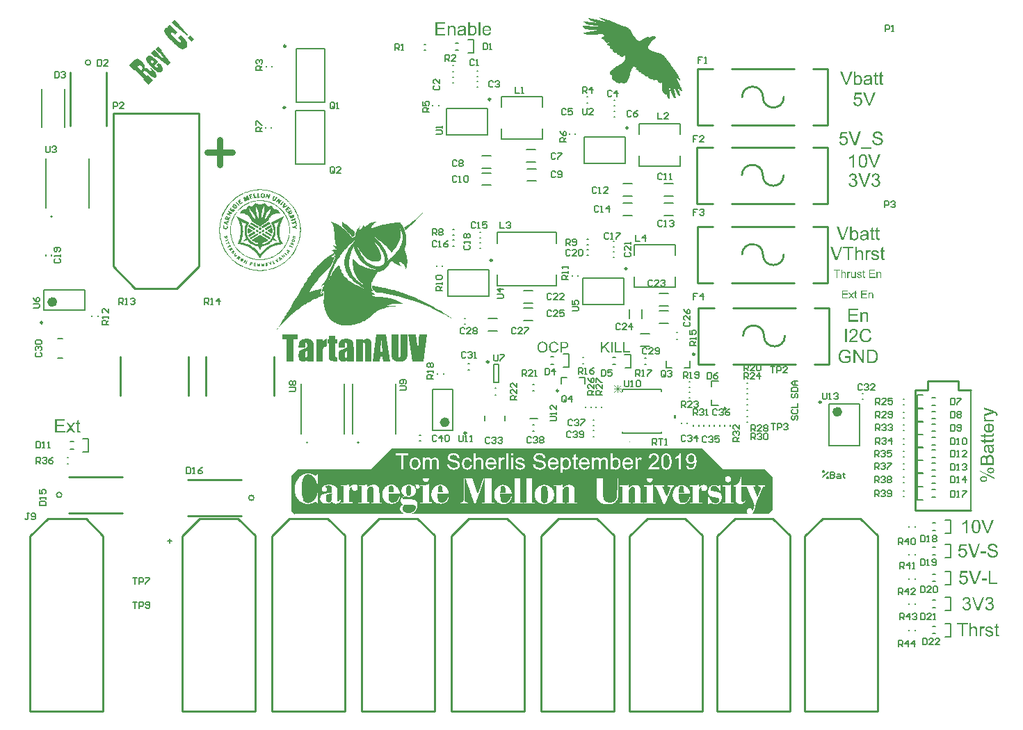
<source format=gbr>
%TF.GenerationSoftware,Altium Limited,Altium Designer,23.5.1 (21)*%
G04 Layer_Color=65535*
%FSLAX45Y45*%
%MOMM*%
%TF.SameCoordinates,815A2C8C-8163-47E4-9813-AD16C0C63C49*%
%TF.FilePolarity,Positive*%
%TF.FileFunction,Legend,Top*%
%TF.Part,Single*%
G01*
G75*
%TA.AperFunction,NonConductor*%
%ADD78C,0.15240*%
%ADD79C,0.25000*%
%ADD80C,0.15000*%
%ADD81C,0.60000*%
%ADD82C,0.25400*%
%ADD83C,0.10000*%
%ADD84C,0.12700*%
%ADD85C,0.20000*%
%ADD86C,0.20320*%
%ADD87C,0.07620*%
%ADD88C,0.76200*%
G36*
X3440282Y10811059D02*
X3410710Y10781487D01*
X3406390Y10785807D01*
X3406224Y10785973D01*
X3406058Y10786139D01*
X3405061Y10787136D01*
X3403732Y10788465D01*
X3401738Y10790126D01*
X3399246Y10792286D01*
X3396588Y10794280D01*
X3393598Y10796606D01*
X3390275Y10798931D01*
X3386953Y10800925D01*
X3383630Y10802919D01*
X3380307Y10804248D01*
X3376818Y10805411D01*
X3373662Y10805909D01*
X3370505Y10805743D01*
X3368013Y10804912D01*
X3366518Y10804082D01*
X3365189Y10802753D01*
X3364358Y10801590D01*
X3363361Y10799928D01*
X3362365Y10797602D01*
X3361866Y10794778D01*
Y10793117D01*
Y10791455D01*
X3362365Y10789628D01*
X3363029Y10787634D01*
X3364026Y10785641D01*
X3365189Y10783481D01*
X3365355Y10783315D01*
X3365687Y10782982D01*
X3366186Y10782152D01*
X3367016Y10780989D01*
X3368512Y10779494D01*
X3370007Y10777666D01*
X3372166Y10775174D01*
X3374658Y10772350D01*
X3377815Y10768861D01*
X3381470Y10764874D01*
X3385623Y10760388D01*
X3388115Y10757896D01*
X3390774Y10755238D01*
X3393266Y10752414D01*
X3396256Y10749423D01*
X3399413Y10746267D01*
X3402403Y10742944D01*
X3405892Y10739455D01*
X3409547Y10735800D01*
X3413534Y10731813D01*
X3417521Y10727826D01*
X3417687Y10727660D01*
X3418020Y10727327D01*
X3418684Y10726663D01*
X3419681Y10725666D01*
X3420678Y10724669D01*
X3422007Y10723340D01*
X3423668Y10722011D01*
X3425330Y10720350D01*
X3429151Y10716861D01*
X3433637Y10713040D01*
X3438288Y10709052D01*
X3443272Y10705065D01*
X3448422Y10700912D01*
X3453572Y10697423D01*
X3458723Y10694266D01*
X3463541Y10691774D01*
X3465700Y10690612D01*
X3468026Y10689947D01*
X3470020Y10689282D01*
X3471848Y10689116D01*
X3473675Y10688950D01*
X3475336Y10689282D01*
X3476665Y10689947D01*
X3477828Y10690778D01*
X3478327Y10691276D01*
X3478659Y10691941D01*
X3478991Y10692937D01*
X3479490Y10694100D01*
X3479822Y10695762D01*
X3479988Y10697589D01*
Y10699583D01*
X3479490Y10702075D01*
X3478659Y10704899D01*
X3477496Y10708056D01*
X3475668Y10711544D01*
X3473343Y10715200D01*
X3470186Y10719353D01*
X3466365Y10723839D01*
X3461713Y10728823D01*
X3451413Y10738791D01*
X3442774Y10747430D01*
X3475336Y10779992D01*
X3475502Y10779826D01*
X3476333Y10779327D01*
X3477330Y10778331D01*
X3478991Y10777002D01*
X3480819Y10775507D01*
X3482978Y10773679D01*
X3485471Y10771519D01*
X3488129Y10769193D01*
X3491119Y10766535D01*
X3494275Y10763711D01*
X3497432Y10760554D01*
X3500921Y10757398D01*
X3508231Y10750752D01*
X3515375Y10743608D01*
X3515541Y10743442D01*
X3516205Y10742778D01*
X3517202Y10741781D01*
X3518531Y10740452D01*
X3520026Y10738624D01*
X3521854Y10736465D01*
X3524014Y10733973D01*
X3526340Y10731315D01*
X3528666Y10728324D01*
X3531324Y10725001D01*
X3536640Y10717692D01*
X3541790Y10709551D01*
X3546940Y10700746D01*
X3551592Y10691442D01*
X3555247Y10681806D01*
X3556742Y10676656D01*
X3557905Y10671838D01*
X3558736Y10666688D01*
X3559234Y10661870D01*
Y10656886D01*
X3558902Y10651902D01*
X3557905Y10646918D01*
X3556410Y10642100D01*
X3554416Y10637448D01*
X3551924Y10632963D01*
X3548768Y10628477D01*
X3544781Y10624158D01*
X3543451Y10622829D01*
X3541790Y10621499D01*
X3539464Y10619506D01*
X3536806Y10617512D01*
X3533483Y10615186D01*
X3529828Y10612860D01*
X3525841Y10610535D01*
X3521356Y10608375D01*
X3516704Y10606381D01*
X3511554Y10604886D01*
X3506403Y10603723D01*
X3501087Y10603391D01*
X3495605Y10603557D01*
X3489956Y10604554D01*
X3484474Y10606381D01*
X3483975Y10606547D01*
X3483145Y10607046D01*
X3481151Y10608043D01*
X3479988Y10608873D01*
X3478659Y10609538D01*
X3476998Y10610535D01*
X3475170Y10611698D01*
X3473176Y10613027D01*
X3471017Y10614522D01*
X3468691Y10616183D01*
X3466033Y10618177D01*
X3463042Y10620171D01*
X3460052Y10622496D01*
X3456729Y10625155D01*
X3453074Y10627813D01*
X3449419Y10630803D01*
X3445432Y10634126D01*
X3441279Y10637614D01*
X3436793Y10641436D01*
X3431975Y10645589D01*
X3426991Y10649909D01*
X3421675Y10654560D01*
X3416192Y10659710D01*
X3410377Y10664861D01*
X3404397Y10670509D01*
X3398084Y10676490D01*
X3391604Y10682969D01*
X3384793Y10689449D01*
X3377649Y10696593D01*
X3377483Y10696759D01*
X3376818Y10697423D01*
X3375822Y10698420D01*
X3374326Y10699915D01*
X3372665Y10701577D01*
X3370505Y10703736D01*
X3368179Y10706062D01*
X3365687Y10708886D01*
X3362863Y10711711D01*
X3359707Y10714867D01*
X3356550Y10718356D01*
X3353061Y10721845D01*
X3345751Y10729819D01*
X3337943Y10737960D01*
X3330135Y10746765D01*
X3322160Y10755404D01*
X3314518Y10764375D01*
X3307042Y10773181D01*
X3300396Y10781487D01*
X3297074Y10785474D01*
X3294083Y10789462D01*
X3291425Y10793117D01*
X3289099Y10796772D01*
X3286939Y10799928D01*
X3285112Y10803085D01*
X3284946Y10803583D01*
X3284447Y10804414D01*
X3283617Y10806241D01*
X3282786Y10808401D01*
X3281623Y10811225D01*
X3280626Y10814216D01*
X3279629Y10817871D01*
X3278965Y10821858D01*
X3278633Y10825845D01*
X3278301Y10830165D01*
X3278633Y10834484D01*
X3279297Y10839136D01*
X3280626Y10843456D01*
X3282620Y10848107D01*
X3285444Y10852261D01*
X3288933Y10856414D01*
X3289598Y10857079D01*
X3290594Y10857743D01*
X3291924Y10858740D01*
X3293252Y10859737D01*
X3295412Y10860900D01*
X3297572Y10862063D01*
X3299898Y10863059D01*
X3302888Y10864056D01*
X3305879Y10864721D01*
X3309201Y10865385D01*
X3312856Y10865718D01*
X3316678Y10865552D01*
X3320831Y10865053D01*
X3325150Y10864056D01*
X3329802Y10862395D01*
X3316179Y10876018D01*
X3345751Y10905590D01*
X3440282Y10811059D01*
D02*
G37*
G36*
X3466697Y10900938D02*
X3560896Y10780823D01*
X3551592Y10771519D01*
X3430812Y10870702D01*
X3370838Y10930676D01*
X3403898Y10963737D01*
X3466697Y10900938D01*
D02*
G37*
G36*
X3640308Y10727327D02*
X3607247Y10694266D01*
X3559899Y10741615D01*
X3592960Y10774676D01*
X3640308Y10727327D01*
D02*
G37*
G36*
X3247898Y10592094D02*
X3239425Y10583621D01*
X3351234Y10438253D01*
X3321828Y10408847D01*
X3172140Y10516336D01*
X3164332Y10508528D01*
X3116984Y10555876D01*
X3158850Y10597742D01*
X3206198Y10550394D01*
X3196562Y10540758D01*
X3293917Y10468988D01*
X3220319Y10564515D01*
X3213010Y10557205D01*
X3165661Y10604554D01*
X3200549Y10639442D01*
X3247898Y10592094D01*
D02*
G37*
G36*
X3105520Y10525474D02*
X3110006Y10524643D01*
X3114658Y10522981D01*
X3114990D01*
X3115821Y10522483D01*
X3117316Y10521653D01*
X3119309Y10520656D01*
X3121801Y10519161D01*
X3125124Y10517167D01*
X3128779Y10514841D01*
X3133265Y10512017D01*
X3138083Y10508528D01*
X3143565Y10504374D01*
X3149546Y10499723D01*
X3156025Y10494240D01*
X3163169Y10488093D01*
X3166824Y10484770D01*
X3170645Y10481282D01*
X3174799Y10477461D01*
X3178952Y10473640D01*
X3183105Y10469486D01*
X3187591Y10465001D01*
X3199054Y10453205D01*
X3155195Y10409345D01*
X3172805Y10392067D01*
X3181610Y10383927D01*
X3181776Y10383761D01*
X3181942Y10383595D01*
X3183271Y10382930D01*
X3185265Y10381933D01*
X3187591Y10381269D01*
X3190083Y10380770D01*
X3192907Y10380936D01*
X3195898Y10381933D01*
X3197227Y10382930D01*
X3198888Y10384591D01*
X3199553Y10385921D01*
X3200217Y10387914D01*
X3200549Y10389243D01*
X3200715Y10390738D01*
X3200549Y10392566D01*
X3200383Y10394393D01*
X3199719Y10396387D01*
X3198722Y10398713D01*
X3197393Y10401039D01*
X3195565Y10403863D01*
X3193239Y10406521D01*
X3190581Y10409512D01*
X3184933Y10415160D01*
X3181278Y10419480D01*
X3204869Y10443071D01*
X3205035Y10442905D01*
X3205367Y10442572D01*
X3206032Y10442240D01*
X3206863Y10441409D01*
X3208025Y10440579D01*
X3209355Y10439582D01*
X3210684Y10438253D01*
X3212345Y10436924D01*
X3216166Y10433767D01*
X3220486Y10429780D01*
X3225303Y10425294D01*
X3230454Y10420144D01*
X3230620Y10419978D01*
X3231118Y10419480D01*
X3231783Y10418815D01*
X3232779Y10417818D01*
X3233776Y10416489D01*
X3235271Y10414994D01*
X3236601Y10413333D01*
X3238262Y10411339D01*
X3241917Y10406687D01*
X3245738Y10401537D01*
X3249393Y10395556D01*
X3253048Y10389243D01*
X3256371Y10382598D01*
X3258863Y10375454D01*
X3260690Y10368310D01*
X3261687Y10361000D01*
X3261521Y10357511D01*
X3261189Y10353856D01*
X3260524Y10350202D01*
X3259527Y10346879D01*
X3258032Y10343390D01*
X3256038Y10340067D01*
X3253713Y10336745D01*
X3250888Y10333588D01*
X3249891Y10332591D01*
X3248562Y10331594D01*
X3246901Y10330265D01*
X3244907Y10328604D01*
X3242249Y10326943D01*
X3239591Y10325281D01*
X3236268Y10323620D01*
X3232946Y10321959D01*
X3229291Y10320630D01*
X3225303Y10319633D01*
X3221150Y10319134D01*
X3216830Y10318802D01*
X3212511Y10319134D01*
X3208025Y10320297D01*
X3203374Y10321959D01*
X3203207Y10322125D01*
X3202211Y10322457D01*
X3200715Y10323288D01*
X3198556Y10324783D01*
X3195731Y10326610D01*
X3192243Y10328770D01*
X3190415Y10330265D01*
X3188089Y10331927D01*
X3185764Y10333588D01*
X3183271Y10335415D01*
X3180447Y10337575D01*
X3177623Y10339735D01*
X3174466Y10342227D01*
X3171310Y10345051D01*
X3167821Y10347876D01*
X3164166Y10350866D01*
X3160345Y10354355D01*
X3156191Y10357844D01*
X3151872Y10361831D01*
X3147553Y10365818D01*
X3142900Y10370138D01*
X3137917Y10374790D01*
X3132766Y10379607D01*
X3127450Y10384591D01*
X3121968Y10390074D01*
X3116153Y10395889D01*
X3115987Y10396055D01*
X3115654Y10396387D01*
X3114990Y10397052D01*
X3113993Y10398048D01*
X3112996Y10399045D01*
X3111667Y10400374D01*
X3110172Y10401869D01*
X3108677Y10403697D01*
X3104690Y10407684D01*
X3100536Y10412170D01*
X3096051Y10417320D01*
X3091233Y10422802D01*
X3086082Y10428617D01*
X3081265Y10434432D01*
X3076281Y10440413D01*
X3071795Y10446559D01*
X3067642Y10452374D01*
X3063987Y10458023D01*
X3060830Y10463173D01*
X3059667Y10465665D01*
X3058670Y10467991D01*
Y10468323D01*
X3058172Y10469154D01*
X3057840Y10470483D01*
X3057507Y10472144D01*
X3057009Y10474304D01*
X3056511Y10476796D01*
X3056344Y10479620D01*
X3056178Y10482777D01*
X3056344Y10486266D01*
X3056843Y10489755D01*
X3057674Y10493576D01*
X3058836Y10497397D01*
X3060664Y10501218D01*
X3062824Y10505371D01*
X3065648Y10509192D01*
X3069137Y10513014D01*
X3069967Y10513844D01*
X3071297Y10514841D01*
X3072792Y10516004D01*
X3074619Y10517499D01*
X3076945Y10518828D01*
X3079437Y10520323D01*
X3082428Y10521985D01*
X3085584Y10523148D01*
X3089073Y10524311D01*
X3092894Y10525141D01*
X3096881Y10525806D01*
X3101035Y10525972D01*
X3105520Y10525474D01*
D02*
G37*
G36*
X2952842Y10487429D02*
X2953175D01*
X2954006Y10487263D01*
X2955168Y10487096D01*
X2956830Y10486432D01*
X2959156Y10485767D01*
X2961980Y10484604D01*
X2965137Y10483109D01*
X2968791Y10481448D01*
X2972945Y10479288D01*
X2977430Y10476464D01*
X2982248Y10473307D01*
X2987731Y10469486D01*
X2993213Y10465001D01*
X2999360Y10459850D01*
X3005840Y10454036D01*
X3012651Y10447556D01*
X3012817Y10447390D01*
X3013149Y10447058D01*
X3013814Y10446393D01*
X3014645Y10445563D01*
X3015475Y10444400D01*
X3016638Y10443237D01*
X3017967Y10441576D01*
X3019296Y10439914D01*
X3022453Y10436093D01*
X3025776Y10431441D01*
X3029264Y10426291D01*
X3032587Y10420643D01*
X3035578Y10414662D01*
X3038402Y10408515D01*
X3040562Y10401703D01*
X3041891Y10395058D01*
X3042389Y10388246D01*
X3041725Y10381601D01*
X3040894Y10378112D01*
X3039897Y10374790D01*
X3038568Y10371467D01*
X3036740Y10368310D01*
X3036574Y10368144D01*
X3035910Y10367147D01*
X3035079Y10365652D01*
X3033750Y10363326D01*
X3034082Y10363658D01*
X3034913Y10364157D01*
X3036408Y10364987D01*
X3038236Y10366150D01*
X3040728Y10367313D01*
X3043386Y10368642D01*
X3046376Y10369971D01*
X3049865Y10371134D01*
X3053354Y10372298D01*
X3057009Y10372962D01*
X3060830Y10373128D01*
X3064817D01*
X3068639Y10372630D01*
X3072459Y10371467D01*
X3076114Y10369473D01*
X3079769Y10366815D01*
X3096881Y10351364D01*
X3110504Y10339071D01*
X3110670Y10338904D01*
X3111003Y10338572D01*
X3111501Y10338406D01*
X3112166Y10337741D01*
X3114159Y10336412D01*
X3116153Y10335083D01*
X3118811Y10334087D01*
X3121469Y10333422D01*
X3122632Y10333256D01*
X3123795Y10333754D01*
X3124958Y10334253D01*
X3125955Y10334917D01*
X3126287Y10335249D01*
X3126785Y10336412D01*
X3126952Y10337243D01*
Y10338240D01*
X3126785Y10339735D01*
X3126453Y10341396D01*
X3125955Y10343224D01*
X3125124Y10345384D01*
X3123629Y10347876D01*
X3121801Y10350700D01*
X3119642Y10353856D01*
X3116984Y10357179D01*
X3113661Y10361166D01*
X3109508Y10365320D01*
X3105686Y10369141D01*
X3113827Y10377282D01*
X3113993Y10377115D01*
X3114824Y10376617D01*
X3115987Y10375454D01*
X3117482Y10374291D01*
X3119309Y10372796D01*
X3121469Y10370968D01*
X3123961Y10368809D01*
X3126619Y10366483D01*
X3132268Y10361499D01*
X3138249Y10356182D01*
X3144396Y10350700D01*
X3149878Y10345218D01*
X3150045Y10345051D01*
X3150543Y10344553D01*
X3151207Y10343888D01*
X3152204Y10342891D01*
X3153367Y10341396D01*
X3154862Y10339901D01*
X3156357Y10338074D01*
X3158185Y10336246D01*
X3162006Y10331428D01*
X3166160Y10326278D01*
X3170479Y10320297D01*
X3174466Y10313984D01*
X3178121Y10307339D01*
X3181610Y10300527D01*
X3184102Y10293716D01*
X3185597Y10286904D01*
X3186096Y10283415D01*
X3186262Y10280259D01*
X3185930Y10276936D01*
X3185431Y10273780D01*
X3184434Y10270789D01*
X3182939Y10267965D01*
X3181278Y10265307D01*
X3178952Y10262649D01*
X3178620Y10262316D01*
X3177789Y10261818D01*
X3176294Y10260655D01*
X3173968Y10259658D01*
X3171310Y10258661D01*
X3167987Y10257665D01*
X3163834Y10257166D01*
X3161508D01*
X3159016Y10257332D01*
X3156357Y10257665D01*
X3153699Y10257997D01*
X3150709Y10258661D01*
X3147553Y10259492D01*
X3144230Y10260821D01*
X3140575Y10262150D01*
X3136920Y10263811D01*
X3133099Y10265971D01*
X3129111Y10268297D01*
X3124792Y10270955D01*
X3120473Y10273946D01*
X3115821Y10277600D01*
X3111003Y10281422D01*
X3106185Y10285575D01*
X3100869Y10290227D01*
X3095552Y10295543D01*
X3080268Y10311160D01*
X3064651Y10327109D01*
X3064485Y10327275D01*
X3063654Y10328106D01*
X3062491Y10328936D01*
X3060996Y10330099D01*
X3059003Y10331428D01*
X3056677Y10332757D01*
X3054185Y10334253D01*
X3051360Y10335415D01*
X3048204Y10336246D01*
X3045047Y10336745D01*
X3041558Y10336911D01*
X3037903Y10336579D01*
X3034248Y10335582D01*
X3030428Y10333754D01*
X3026440Y10331428D01*
X3022619Y10327939D01*
X3021955Y10327275D01*
X3021290Y10326278D01*
X3019961Y10324617D01*
X3065482Y10279096D01*
X3077942Y10291556D01*
X3141239Y10228259D01*
X3083923Y10170942D01*
X3020625Y10234239D01*
X3032421Y10246035D01*
X2919782Y10358674D01*
X2907986Y10346879D01*
X2847513Y10407352D01*
X2903999Y10463838D01*
X2905992Y10465499D01*
X2908651Y10467825D01*
X2911641Y10470151D01*
X2914964Y10472809D01*
X2918453Y10475301D01*
X2922440Y10477959D01*
X2926759Y10480285D01*
X2930913Y10482445D01*
X2935232Y10484438D01*
X2939718Y10485934D01*
X2944203Y10487096D01*
X2948689Y10487595D01*
X2952842Y10487429D01*
D02*
G37*
G36*
X11932978Y9163506D02*
X11910800D01*
X11847901Y9325916D01*
X11871253D01*
X11913381Y9207863D01*
X11913499Y9207746D01*
X11913616Y9207277D01*
X11913851Y9206455D01*
X11914203Y9205399D01*
X11914672Y9204226D01*
X11915142Y9202700D01*
X11915728Y9201057D01*
X11916432Y9199180D01*
X11917019Y9197185D01*
X11917723Y9195073D01*
X11919131Y9190613D01*
X11920657Y9185919D01*
X11921948Y9181225D01*
Y9181343D01*
X11922065Y9181812D01*
X11922300Y9182516D01*
X11922652Y9183455D01*
X11923004Y9184746D01*
X11923356Y9186154D01*
X11923943Y9187797D01*
X11924412Y9189557D01*
X11925116Y9191435D01*
X11925703Y9193547D01*
X11926524Y9195777D01*
X11927228Y9198006D01*
X11928871Y9202935D01*
X11930749Y9207863D01*
X11974637Y9325916D01*
X11996581D01*
X11932978Y9163506D01*
D02*
G37*
G36*
X11679272D02*
X11659323D01*
Y9290476D01*
X11659206Y9290359D01*
X11658971Y9290124D01*
X11658619Y9289772D01*
X11658032Y9289303D01*
X11657328Y9288716D01*
X11656389Y9287895D01*
X11655333Y9287073D01*
X11654277Y9286135D01*
X11652869Y9285196D01*
X11651461Y9284022D01*
X11649935Y9282966D01*
X11648292Y9281675D01*
X11646415Y9280502D01*
X11644537Y9279211D01*
X11640313Y9276629D01*
X11640195Y9276512D01*
X11639843Y9276277D01*
X11639139Y9275925D01*
X11638318Y9275573D01*
X11637379Y9274987D01*
X11636205Y9274282D01*
X11634797Y9273578D01*
X11633389Y9272757D01*
X11630103Y9271114D01*
X11626583Y9269471D01*
X11622945Y9267828D01*
X11619425Y9266420D01*
Y9285665D01*
X11619659Y9285783D01*
X11620129Y9286017D01*
X11621067Y9286487D01*
X11622241Y9287073D01*
X11623649Y9287777D01*
X11625409Y9288716D01*
X11627287Y9289772D01*
X11629282Y9290946D01*
X11631511Y9292354D01*
X11633858Y9293762D01*
X11638787Y9297048D01*
X11643833Y9300686D01*
X11648644Y9304676D01*
X11648762Y9304793D01*
X11649231Y9305145D01*
X11649818Y9305732D01*
X11650639Y9306553D01*
X11651695Y9307609D01*
X11652869Y9308783D01*
X11654160Y9310191D01*
X11655568Y9311599D01*
X11656976Y9313242D01*
X11658501Y9315002D01*
X11661435Y9318640D01*
X11664134Y9322512D01*
X11665308Y9324507D01*
X11666364Y9326502D01*
X11679272D01*
Y9163506D01*
D02*
G37*
G36*
X11785472Y9326385D02*
X11786528D01*
X11787936Y9326268D01*
X11789344Y9326033D01*
X11790987Y9325798D01*
X11794508Y9325211D01*
X11798380Y9324273D01*
X11802370Y9322982D01*
X11804248Y9322160D01*
X11806125Y9321222D01*
X11806243D01*
X11806595Y9320987D01*
X11807064Y9320635D01*
X11807768Y9320283D01*
X11808590Y9319696D01*
X11809528Y9318992D01*
X11810702Y9318288D01*
X11811875Y9317349D01*
X11814457Y9315237D01*
X11817156Y9312538D01*
X11819855Y9309487D01*
X11822319Y9305966D01*
X11822437Y9305849D01*
X11822554Y9305497D01*
X11822906Y9304910D01*
X11823375Y9304206D01*
X11823962Y9303267D01*
X11824549Y9302094D01*
X11825253Y9300803D01*
X11825957Y9299278D01*
X11826778Y9297635D01*
X11827600Y9295757D01*
X11828421Y9293762D01*
X11829360Y9291650D01*
X11830182Y9289420D01*
X11830886Y9287073D01*
X11831707Y9284492D01*
X11832411Y9281910D01*
Y9281793D01*
X11832529Y9281206D01*
X11832763Y9280502D01*
X11832998Y9279328D01*
X11833233Y9277920D01*
X11833585Y9276160D01*
X11833937Y9274165D01*
X11834289Y9271818D01*
X11834641Y9269236D01*
X11834993Y9266303D01*
X11835345Y9263134D01*
X11835580Y9259731D01*
X11835814Y9256094D01*
X11836049Y9252104D01*
X11836166Y9247996D01*
Y9243537D01*
Y9243420D01*
Y9243185D01*
Y9242833D01*
Y9242246D01*
Y9241660D01*
Y9240838D01*
X11836049Y9239899D01*
Y9238843D01*
X11835932Y9236379D01*
X11835814Y9233563D01*
X11835697Y9230512D01*
X11835462Y9227109D01*
X11835110Y9223471D01*
X11834758Y9219716D01*
X11833702Y9212088D01*
X11832998Y9208216D01*
X11832176Y9204460D01*
X11831238Y9200823D01*
X11830182Y9197420D01*
X11830064Y9197185D01*
X11829947Y9196598D01*
X11829595Y9195777D01*
X11829125Y9194486D01*
X11828421Y9193078D01*
X11827717Y9191317D01*
X11826778Y9189440D01*
X11825840Y9187445D01*
X11824666Y9185333D01*
X11823258Y9183103D01*
X11821850Y9180873D01*
X11820324Y9178526D01*
X11818564Y9176297D01*
X11816687Y9174185D01*
X11814692Y9172190D01*
X11812579Y9170312D01*
X11812462Y9170195D01*
X11811993Y9169960D01*
X11811406Y9169491D01*
X11810467Y9168787D01*
X11809294Y9168083D01*
X11808003Y9167261D01*
X11806360Y9166440D01*
X11804600Y9165618D01*
X11802487Y9164679D01*
X11800258Y9163858D01*
X11797911Y9163037D01*
X11795329Y9162332D01*
X11792513Y9161746D01*
X11789579Y9161276D01*
X11786528Y9160924D01*
X11783242Y9160807D01*
X11782186D01*
X11781013Y9160924D01*
X11779370Y9161042D01*
X11777375Y9161276D01*
X11775028Y9161746D01*
X11772564Y9162215D01*
X11769747Y9162919D01*
X11766814Y9163741D01*
X11763880Y9164914D01*
X11760829Y9166205D01*
X11757661Y9167848D01*
X11754609Y9169725D01*
X11751676Y9171955D01*
X11748859Y9174537D01*
X11746278Y9177470D01*
Y9177588D01*
X11746160Y9177705D01*
X11745926Y9178057D01*
X11745574Y9178409D01*
X11745222Y9178996D01*
X11744752Y9179700D01*
X11744283Y9180404D01*
X11743813Y9181343D01*
X11743227Y9182399D01*
X11742523Y9183572D01*
X11741936Y9184863D01*
X11741232Y9186271D01*
X11740528Y9187914D01*
X11739824Y9189557D01*
X11739002Y9191435D01*
X11738298Y9193312D01*
X11737594Y9195425D01*
X11736773Y9197654D01*
X11736068Y9200001D01*
X11735364Y9202583D01*
X11734660Y9205164D01*
X11734074Y9207981D01*
X11733369Y9210797D01*
X11732783Y9213966D01*
X11732313Y9217134D01*
X11731844Y9220420D01*
X11731375Y9223940D01*
X11731023Y9227578D01*
X11730670Y9231333D01*
X11730553Y9235206D01*
X11730318Y9239313D01*
Y9243537D01*
Y9243655D01*
Y9243889D01*
Y9244241D01*
Y9244828D01*
Y9245532D01*
Y9246354D01*
X11730436Y9247292D01*
Y9248349D01*
X11730553Y9250695D01*
X11730670Y9253512D01*
X11730788Y9256680D01*
X11731023Y9260083D01*
X11731375Y9263721D01*
X11731727Y9267476D01*
X11732783Y9275221D01*
X11733487Y9279094D01*
X11734308Y9282849D01*
X11735130Y9286487D01*
X11736186Y9289890D01*
X11736303Y9290124D01*
X11736421Y9290711D01*
X11736773Y9291533D01*
X11737242Y9292823D01*
X11737946Y9294232D01*
X11738650Y9295992D01*
X11739589Y9297869D01*
X11740645Y9299864D01*
X11741701Y9301977D01*
X11743109Y9304206D01*
X11744518Y9306553D01*
X11746043Y9308783D01*
X11747803Y9311012D01*
X11749681Y9313125D01*
X11751676Y9315120D01*
X11753788Y9316997D01*
X11753905Y9317114D01*
X11754375Y9317467D01*
X11754962Y9317936D01*
X11755900Y9318523D01*
X11757074Y9319227D01*
X11758482Y9320048D01*
X11760007Y9320870D01*
X11761885Y9321808D01*
X11763880Y9322630D01*
X11766110Y9323451D01*
X11768574Y9324273D01*
X11771156Y9324977D01*
X11773972Y9325681D01*
X11776906Y9326150D01*
X11779957Y9326385D01*
X11783242Y9326502D01*
X11784533D01*
X11785472Y9326385D01*
D02*
G37*
G36*
X11940241Y9091552D02*
X11941414D01*
X11942822Y9091318D01*
X11944348Y9091200D01*
X11945991Y9090966D01*
X11947868Y9090614D01*
X11949746Y9090261D01*
X11953853Y9089205D01*
X11956083Y9088619D01*
X11958195Y9087797D01*
X11960307Y9086976D01*
X11962420Y9085920D01*
X11962537Y9085802D01*
X11962889Y9085685D01*
X11963476Y9085333D01*
X11964297Y9084863D01*
X11965236Y9084277D01*
X11966292Y9083573D01*
X11967466Y9082751D01*
X11968756Y9081812D01*
X11971573Y9079583D01*
X11974389Y9076884D01*
X11977088Y9073833D01*
X11978379Y9072073D01*
X11979552Y9070312D01*
X11979670Y9070195D01*
X11979787Y9069843D01*
X11980139Y9069374D01*
X11980491Y9068552D01*
X11980961Y9067731D01*
X11981430Y9066557D01*
X11982017Y9065384D01*
X11982603Y9063976D01*
X11983073Y9062450D01*
X11983660Y9060924D01*
X11984598Y9057404D01*
X11985302Y9053532D01*
X11985420Y9051537D01*
X11985537Y9049424D01*
Y9049307D01*
Y9048955D01*
Y9048368D01*
X11985420Y9047664D01*
Y9046725D01*
X11985185Y9045669D01*
X11985068Y9044378D01*
X11984833Y9043088D01*
X11984129Y9040037D01*
X11983073Y9036868D01*
X11982486Y9035225D01*
X11981665Y9033465D01*
X11980843Y9031822D01*
X11979787Y9030179D01*
X11979670Y9030062D01*
X11979552Y9029827D01*
X11979200Y9029358D01*
X11978731Y9028771D01*
X11978144Y9028067D01*
X11977440Y9027246D01*
X11976619Y9026307D01*
X11975563Y9025251D01*
X11974506Y9024195D01*
X11973216Y9023138D01*
X11971925Y9021965D01*
X11970399Y9020791D01*
X11968756Y9019735D01*
X11966996Y9018562D01*
X11965119Y9017506D01*
X11963124Y9016567D01*
X11963241D01*
X11963710Y9016450D01*
X11964532Y9016215D01*
X11965471Y9015863D01*
X11966761Y9015511D01*
X11968170Y9014924D01*
X11969695Y9014337D01*
X11971338Y9013516D01*
X11973098Y9012694D01*
X11974976Y9011638D01*
X11976853Y9010582D01*
X11978731Y9009291D01*
X11980491Y9007883D01*
X11982251Y9006358D01*
X11984012Y9004597D01*
X11985537Y9002720D01*
X11985654Y9002603D01*
X11985889Y9002250D01*
X11986241Y9001664D01*
X11986828Y9000842D01*
X11987415Y8999786D01*
X11988119Y8998613D01*
X11988823Y8997205D01*
X11989527Y8995562D01*
X11990231Y8993684D01*
X11991052Y8991689D01*
X11991639Y8989577D01*
X11992226Y8987230D01*
X11992813Y8984766D01*
X11993165Y8982184D01*
X11993399Y8979485D01*
X11993517Y8976551D01*
Y8976317D01*
Y8975612D01*
X11993399Y8974439D01*
X11993282Y8973031D01*
X11993047Y8971153D01*
X11992695Y8969041D01*
X11992226Y8966694D01*
X11991522Y8964112D01*
X11990700Y8961296D01*
X11989762Y8958480D01*
X11988471Y8955429D01*
X11986945Y8952378D01*
X11985185Y8949327D01*
X11983073Y8946275D01*
X11980608Y8943342D01*
X11977909Y8940525D01*
X11977675Y8940408D01*
X11977205Y8939939D01*
X11976384Y8939117D01*
X11975093Y8938178D01*
X11973568Y8937122D01*
X11971807Y8935832D01*
X11969578Y8934541D01*
X11967231Y8933133D01*
X11964532Y8931724D01*
X11961481Y8930433D01*
X11958312Y8929143D01*
X11954792Y8928087D01*
X11951154Y8927148D01*
X11947164Y8926326D01*
X11943057Y8925857D01*
X11938715Y8925740D01*
X11937776D01*
X11936603Y8925857D01*
X11935195Y8925974D01*
X11933317Y8926092D01*
X11931205Y8926444D01*
X11928858Y8926796D01*
X11926276Y8927382D01*
X11923577Y8927969D01*
X11920644Y8928791D01*
X11917710Y8929847D01*
X11914659Y8931138D01*
X11911725Y8932546D01*
X11908792Y8934189D01*
X11905858Y8936184D01*
X11903159Y8938413D01*
X11903041Y8938531D01*
X11902572Y8939000D01*
X11901868Y8939704D01*
X11900929Y8940760D01*
X11899873Y8942051D01*
X11898582Y8943576D01*
X11897291Y8945337D01*
X11895883Y8947332D01*
X11894475Y8949561D01*
X11893067Y8952143D01*
X11891776Y8954842D01*
X11890485Y8957776D01*
X11889429Y8960944D01*
X11888373Y8964230D01*
X11887669Y8967750D01*
X11887199Y8971505D01*
X11907149Y8974204D01*
Y8973970D01*
X11907266Y8973500D01*
X11907501Y8972561D01*
X11907853Y8971388D01*
X11908205Y8969980D01*
X11908674Y8968454D01*
X11909261Y8966694D01*
X11909848Y8964816D01*
X11911491Y8960709D01*
X11913485Y8956719D01*
X11914659Y8954725D01*
X11915950Y8952847D01*
X11917241Y8951204D01*
X11918766Y8949679D01*
X11918883Y8949561D01*
X11919118Y8949327D01*
X11919588Y8948974D01*
X11920292Y8948505D01*
X11920996Y8947918D01*
X11922052Y8947332D01*
X11923108Y8946628D01*
X11924399Y8946041D01*
X11925807Y8945337D01*
X11927333Y8944633D01*
X11928975Y8944046D01*
X11930736Y8943459D01*
X11932613Y8942990D01*
X11934608Y8942638D01*
X11936603Y8942403D01*
X11938833Y8942286D01*
X11939419D01*
X11940241Y8942403D01*
X11941180D01*
X11942470Y8942638D01*
X11943879Y8942755D01*
X11945404Y8943107D01*
X11947164Y8943459D01*
X11948925Y8944046D01*
X11950919Y8944633D01*
X11952914Y8945454D01*
X11954909Y8946393D01*
X11956904Y8947566D01*
X11958899Y8948857D01*
X11960777Y8950265D01*
X11962654Y8952026D01*
X11962772Y8952143D01*
X11963124Y8952495D01*
X11963593Y8952964D01*
X11964180Y8953786D01*
X11964884Y8954725D01*
X11965705Y8955898D01*
X11966644Y8957189D01*
X11967583Y8958714D01*
X11968404Y8960357D01*
X11969343Y8962235D01*
X11970165Y8964112D01*
X11970869Y8966342D01*
X11971455Y8968572D01*
X11971925Y8970919D01*
X11972277Y8973500D01*
X11972394Y8976082D01*
Y8976199D01*
Y8976669D01*
Y8977373D01*
X11972277Y8978429D01*
X11972159Y8979485D01*
X11971925Y8980893D01*
X11971690Y8982419D01*
X11971221Y8984062D01*
X11970751Y8985822D01*
X11970165Y8987699D01*
X11969460Y8989577D01*
X11968639Y8991454D01*
X11967583Y8993332D01*
X11966292Y8995210D01*
X11965001Y8996970D01*
X11963358Y8998730D01*
X11963241Y8998847D01*
X11963006Y8999082D01*
X11962420Y8999551D01*
X11961715Y9000138D01*
X11960894Y9000842D01*
X11959838Y9001546D01*
X11958547Y9002368D01*
X11957139Y9003189D01*
X11955613Y9004011D01*
X11953853Y9004832D01*
X11951976Y9005536D01*
X11949981Y9006240D01*
X11947868Y9006827D01*
X11945521Y9007296D01*
X11943174Y9007531D01*
X11940593Y9007648D01*
X11939537D01*
X11938363Y9007531D01*
X11936720Y9007414D01*
X11934608Y9007179D01*
X11932261Y9006710D01*
X11929562Y9006240D01*
X11926511Y9005536D01*
X11928741Y9023021D01*
X11929093D01*
X11929445Y9022904D01*
X11929914D01*
X11930970Y9022786D01*
X11933200D01*
X11934021Y9022904D01*
X11935195Y9023021D01*
X11936486Y9023138D01*
X11937894Y9023373D01*
X11939537Y9023608D01*
X11941297Y9023960D01*
X11943057Y9024429D01*
X11946930Y9025603D01*
X11948925Y9026307D01*
X11950919Y9027246D01*
X11952914Y9028184D01*
X11954792Y9029358D01*
X11954909Y9029475D01*
X11955261Y9029710D01*
X11955731Y9030062D01*
X11956435Y9030649D01*
X11957139Y9031353D01*
X11958078Y9032174D01*
X11958899Y9033230D01*
X11959955Y9034404D01*
X11960894Y9035812D01*
X11961833Y9037338D01*
X11962654Y9038980D01*
X11963358Y9040858D01*
X11964062Y9042853D01*
X11964532Y9045082D01*
X11964884Y9047429D01*
X11965001Y9049894D01*
Y9050011D01*
Y9050363D01*
Y9050950D01*
X11964884Y9051771D01*
X11964767Y9052593D01*
X11964649Y9053766D01*
X11964414Y9054940D01*
X11964062Y9056231D01*
X11963124Y9059047D01*
X11962537Y9060572D01*
X11961833Y9062098D01*
X11961011Y9063623D01*
X11959955Y9065149D01*
X11958782Y9066557D01*
X11957491Y9067965D01*
X11957374Y9068083D01*
X11957139Y9068317D01*
X11956787Y9068669D01*
X11956200Y9069139D01*
X11955379Y9069608D01*
X11954557Y9070312D01*
X11953501Y9070899D01*
X11952328Y9071603D01*
X11951037Y9072307D01*
X11949629Y9072894D01*
X11947986Y9073598D01*
X11946343Y9074067D01*
X11944465Y9074537D01*
X11942588Y9074889D01*
X11940475Y9075124D01*
X11938363Y9075241D01*
X11937190D01*
X11936486Y9075124D01*
X11935430Y9075006D01*
X11934256Y9074889D01*
X11932965Y9074654D01*
X11931557Y9074302D01*
X11928506Y9073481D01*
X11926980Y9072894D01*
X11925338Y9072073D01*
X11923695Y9071251D01*
X11922052Y9070312D01*
X11920526Y9069139D01*
X11919001Y9067848D01*
X11918883Y9067731D01*
X11918649Y9067496D01*
X11918297Y9067027D01*
X11917710Y9066440D01*
X11917123Y9065736D01*
X11916419Y9064797D01*
X11915715Y9063623D01*
X11914894Y9062450D01*
X11914072Y9060924D01*
X11913251Y9059282D01*
X11912312Y9057521D01*
X11911608Y9055526D01*
X11910786Y9053414D01*
X11910200Y9051185D01*
X11909613Y9048720D01*
X11909144Y9046021D01*
X11889194Y9049542D01*
Y9049659D01*
Y9049776D01*
X11889429Y9050481D01*
X11889664Y9051419D01*
X11890016Y9052827D01*
X11890485Y9054588D01*
X11891072Y9056465D01*
X11891776Y9058578D01*
X11892597Y9060924D01*
X11893654Y9063389D01*
X11894827Y9065970D01*
X11896235Y9068552D01*
X11897761Y9071134D01*
X11899404Y9073715D01*
X11901281Y9076180D01*
X11903394Y9078527D01*
X11905740Y9080639D01*
X11905858Y9080756D01*
X11906327Y9081108D01*
X11907031Y9081695D01*
X11908087Y9082399D01*
X11909378Y9083221D01*
X11910904Y9084159D01*
X11912664Y9085098D01*
X11914659Y9086154D01*
X11916889Y9087210D01*
X11919353Y9088149D01*
X11921934Y9089088D01*
X11924751Y9089909D01*
X11927802Y9090614D01*
X11931088Y9091200D01*
X11934491Y9091552D01*
X11938011Y9091670D01*
X11939302D01*
X11940241Y9091552D01*
D02*
G37*
G36*
X11662830D02*
X11664004D01*
X11665412Y9091318D01*
X11666937Y9091200D01*
X11668580Y9090966D01*
X11670458Y9090614D01*
X11672335Y9090261D01*
X11676442Y9089205D01*
X11678672Y9088619D01*
X11680784Y9087797D01*
X11682897Y9086976D01*
X11685009Y9085920D01*
X11685126Y9085802D01*
X11685478Y9085685D01*
X11686065Y9085333D01*
X11686886Y9084863D01*
X11687825Y9084277D01*
X11688881Y9083573D01*
X11690055Y9082751D01*
X11691346Y9081812D01*
X11694162Y9079583D01*
X11696978Y9076884D01*
X11699677Y9073833D01*
X11700968Y9072073D01*
X11702142Y9070312D01*
X11702259Y9070195D01*
X11702376Y9069843D01*
X11702728Y9069374D01*
X11703080Y9068552D01*
X11703550Y9067731D01*
X11704019Y9066557D01*
X11704606Y9065384D01*
X11705193Y9063976D01*
X11705662Y9062450D01*
X11706249Y9060924D01*
X11707188Y9057404D01*
X11707892Y9053532D01*
X11708009Y9051537D01*
X11708126Y9049424D01*
Y9049307D01*
Y9048955D01*
Y9048368D01*
X11708009Y9047664D01*
Y9046725D01*
X11707774Y9045669D01*
X11707657Y9044378D01*
X11707422Y9043088D01*
X11706718Y9040037D01*
X11705662Y9036868D01*
X11705075Y9035225D01*
X11704254Y9033465D01*
X11703433Y9031822D01*
X11702376Y9030179D01*
X11702259Y9030062D01*
X11702142Y9029827D01*
X11701790Y9029358D01*
X11701320Y9028771D01*
X11700734Y9028067D01*
X11700029Y9027246D01*
X11699208Y9026307D01*
X11698152Y9025251D01*
X11697096Y9024195D01*
X11695805Y9023138D01*
X11694514Y9021965D01*
X11692989Y9020791D01*
X11691346Y9019735D01*
X11689585Y9018562D01*
X11687708Y9017506D01*
X11685713Y9016567D01*
X11685830D01*
X11686300Y9016450D01*
X11687121Y9016215D01*
X11688060Y9015863D01*
X11689351Y9015511D01*
X11690759Y9014924D01*
X11692284Y9014337D01*
X11693927Y9013516D01*
X11695688Y9012694D01*
X11697565Y9011638D01*
X11699443Y9010582D01*
X11701320Y9009291D01*
X11703080Y9007883D01*
X11704841Y9006358D01*
X11706601Y9004597D01*
X11708126Y9002720D01*
X11708244Y9002603D01*
X11708478Y9002250D01*
X11708831Y9001664D01*
X11709417Y9000842D01*
X11710004Y8999786D01*
X11710708Y8998613D01*
X11711412Y8997205D01*
X11712116Y8995562D01*
X11712820Y8993684D01*
X11713642Y8991689D01*
X11714229Y8989577D01*
X11714815Y8987230D01*
X11715402Y8984766D01*
X11715754Y8982184D01*
X11715989Y8979485D01*
X11716106Y8976551D01*
Y8976317D01*
Y8975612D01*
X11715989Y8974439D01*
X11715871Y8973031D01*
X11715637Y8971153D01*
X11715285Y8969041D01*
X11714815Y8966694D01*
X11714111Y8964112D01*
X11713290Y8961296D01*
X11712351Y8958480D01*
X11711060Y8955429D01*
X11709535Y8952378D01*
X11707774Y8949327D01*
X11705662Y8946275D01*
X11703198Y8943342D01*
X11700499Y8940525D01*
X11700264Y8940408D01*
X11699795Y8939939D01*
X11698973Y8939117D01*
X11697682Y8938178D01*
X11696157Y8937122D01*
X11694397Y8935832D01*
X11692167Y8934541D01*
X11689820Y8933133D01*
X11687121Y8931724D01*
X11684070Y8930433D01*
X11680902Y8929143D01*
X11677381Y8928087D01*
X11673743Y8927148D01*
X11669754Y8926326D01*
X11665646Y8925857D01*
X11661305Y8925740D01*
X11660366D01*
X11659192Y8925857D01*
X11657784Y8925974D01*
X11655907Y8926092D01*
X11653794Y8926444D01*
X11651447Y8926796D01*
X11648866Y8927382D01*
X11646167Y8927969D01*
X11643233Y8928791D01*
X11640299Y8929847D01*
X11637248Y8931138D01*
X11634315Y8932546D01*
X11631381Y8934189D01*
X11628447Y8936184D01*
X11625748Y8938413D01*
X11625631Y8938531D01*
X11625161Y8939000D01*
X11624457Y8939704D01*
X11623519Y8940760D01*
X11622462Y8942051D01*
X11621172Y8943576D01*
X11619881Y8945337D01*
X11618473Y8947332D01*
X11617064Y8949561D01*
X11615656Y8952143D01*
X11614365Y8954842D01*
X11613075Y8957776D01*
X11612018Y8960944D01*
X11610962Y8964230D01*
X11610258Y8967750D01*
X11609789Y8971505D01*
X11629738Y8974204D01*
Y8973970D01*
X11629855Y8973500D01*
X11630090Y8972561D01*
X11630442Y8971388D01*
X11630794Y8969980D01*
X11631264Y8968454D01*
X11631850Y8966694D01*
X11632437Y8964816D01*
X11634080Y8960709D01*
X11636075Y8956719D01*
X11637248Y8954725D01*
X11638539Y8952847D01*
X11639830Y8951204D01*
X11641355Y8949679D01*
X11641473Y8949561D01*
X11641707Y8949327D01*
X11642177Y8948974D01*
X11642881Y8948505D01*
X11643585Y8947918D01*
X11644641Y8947332D01*
X11645697Y8946628D01*
X11646988Y8946041D01*
X11648396Y8945337D01*
X11649922Y8944633D01*
X11651565Y8944046D01*
X11653325Y8943459D01*
X11655202Y8942990D01*
X11657197Y8942638D01*
X11659192Y8942403D01*
X11661422Y8942286D01*
X11662009D01*
X11662830Y8942403D01*
X11663769D01*
X11665060Y8942638D01*
X11666468Y8942755D01*
X11667993Y8943107D01*
X11669754Y8943459D01*
X11671514Y8944046D01*
X11673509Y8944633D01*
X11675504Y8945454D01*
X11677499Y8946393D01*
X11679494Y8947566D01*
X11681488Y8948857D01*
X11683366Y8950265D01*
X11685244Y8952026D01*
X11685361Y8952143D01*
X11685713Y8952495D01*
X11686182Y8952964D01*
X11686769Y8953786D01*
X11687473Y8954725D01*
X11688295Y8955898D01*
X11689233Y8957189D01*
X11690172Y8958714D01*
X11690994Y8960357D01*
X11691932Y8962235D01*
X11692754Y8964112D01*
X11693458Y8966342D01*
X11694045Y8968572D01*
X11694514Y8970919D01*
X11694866Y8973500D01*
X11694983Y8976082D01*
Y8976199D01*
Y8976669D01*
Y8977373D01*
X11694866Y8978429D01*
X11694749Y8979485D01*
X11694514Y8980893D01*
X11694279Y8982419D01*
X11693810Y8984062D01*
X11693341Y8985822D01*
X11692754Y8987699D01*
X11692050Y8989577D01*
X11691228Y8991454D01*
X11690172Y8993332D01*
X11688881Y8995210D01*
X11687591Y8996970D01*
X11685948Y8998730D01*
X11685830Y8998847D01*
X11685596Y8999082D01*
X11685009Y8999551D01*
X11684305Y9000138D01*
X11683483Y9000842D01*
X11682427Y9001546D01*
X11681136Y9002368D01*
X11679728Y9003189D01*
X11678203Y9004011D01*
X11676442Y9004832D01*
X11674565Y9005536D01*
X11672570Y9006240D01*
X11670458Y9006827D01*
X11668111Y9007296D01*
X11665764Y9007531D01*
X11663182Y9007648D01*
X11662126D01*
X11660953Y9007531D01*
X11659310Y9007414D01*
X11657197Y9007179D01*
X11654850Y9006710D01*
X11652151Y9006240D01*
X11649100Y9005536D01*
X11651330Y9023021D01*
X11651682D01*
X11652034Y9022904D01*
X11652503D01*
X11653560Y9022786D01*
X11655789D01*
X11656611Y9022904D01*
X11657784Y9023021D01*
X11659075Y9023138D01*
X11660483Y9023373D01*
X11662126Y9023608D01*
X11663886Y9023960D01*
X11665646Y9024429D01*
X11669519Y9025603D01*
X11671514Y9026307D01*
X11673509Y9027246D01*
X11675504Y9028184D01*
X11677381Y9029358D01*
X11677499Y9029475D01*
X11677851Y9029710D01*
X11678320Y9030062D01*
X11679024Y9030649D01*
X11679728Y9031353D01*
X11680667Y9032174D01*
X11681488Y9033230D01*
X11682545Y9034404D01*
X11683483Y9035812D01*
X11684422Y9037338D01*
X11685244Y9038980D01*
X11685948Y9040858D01*
X11686652Y9042853D01*
X11687121Y9045082D01*
X11687473Y9047429D01*
X11687591Y9049894D01*
Y9050011D01*
Y9050363D01*
Y9050950D01*
X11687473Y9051771D01*
X11687356Y9052593D01*
X11687238Y9053766D01*
X11687004Y9054940D01*
X11686652Y9056231D01*
X11685713Y9059047D01*
X11685126Y9060572D01*
X11684422Y9062098D01*
X11683601Y9063623D01*
X11682545Y9065149D01*
X11681371Y9066557D01*
X11680080Y9067965D01*
X11679963Y9068083D01*
X11679728Y9068317D01*
X11679376Y9068669D01*
X11678789Y9069139D01*
X11677968Y9069608D01*
X11677147Y9070312D01*
X11676090Y9070899D01*
X11674917Y9071603D01*
X11673626Y9072307D01*
X11672218Y9072894D01*
X11670575Y9073598D01*
X11668932Y9074067D01*
X11667055Y9074537D01*
X11665177Y9074889D01*
X11663065Y9075124D01*
X11660953Y9075241D01*
X11659779D01*
X11659075Y9075124D01*
X11658019Y9075006D01*
X11656845Y9074889D01*
X11655555Y9074654D01*
X11654146Y9074302D01*
X11651095Y9073481D01*
X11649570Y9072894D01*
X11647927Y9072073D01*
X11646284Y9071251D01*
X11644641Y9070312D01*
X11643116Y9069139D01*
X11641590Y9067848D01*
X11641473Y9067731D01*
X11641238Y9067496D01*
X11640886Y9067027D01*
X11640299Y9066440D01*
X11639713Y9065736D01*
X11639008Y9064797D01*
X11638304Y9063623D01*
X11637483Y9062450D01*
X11636662Y9060924D01*
X11635840Y9059282D01*
X11634901Y9057521D01*
X11634197Y9055526D01*
X11633376Y9053414D01*
X11632789Y9051185D01*
X11632202Y9048720D01*
X11631733Y9046021D01*
X11611784Y9049542D01*
Y9049659D01*
Y9049776D01*
X11612018Y9050481D01*
X11612253Y9051419D01*
X11612605Y9052827D01*
X11613075Y9054588D01*
X11613661Y9056465D01*
X11614365Y9058578D01*
X11615187Y9060924D01*
X11616243Y9063389D01*
X11617416Y9065970D01*
X11618825Y9068552D01*
X11620350Y9071134D01*
X11621993Y9073715D01*
X11623871Y9076180D01*
X11625983Y9078527D01*
X11628330Y9080639D01*
X11628447Y9080756D01*
X11628917Y9081108D01*
X11629621Y9081695D01*
X11630677Y9082399D01*
X11631968Y9083221D01*
X11633493Y9084159D01*
X11635253Y9085098D01*
X11637248Y9086154D01*
X11639478Y9087210D01*
X11641942Y9088149D01*
X11644524Y9089088D01*
X11647340Y9089909D01*
X11650391Y9090614D01*
X11653677Y9091200D01*
X11657080Y9091552D01*
X11660601Y9091670D01*
X11661891D01*
X11662830Y9091552D01*
D02*
G37*
G36*
X11812331Y8928673D02*
X11790153D01*
X11727254Y9091083D01*
X11750606D01*
X11792734Y8973031D01*
X11792852Y8972913D01*
X11792969Y8972444D01*
X11793204Y8971623D01*
X11793556Y8970567D01*
X11794025Y8969393D01*
X11794495Y8967868D01*
X11795081Y8966225D01*
X11795785Y8964347D01*
X11796372Y8962352D01*
X11797076Y8960240D01*
X11798484Y8955781D01*
X11800010Y8951087D01*
X11801301Y8946393D01*
Y8946510D01*
X11801418Y8946980D01*
X11801653Y8947684D01*
X11802005Y8948622D01*
X11802357Y8949913D01*
X11802709Y8951321D01*
X11803296Y8952964D01*
X11803765Y8954725D01*
X11804469Y8956602D01*
X11805056Y8958714D01*
X11805877Y8960944D01*
X11806581Y8963174D01*
X11808224Y8968102D01*
X11810102Y8973031D01*
X11853990Y9091083D01*
X11875934D01*
X11812331Y8928673D01*
D02*
G37*
G36*
X5860899Y8504898D02*
X5857372Y8502077D01*
X5851024Y8497139D01*
X5843265Y8491496D01*
X5842560D01*
X5841149Y8490086D01*
X5839033Y8487970D01*
X5835506Y8485148D01*
X5831274Y8480916D01*
X5826336Y8476684D01*
X5820693Y8470336D01*
X5814345Y8463282D01*
X5813640Y8462577D01*
X5811524Y8459755D01*
X5808702Y8456228D01*
X5805881Y8451996D01*
X5802354Y8446353D01*
X5799533Y8440711D01*
X5797417Y8435773D01*
X5796711Y8430130D01*
Y8429425D01*
X5798122Y8427309D01*
X5798827Y8424487D01*
X5800943Y8422371D01*
X5801649D01*
X5803060Y8423077D01*
X5805881Y8423782D01*
X5809408Y8425193D01*
X5817167Y8428014D01*
X5826336Y8431541D01*
X5827042Y8432246D01*
X5830568Y8432952D01*
X5834801Y8435068D01*
X5841149Y8437184D01*
X5848202Y8439300D01*
X5856667Y8442827D01*
X5865836Y8445648D01*
X5875711Y8449175D01*
X5876417D01*
X5877827Y8449880D01*
X5879944Y8450586D01*
X5883470Y8451291D01*
X5887702Y8452702D01*
X5892640Y8454112D01*
X5904631Y8456934D01*
X5918738Y8460461D01*
X5934961Y8464693D01*
X5951890Y8468220D01*
X5969524Y8471746D01*
X5980104Y8474568D01*
X5980810D01*
X5983631Y8475273D01*
X5988569Y8475978D01*
X5994212Y8476684D01*
X6001970Y8478095D01*
X6010435Y8479505D01*
X6020310Y8480916D01*
X6031596Y8482327D01*
X6043587Y8484443D01*
X6056988Y8485853D01*
X6070390Y8487264D01*
X6085203Y8489380D01*
X6115533Y8492202D01*
X6147274Y8494318D01*
X6147980Y8493612D01*
X6148685Y8492202D01*
X6150801Y8490086D01*
X6153622Y8486559D01*
X6156444Y8482327D01*
X6159971Y8478095D01*
X6167730Y8466103D01*
X6176899Y8451996D01*
X6186069Y8436478D01*
X6195239Y8418844D01*
X6202998Y8400505D01*
Y8399800D01*
X6203703Y8398389D01*
X6205114Y8395568D01*
X6205819Y8392041D01*
X6207935Y8387809D01*
X6209346Y8382871D01*
X6212873Y8370880D01*
X6217105Y8357478D01*
X6220631Y8341960D01*
X6222748Y8327148D01*
X6224158Y8311630D01*
Y8310925D01*
Y8310219D01*
Y8308103D01*
Y8305282D01*
X6224864Y8297523D01*
Y8287648D01*
X6224158Y8276362D01*
Y8264371D01*
X6221337Y8238273D01*
Y8237567D01*
Y8236862D01*
X6220631Y8232630D01*
X6219926Y8226987D01*
X6218515Y8219228D01*
X6216399Y8210764D01*
X6214283Y8202300D01*
X6212167Y8193835D01*
X6209346Y8186782D01*
X6202292Y8167737D01*
X6202998Y8166326D01*
X6205114Y8162800D01*
Y8162094D01*
Y8161389D01*
X6205819Y8160683D01*
X6206524Y8159978D01*
X6207230Y8158567D01*
X6208640Y8154335D01*
X6211462Y8148692D01*
X6214283Y8140228D01*
X6217810Y8130353D01*
X6221337Y8119773D01*
X6224864Y8107782D01*
X6227685Y8095791D01*
Y8095085D01*
X6228390Y8094380D01*
Y8092264D01*
X6229096Y8089442D01*
X6230506Y8082389D01*
X6231917Y8073219D01*
X6233328Y8061933D01*
X6234739Y8049942D01*
X6236149Y8036540D01*
Y8022433D01*
Y8021728D01*
Y8019612D01*
Y8016790D01*
Y8012558D01*
X6235444Y8007621D01*
Y8001978D01*
X6234739Y7994924D01*
X6234033Y7987871D01*
X6231917Y7970942D01*
X6228390Y7951897D01*
X6224158Y7932853D01*
X6218516Y7912397D01*
Y7913103D01*
Y7915219D01*
Y7920156D01*
Y7920862D01*
Y7921567D01*
Y7925799D01*
X6217105Y7932147D01*
X6215694Y7939906D01*
X6213578Y7949076D01*
X6209346Y7958951D01*
X6204408Y7969531D01*
X6197355Y7979406D01*
X6196649Y7980817D01*
X6193122Y7983639D01*
X6188185Y7988576D01*
X6181131Y7994924D01*
X6172667Y8001273D01*
X6162087Y8006915D01*
X6150096Y8012558D01*
X6136694Y8016790D01*
Y8016085D01*
Y8014674D01*
Y8012558D01*
X6137399Y8010442D01*
X6138810Y8003389D01*
X6140926Y7995630D01*
X6141631Y7994924D01*
X6143042Y7992103D01*
X6145158Y7987871D01*
X6149390Y7982228D01*
X6153622Y7976585D01*
X6159265Y7970237D01*
X6166319Y7964594D01*
X6174078Y7958951D01*
X6173372D01*
X6171962Y7959656D01*
X6169846D01*
X6167024Y7960362D01*
X6159265Y7962478D01*
X6149390Y7966005D01*
X6137399Y7970237D01*
X6124703Y7975174D01*
X6110596Y7981523D01*
X6096488Y7988576D01*
X6095783Y7989281D01*
X6092256Y7991398D01*
X6088024Y7994219D01*
X6082381Y7998451D01*
X6075328Y8004094D01*
X6068274Y8009737D01*
X6060515Y8016790D01*
X6052756Y8024549D01*
X6052051D01*
X6050640Y8025960D01*
X6048524Y8027371D01*
X6045703Y8030192D01*
X6044997Y8029487D01*
X6042881Y8025960D01*
X6038649Y8021728D01*
X6034417Y8015380D01*
X6028774Y8007621D01*
X6023131Y7999156D01*
X6016078Y7989987D01*
X6009729Y7979406D01*
X6009024Y7978701D01*
X6006908Y7975880D01*
X6004087Y7971648D01*
X5999854Y7966005D01*
X5994212Y7959656D01*
X5987863Y7952603D01*
X5980104Y7944844D01*
X5971640Y7936380D01*
X5962471Y7928621D01*
X5951890Y7920862D01*
X5940605Y7913103D01*
X5928613Y7906755D01*
X5915917Y7900406D01*
X5902515Y7896174D01*
X5889113Y7892647D01*
X5874301Y7891237D01*
X5873596Y7890531D01*
X5872185Y7888415D01*
X5870069Y7884888D01*
X5867247Y7879951D01*
X5863015Y7874308D01*
X5858783Y7867255D01*
X5853846Y7859496D01*
X5848908Y7851031D01*
X5843265Y7841156D01*
X5837622Y7830576D01*
X5825631Y7808004D01*
X5813640Y7783317D01*
X5802354Y7757219D01*
Y7756513D01*
X5801649Y7754397D01*
X5800944Y7751576D01*
X5800238Y7747344D01*
X5799533Y7742406D01*
X5798828Y7736763D01*
X5798122Y7724772D01*
Y7724067D01*
Y7721245D01*
Y7717013D01*
Y7712781D01*
Y7712076D01*
X5798828Y7709254D01*
X5799533Y7705022D01*
X5800944Y7700085D01*
X5802354Y7694442D01*
X5803765Y7688094D01*
X5809408Y7674692D01*
X5810113Y7673986D01*
X5810819Y7671870D01*
X5812935Y7669049D01*
X5815051Y7665522D01*
X5821399Y7659174D01*
X5825631Y7656352D01*
X5829158Y7654236D01*
X5827042D01*
X5824926Y7654942D01*
X5821399Y7655647D01*
X5814345Y7658469D01*
X5805176Y7661995D01*
X5804470D01*
X5801649Y7663406D01*
X5798122Y7664817D01*
X5793890Y7667638D01*
X5794595Y7666933D01*
X5796006Y7665522D01*
X5798122Y7661995D01*
X5801649Y7658469D01*
X5810113Y7649299D01*
X5819988Y7639424D01*
X5831274Y7628844D01*
X5836917Y7623906D01*
X5842560Y7620379D01*
X5848203Y7616852D01*
X5853140Y7614031D01*
X5858078Y7612620D01*
X5861604D01*
X5860899Y7611915D01*
X5858783D01*
X5855962Y7611210D01*
X5848203Y7609799D01*
X5839033Y7609093D01*
X5827747D01*
X5816462Y7611210D01*
X5810819Y7613326D01*
X5805176Y7616147D01*
X5799533Y7618969D01*
X5793890Y7623201D01*
Y7622495D01*
X5794595Y7621790D01*
X5798122Y7617558D01*
X5803765Y7611915D01*
X5807292Y7608388D01*
X5812229Y7605567D01*
X5817167Y7602040D01*
X5823515Y7598513D01*
X5830569Y7595692D01*
X5838328Y7592870D01*
X5846792Y7590754D01*
X5856667Y7588638D01*
X5867247Y7587933D01*
X5878533Y7587227D01*
X5898988D01*
X5909569Y7586522D01*
X5922265Y7585817D01*
X5936372Y7584406D01*
X5951185Y7582995D01*
X5968114Y7581585D01*
X5985042Y7578763D01*
X6021721Y7572415D01*
X6040060Y7568183D01*
X6058399Y7563245D01*
X6077444Y7557602D01*
X6095078Y7551254D01*
X6095783D01*
X6097194Y7550549D01*
X6100015Y7549138D01*
X6103542Y7547727D01*
X6108480Y7545611D01*
X6113417Y7542790D01*
X6119766Y7539968D01*
X6126114Y7536442D01*
X6140926Y7528683D01*
X6157855Y7520218D01*
X6175489Y7510343D01*
X6193123Y7499058D01*
X6191712D01*
X6188185Y7499763D01*
X6182542Y7500468D01*
X6175489Y7501174D01*
X6165614Y7501879D01*
X6155033Y7503290D01*
X6143042Y7503995D01*
X6129641D01*
X6115533Y7504701D01*
X6100721Y7503995D01*
X6069685Y7501879D01*
X6053462Y7499763D01*
X6037944Y7497647D01*
X6021721Y7493415D01*
X6006908Y7489183D01*
X6006203D01*
X6004792Y7488477D01*
X6001971Y7487067D01*
X5998444Y7486361D01*
X5989980Y7482834D01*
X5981515Y7478602D01*
X6038649D01*
X6042176Y7477897D01*
X6047114D01*
X6057694Y7477192D01*
X6071096Y7475781D01*
X6085203Y7475075D01*
X6100721Y7472959D01*
X6116944Y7470843D01*
X6113417D01*
X6109185Y7471549D01*
X6075328D01*
X6063337Y7470843D01*
X6049935Y7469433D01*
X6035123Y7467317D01*
X6019605Y7465200D01*
X6002676Y7461674D01*
X5985042Y7458147D01*
X5965997Y7453209D01*
X5945542Y7447567D01*
X5925087Y7440513D01*
X5924381D01*
X5922971Y7439808D01*
X5920855Y7439102D01*
X5918033Y7437691D01*
X5910980Y7435575D01*
X5903926Y7432754D01*
X5903221D01*
X5901105Y7431343D01*
X5898283Y7429933D01*
X5894051Y7428522D01*
X5884176Y7423584D01*
X5872890Y7417941D01*
X5872185Y7417236D01*
X5870774Y7416531D01*
X5867953Y7414415D01*
X5863721Y7411593D01*
X5859488Y7408066D01*
X5853846Y7403834D01*
X5847497Y7398897D01*
X5841149Y7393959D01*
X5825631Y7381263D01*
X5808703Y7367861D01*
X5791069Y7352343D01*
X5772729Y7336120D01*
X5772024Y7335415D01*
X5769908Y7334004D01*
X5767087Y7331182D01*
X5762854Y7327656D01*
X5757211Y7323424D01*
X5750158Y7318486D01*
X5742399Y7312843D01*
X5733229Y7307200D01*
X5722649Y7300852D01*
X5710658Y7294504D01*
X5697961Y7287450D01*
X5683854Y7281102D01*
X5668336Y7274754D01*
X5652113Y7268406D01*
X5634479Y7262057D01*
X5615435Y7256414D01*
X5614024D01*
X5610497Y7255004D01*
X5605560Y7253593D01*
X5597801Y7252182D01*
X5588631Y7250066D01*
X5578051Y7248656D01*
X5565354Y7246539D01*
X5551952Y7244423D01*
X5537845Y7243013D01*
X5522327Y7241602D01*
X5506104Y7240897D01*
X5471542D01*
X5454613Y7242307D01*
X5436979Y7244423D01*
X5419345Y7247950D01*
X5418640D01*
X5415818Y7248656D01*
X5411586Y7250066D01*
X5405943Y7252182D01*
X5398890Y7254298D01*
X5390425Y7257825D01*
X5381961Y7261352D01*
X5372086Y7265584D01*
X5361506Y7271227D01*
X5350220Y7276870D01*
X5339640Y7283923D01*
X5328354Y7291682D01*
X5317068Y7300146D01*
X5305782Y7310021D01*
X5295202Y7320602D01*
X5284622Y7331888D01*
X5283916Y7332593D01*
X5282506Y7334709D01*
X5279684Y7338236D01*
X5276157Y7343879D01*
X5271925Y7350227D01*
X5267693Y7357986D01*
X5262050Y7367861D01*
X5257113Y7378441D01*
X5251470Y7390432D01*
X5245827Y7403834D01*
X5240889Y7418647D01*
X5235247Y7434870D01*
X5231014Y7452504D01*
X5226782Y7470843D01*
X5223961Y7491298D01*
X5221139Y7512459D01*
X5206327Y7499057D01*
X5207032Y7499763D01*
X5207738Y7501879D01*
X5209148Y7506111D01*
X5211264Y7511754D01*
X5213380Y7520218D01*
X5214791Y7525156D01*
X5215497Y7531504D01*
X5216907Y7537852D01*
X5217613Y7544906D01*
X5219023Y7552665D01*
X5219729Y7561834D01*
Y7563245D01*
Y7566066D01*
Y7571004D01*
Y7578057D01*
X5220434Y7585816D01*
Y7594986D01*
Y7605566D01*
X5221139Y7616852D01*
Y7618263D01*
Y7621790D01*
Y7626727D01*
Y7632370D01*
Y7645772D01*
Y7651415D01*
Y7655647D01*
Y7656352D01*
X5220434Y7657058D01*
X5219729Y7657763D01*
X5219023Y7658468D01*
X5216907Y7657763D01*
X5214086Y7656352D01*
X5210559Y7653531D01*
X5206327Y7648593D01*
X5204916Y7647183D01*
X5202095Y7643656D01*
X5197157Y7638013D01*
X5192925Y7630959D01*
Y7631665D01*
Y7632370D01*
Y7635191D01*
Y7635897D01*
Y7636602D01*
Y7640834D01*
X5193630Y7647888D01*
X5195041Y7656352D01*
X5197157Y7666227D01*
X5199979Y7677513D01*
X5203505Y7688799D01*
X5209148Y7700790D01*
X5209854Y7702200D01*
X5211970Y7705022D01*
X5214791Y7709959D01*
X5218318Y7716308D01*
Y7717013D01*
X5219023Y7717718D01*
X5221845Y7721951D01*
X5223961Y7726888D01*
X5226782Y7731120D01*
X5227488Y7731826D01*
X5228193Y7734647D01*
X5228898Y7736763D01*
X5229604Y7739584D01*
Y7740290D01*
X5228193Y7740995D01*
X5226782D01*
X5223961Y7739584D01*
X5220434Y7737468D01*
X5214791Y7733942D01*
X5207738Y7727593D01*
X5183755Y7706433D01*
Y7707138D01*
X5184461Y7708549D01*
X5185872Y7710665D01*
X5187282Y7714192D01*
X5190809Y7721245D01*
X5196452Y7729709D01*
X5197157Y7730415D01*
X5197863Y7731826D01*
X5199979Y7733942D01*
X5202095Y7737468D01*
X5208443Y7745227D01*
X5216907Y7755808D01*
X5217613Y7756513D01*
X5219023Y7757924D01*
X5221139Y7760745D01*
X5223961Y7764272D01*
X5230309Y7771326D01*
X5235952Y7778379D01*
Y7779085D01*
X5237363Y7780495D01*
X5238773Y7783317D01*
X5240889Y7786843D01*
X5243006Y7791076D01*
X5245827Y7796013D01*
X5248648Y7802361D01*
X5252175Y7808710D01*
X5252881Y7809415D01*
X5253586Y7812236D01*
X5254997Y7815763D01*
X5257113Y7819995D01*
X5262050Y7830576D01*
X5265577Y7841156D01*
X5270514Y7854558D01*
Y7855263D01*
X5271220Y7857379D01*
X5272631Y7860201D01*
X5274041Y7864433D01*
X5275452Y7869370D01*
X5278273Y7875013D01*
X5280389Y7882067D01*
X5283211Y7889120D01*
X5290265Y7906049D01*
X5298023Y7924388D01*
X5306487Y7943433D01*
X5316362Y7963183D01*
Y7963888D01*
X5317773Y7965299D01*
X5318479Y7968120D01*
X5320595Y7971647D01*
X5322711Y7976585D01*
X5324827Y7981522D01*
X5327648Y7987870D01*
X5330470Y7994219D01*
X5337523Y8009737D01*
X5344577Y8026665D01*
X5352336Y8045710D01*
X5359389Y8064755D01*
Y8065460D01*
X5358684Y8066165D01*
X5357273Y8069692D01*
X5353746Y8073219D01*
X5348809Y8076746D01*
X5347398Y8077451D01*
X5344577Y8078862D01*
X5339639Y8080272D01*
X5333996Y8080978D01*
X5326943Y8079567D01*
X5328354Y8080272D01*
X5331175Y8080978D01*
X5336113Y8082388D01*
X5341050Y8083799D01*
X5346693Y8085210D01*
X5352336Y8085915D01*
X5357273Y8085210D01*
X5360800Y8083799D01*
Y8085210D01*
Y8086621D01*
Y8087326D01*
X5360095Y8088737D01*
Y8090853D01*
X5359389Y8093674D01*
X5356568Y8101433D01*
X5352336Y8111308D01*
X5345988Y8121889D01*
X5338229Y8133880D01*
X5326943Y8145165D01*
X5320595Y8150808D01*
X5313541Y8155746D01*
X5314952D01*
X5319184Y8157156D01*
X5324827Y8157862D01*
X5333291Y8159272D01*
X5342461Y8160683D01*
X5353041Y8161389D01*
X5364327Y8162800D01*
X5376318D01*
X5375613Y8164210D01*
X5372791Y8167737D01*
X5368559Y8173380D01*
X5362916Y8180433D01*
X5356568Y8188898D01*
X5348104Y8198067D01*
X5339639Y8207237D01*
X5329764Y8216406D01*
X5331175D01*
X5334702Y8215701D01*
X5339639Y8214290D01*
X5345988Y8212880D01*
X5353746Y8210764D01*
X5362211Y8208648D01*
X5380550Y8201594D01*
Y8202300D01*
X5379845Y8203005D01*
X5378434Y8206532D01*
X5376318Y8210764D01*
X5372791Y8214996D01*
X5372086Y8216407D01*
X5369970Y8219228D01*
X5367148Y8225576D01*
X5364327Y8234041D01*
X5362211Y8238978D01*
X5360800Y8244621D01*
X5359389Y8251675D01*
X5357979Y8258728D01*
X5355863Y8267193D01*
X5355157Y8276362D01*
X5353746Y8286237D01*
X5353041Y8296817D01*
Y8297523D01*
Y8299639D01*
Y8302460D01*
X5352336Y8307398D01*
Y8312335D01*
X5351630Y8318683D01*
X5350925Y8326442D01*
X5350220Y8334201D01*
X5348809Y8352541D01*
X5347398Y8372291D01*
X5345282Y8394157D01*
X5342461Y8416023D01*
Y8416728D01*
Y8418844D01*
X5341755Y8421666D01*
X5341050Y8425898D01*
X5340345Y8430835D01*
X5338934Y8436478D01*
X5335407Y8449175D01*
X5331175Y8463282D01*
X5324827Y8478094D01*
X5317068Y8491496D01*
X5312130Y8497139D01*
X5307193Y8502782D01*
X5308604D01*
X5311425Y8502076D01*
X5316362Y8500666D01*
X5322711Y8499255D01*
X5323416D01*
X5324827Y8498550D01*
X5327648Y8497844D01*
X5331175Y8496434D01*
X5336818Y8494318D01*
X5343871Y8491496D01*
X5352336Y8487969D01*
X5362211Y8483737D01*
X5362916D01*
X5363621Y8483032D01*
X5367148Y8481621D01*
X5373496Y8478800D01*
X5381255Y8474568D01*
X5389720Y8469630D01*
X5400300Y8463987D01*
X5410880Y8457639D01*
X5421461Y8450586D01*
X5422872Y8449880D01*
X5426398Y8447059D01*
X5432747Y8442827D01*
X5441211Y8436478D01*
X5451086Y8428014D01*
X5462372Y8418139D01*
X5475773Y8406148D01*
X5489881Y8392746D01*
X5490586Y8392041D01*
X5491997Y8391336D01*
X5494113Y8388514D01*
X5496934Y8385693D01*
X5500461Y8382166D01*
X5503988Y8377934D01*
X5513863Y8367353D01*
X5525148Y8353952D01*
X5537845Y8338434D01*
X5550541Y8321505D01*
X5563943Y8303166D01*
X5564649Y8303871D01*
X5566765Y8305282D01*
X5570291Y8308103D01*
X5575229Y8310925D01*
X5580872Y8315157D01*
X5587220Y8318684D01*
X5601327Y8327148D01*
Y8327853D01*
Y8330675D01*
Y8334907D01*
Y8339139D01*
Y8339844D01*
X5602032Y8341960D01*
Y8345487D01*
X5603443Y8349719D01*
X5604149Y8355362D01*
X5606265Y8361710D01*
X5608381Y8368764D01*
X5611202Y8377228D01*
X5614729Y8385693D01*
X5618961Y8394862D01*
X5623899Y8404737D01*
X5629541Y8414612D01*
X5636595Y8424487D01*
X5644354Y8435068D01*
X5652818Y8444943D01*
X5662693Y8455523D01*
Y8454112D01*
X5661988Y8452702D01*
X5660577Y8450586D01*
Y8449880D01*
X5659872Y8448470D01*
X5658461Y8444943D01*
X5656345Y8440005D01*
X5655640Y8438595D01*
X5654934Y8435773D01*
X5653524Y8430836D01*
X5652113Y8425898D01*
Y8424487D01*
X5651408Y8421666D01*
X5649997Y8418139D01*
X5648586Y8413202D01*
Y8412496D01*
X5647881Y8409675D01*
Y8406853D01*
X5648586Y8403327D01*
X5649291Y8402621D01*
X5649997Y8401916D01*
X5651408Y8401211D01*
X5653524D01*
X5654229Y8401916D01*
X5655640Y8403327D01*
X5658461Y8405443D01*
X5661283Y8408264D01*
X5669041Y8416023D01*
X5678211Y8425898D01*
X5687381Y8436478D01*
X5695845Y8447059D01*
X5699372Y8452702D01*
X5701488Y8457639D01*
X5703604Y8462577D01*
X5704309Y8466809D01*
Y8466103D01*
X5705015Y8464693D01*
X5706425Y8461871D01*
X5707836Y8458345D01*
X5708542Y8457639D01*
X5709247Y8454818D01*
X5710658Y8449880D01*
X5712774Y8443532D01*
Y8442827D01*
X5713479Y8442121D01*
X5714890Y8438595D01*
X5715595Y8434362D01*
X5716300Y8430130D01*
X5717006Y8430836D01*
X5718417Y8432246D01*
X5720533Y8435068D01*
X5723354Y8438595D01*
X5731113Y8447764D01*
X5740988Y8457639D01*
X5741693Y8458345D01*
X5743809Y8460461D01*
X5748042Y8463282D01*
X5752979Y8466809D01*
X5760033Y8471746D01*
X5768497Y8476684D01*
X5778372Y8482327D01*
X5790363Y8488675D01*
X5791068D01*
X5791774Y8489380D01*
X5793890Y8490086D01*
X5796711Y8491496D01*
X5803060Y8494318D01*
X5812229Y8497139D01*
X5822810Y8499961D01*
X5835506Y8502782D01*
X5848202Y8504898D01*
X5862310Y8505604D01*
X5860899Y8504898D01*
D02*
G37*
G36*
X6457550Y8652861D02*
X6456926Y8651613D01*
X6454810Y8649497D01*
X6452694Y8646675D01*
X6449167Y8642443D01*
X6445641Y8638211D01*
X6435766Y8626925D01*
X6424480Y8613523D01*
X6411078Y8597300D01*
X6395560Y8580371D01*
X6378632Y8561327D01*
X6360292Y8541577D01*
X6340542Y8521121D01*
X6320792Y8499961D01*
X6299632Y8479505D01*
X6277765Y8459050D01*
X6255899Y8439300D01*
X6234739Y8420255D01*
X6212873Y8403327D01*
Y8404032D01*
X6211462Y8406148D01*
X6210051Y8409675D01*
X6207935Y8413202D01*
X6205819Y8418139D01*
X6202998Y8423782D01*
X6197355Y8435773D01*
X6198060D01*
X6199471Y8437184D01*
X6201587Y8437889D01*
X6204408Y8440005D01*
X6207935Y8442121D01*
X6212167Y8444943D01*
X6223453Y8452702D01*
X6236855Y8461166D01*
X6252373Y8471746D01*
X6270007Y8484443D01*
X6289051Y8498550D01*
X6308801Y8513362D01*
X6329962Y8530291D01*
X6351828Y8547925D01*
X6373694Y8567675D01*
X6395560Y8587425D01*
X6417426Y8608586D01*
X6437882Y8631157D01*
X6457550Y8652861D01*
X6457632Y8653023D01*
X6458337Y8653729D01*
X6457550Y8652861D01*
D02*
G37*
G36*
X5442622Y8506309D02*
X5444738Y8504898D01*
X5448264Y8502782D01*
X5452497Y8499961D01*
X5456729Y8496434D01*
X5468014Y8488675D01*
X5481416Y8479505D01*
X5495523Y8468925D01*
X5510336Y8457639D01*
X5525148Y8445648D01*
X5525854D01*
X5526559Y8444237D01*
X5528675Y8442827D01*
X5531497Y8440711D01*
X5538550Y8434362D01*
X5547015Y8427309D01*
X5556184Y8418844D01*
X5566059Y8409675D01*
X5575229Y8400505D01*
X5582988Y8392041D01*
X5583693Y8391336D01*
X5585809Y8388514D01*
X5589336Y8384987D01*
X5592863Y8380755D01*
X5595684Y8375818D01*
X5598506Y8371585D01*
X5599916Y8367353D01*
Y8364532D01*
Y8363827D01*
X5599211Y8362416D01*
X5598506Y8359594D01*
X5597800Y8356068D01*
X5595684Y8348309D01*
X5594979Y8339139D01*
Y8338434D01*
Y8335612D01*
Y8331380D01*
X5563943Y8312335D01*
Y8313041D01*
X5563238Y8315157D01*
X5561827Y8318684D01*
X5559711Y8323621D01*
X5555479Y8329969D01*
X5550541Y8338434D01*
X5542782Y8347603D01*
X5532907Y8358889D01*
Y8359594D01*
X5531497Y8360300D01*
X5527970Y8364532D01*
X5522327Y8370175D01*
X5515273Y8377934D01*
X5506104Y8387103D01*
X5496934Y8396273D01*
X5486354Y8405443D01*
X5475773Y8414612D01*
X5448970Y8440005D01*
X5447559Y8443532D01*
X5440506Y8507720D01*
X5441211D01*
X5442622Y8506309D01*
D02*
G37*
G36*
X11547963Y8279096D02*
X11525784D01*
X11462885Y8441506D01*
X11486238D01*
X11528366Y8323454D01*
X11528483Y8323336D01*
X11528600Y8322867D01*
X11528835Y8322045D01*
X11529187Y8320989D01*
X11529656Y8319816D01*
X11530126Y8318290D01*
X11530713Y8316647D01*
X11531417Y8314770D01*
X11532003Y8312775D01*
X11532707Y8310663D01*
X11534116Y8306203D01*
X11535641Y8301509D01*
X11536932Y8296816D01*
Y8296933D01*
X11537049Y8297402D01*
X11537284Y8298106D01*
X11537636Y8299045D01*
X11537988Y8300336D01*
X11538340Y8301744D01*
X11538927Y8303387D01*
X11539396Y8305147D01*
X11540100Y8307025D01*
X11540687Y8309137D01*
X11541509Y8311367D01*
X11542213Y8313596D01*
X11543856Y8318525D01*
X11545733Y8323454D01*
X11589621Y8441506D01*
X11611565D01*
X11547963Y8279096D01*
D02*
G37*
G36*
X11807888Y8399260D02*
X11809414Y8399143D01*
X11811057Y8399026D01*
X11812817Y8398908D01*
X11816690Y8398439D01*
X11820797Y8397852D01*
X11824787Y8396913D01*
X11826782Y8396327D01*
X11828542Y8395740D01*
X11828659D01*
X11829011Y8395623D01*
X11829481Y8395388D01*
X11830067Y8395153D01*
X11830889Y8394801D01*
X11831710Y8394332D01*
X11833822Y8393276D01*
X11836052Y8391985D01*
X11838399Y8390459D01*
X11840511Y8388816D01*
X11842389Y8386821D01*
Y8386704D01*
X11842624Y8386587D01*
X11842858Y8386235D01*
X11843093Y8385883D01*
X11843914Y8384709D01*
X11844853Y8383066D01*
X11845909Y8381071D01*
X11846848Y8378842D01*
X11847787Y8376143D01*
X11848608Y8373209D01*
Y8372974D01*
X11848726Y8372622D01*
Y8372270D01*
X11848843Y8371684D01*
X11848960Y8370862D01*
X11849078Y8370041D01*
X11849195Y8368985D01*
Y8367811D01*
X11849312Y8366520D01*
X11849430Y8364995D01*
X11849547Y8363352D01*
Y8361474D01*
X11849664Y8359479D01*
Y8357250D01*
Y8354903D01*
Y8328382D01*
Y8328265D01*
Y8328030D01*
Y8327678D01*
Y8327209D01*
Y8326505D01*
Y8325800D01*
Y8323923D01*
Y8321693D01*
X11849782Y8319229D01*
Y8316413D01*
Y8313596D01*
X11849899Y8307612D01*
X11850016Y8304678D01*
X11850134Y8301744D01*
X11850251Y8299162D01*
X11850486Y8296816D01*
X11850603Y8294821D01*
X11850721Y8293882D01*
X11850838Y8293178D01*
Y8293060D01*
X11850955Y8292826D01*
Y8292474D01*
X11851073Y8291887D01*
X11851307Y8291300D01*
X11851425Y8290479D01*
X11852011Y8288601D01*
X11852715Y8286489D01*
X11853537Y8284142D01*
X11854710Y8281678D01*
X11856001Y8279096D01*
X11835231D01*
Y8279213D01*
X11835113Y8279331D01*
X11834879Y8279683D01*
X11834761Y8280152D01*
X11834409Y8280739D01*
X11834174Y8281560D01*
X11833470Y8283203D01*
X11832766Y8285433D01*
X11832062Y8287897D01*
X11831593Y8290596D01*
X11831123Y8293647D01*
X11831006Y8293530D01*
X11830654Y8293178D01*
X11830067Y8292708D01*
X11829246Y8292122D01*
X11828190Y8291300D01*
X11827016Y8290479D01*
X11825725Y8289423D01*
X11824317Y8288366D01*
X11822674Y8287310D01*
X11821031Y8286254D01*
X11817394Y8284025D01*
X11813639Y8281912D01*
X11811644Y8281091D01*
X11809766Y8280269D01*
X11809649D01*
X11809297Y8280152D01*
X11808710Y8279917D01*
X11808006Y8279683D01*
X11807067Y8279448D01*
X11805894Y8279096D01*
X11804603Y8278744D01*
X11803195Y8278392D01*
X11801669Y8278040D01*
X11799909Y8277688D01*
X11796154Y8277101D01*
X11792164Y8276632D01*
X11787822Y8276514D01*
X11787001D01*
X11785944Y8276632D01*
X11784654D01*
X11783011Y8276749D01*
X11781133Y8276984D01*
X11779021Y8277336D01*
X11776791Y8277688D01*
X11774444Y8278157D01*
X11772097Y8278861D01*
X11769516Y8279565D01*
X11767051Y8280504D01*
X11764704Y8281560D01*
X11762240Y8282851D01*
X11760128Y8284259D01*
X11758016Y8285902D01*
X11757898Y8286019D01*
X11757546Y8286372D01*
X11757077Y8286841D01*
X11756373Y8287662D01*
X11755669Y8288601D01*
X11754730Y8289657D01*
X11753791Y8290948D01*
X11752852Y8292474D01*
X11751914Y8294117D01*
X11750975Y8295994D01*
X11750036Y8297989D01*
X11749332Y8300101D01*
X11748628Y8302448D01*
X11748158Y8304795D01*
X11747806Y8307377D01*
X11747689Y8310076D01*
Y8310193D01*
Y8310428D01*
Y8310897D01*
X11747806Y8311601D01*
Y8312305D01*
X11747924Y8313244D01*
X11748158Y8315356D01*
X11748628Y8317703D01*
X11749332Y8320402D01*
X11750271Y8323101D01*
X11751561Y8325800D01*
Y8325918D01*
X11751796Y8326153D01*
X11751914Y8326505D01*
X11752266Y8326974D01*
X11753087Y8328265D01*
X11754260Y8329908D01*
X11755786Y8331785D01*
X11757546Y8333663D01*
X11759541Y8335540D01*
X11761771Y8337301D01*
X11761888D01*
X11762123Y8337535D01*
X11762475Y8337770D01*
X11762944Y8338005D01*
X11763531Y8338357D01*
X11764235Y8338826D01*
X11765995Y8339765D01*
X11768108Y8340821D01*
X11770572Y8341877D01*
X11773271Y8342933D01*
X11776205Y8343872D01*
X11776322D01*
X11776439Y8343989D01*
X11776791D01*
X11777261Y8344107D01*
X11777965Y8344224D01*
X11778669Y8344459D01*
X11779608Y8344576D01*
X11780664Y8344811D01*
X11781837Y8345046D01*
X11783128Y8345280D01*
X11784536Y8345515D01*
X11786179Y8345750D01*
X11787939Y8345984D01*
X11789817Y8346336D01*
X11791812Y8346571D01*
X11793924Y8346806D01*
X11794159D01*
X11794511Y8346923D01*
X11794980D01*
X11796271Y8347158D01*
X11797914Y8347275D01*
X11799909Y8347627D01*
X11802138Y8347979D01*
X11804720Y8348331D01*
X11807419Y8348801D01*
X11810235Y8349270D01*
X11813169Y8349739D01*
X11819037Y8350913D01*
X11821970Y8351617D01*
X11824669Y8352321D01*
X11827134Y8353025D01*
X11829481Y8353729D01*
Y8353964D01*
Y8354433D01*
Y8355020D01*
X11829598Y8355842D01*
Y8357602D01*
Y8358306D01*
Y8358893D01*
Y8359010D01*
Y8359479D01*
Y8360066D01*
X11829481Y8360888D01*
Y8361826D01*
X11829246Y8363000D01*
X11828894Y8365581D01*
X11828190Y8368398D01*
X11827134Y8371331D01*
X11826547Y8372622D01*
X11825725Y8373913D01*
X11824904Y8374969D01*
X11823848Y8376025D01*
X11823730Y8376143D01*
X11823496Y8376377D01*
X11823026Y8376612D01*
X11822440Y8377082D01*
X11821618Y8377551D01*
X11820679Y8378138D01*
X11819506Y8378842D01*
X11818215Y8379429D01*
X11816690Y8380015D01*
X11814929Y8380719D01*
X11813169Y8381306D01*
X11811057Y8381775D01*
X11808827Y8382245D01*
X11806480Y8382597D01*
X11803899Y8382714D01*
X11801200Y8382832D01*
X11799909D01*
X11798853Y8382714D01*
X11797679D01*
X11796388Y8382597D01*
X11794863Y8382362D01*
X11793337Y8382245D01*
X11789934Y8381658D01*
X11786531Y8380719D01*
X11783245Y8379429D01*
X11781720Y8378724D01*
X11780429Y8377786D01*
X11780312D01*
X11780194Y8377551D01*
X11779842Y8377199D01*
X11779373Y8376847D01*
X11778786Y8376260D01*
X11778199Y8375556D01*
X11777495Y8374735D01*
X11776674Y8373796D01*
X11775852Y8372622D01*
X11775031Y8371331D01*
X11774210Y8369923D01*
X11773506Y8368398D01*
X11772684Y8366638D01*
X11771863Y8364760D01*
X11771159Y8362648D01*
X11770572Y8360418D01*
X11751092Y8363117D01*
Y8363234D01*
X11751209Y8363704D01*
X11751327Y8364291D01*
X11751561Y8365229D01*
X11751914Y8366286D01*
X11752266Y8367459D01*
X11752618Y8368867D01*
X11753204Y8370275D01*
X11754378Y8373561D01*
X11755903Y8376847D01*
X11757664Y8380250D01*
X11759776Y8383301D01*
X11759893Y8383418D01*
X11760011Y8383653D01*
X11760363Y8384005D01*
X11760949Y8384592D01*
X11761536Y8385179D01*
X11762357Y8386000D01*
X11763179Y8386821D01*
X11764235Y8387643D01*
X11765409Y8388582D01*
X11766817Y8389638D01*
X11768225Y8390577D01*
X11769750Y8391515D01*
X11771511Y8392571D01*
X11773271Y8393510D01*
X11775266Y8394332D01*
X11777378Y8395153D01*
X11777495D01*
X11777847Y8395388D01*
X11778551Y8395505D01*
X11779373Y8395857D01*
X11780546Y8396092D01*
X11781837Y8396444D01*
X11783363Y8396913D01*
X11785006Y8397265D01*
X11786883Y8397617D01*
X11788995Y8398087D01*
X11791225Y8398439D01*
X11793572Y8398674D01*
X11796036Y8399026D01*
X11798618Y8399143D01*
X11804133Y8399378D01*
X11806598D01*
X11807888Y8399260D01*
D02*
G37*
G36*
X11967247Y8396796D02*
X11987079D01*
Y8381306D01*
X11967247D01*
Y8312423D01*
Y8312305D01*
Y8312071D01*
Y8311601D01*
Y8311015D01*
Y8309606D01*
X11967364Y8307846D01*
X11967482Y8306086D01*
X11967599Y8304208D01*
X11967834Y8302683D01*
X11968069Y8302096D01*
X11968186Y8301509D01*
Y8301392D01*
X11968421Y8301157D01*
X11968655Y8300688D01*
X11969007Y8300101D01*
X11970063Y8298810D01*
X11970768Y8298224D01*
X11971589Y8297637D01*
X11971706D01*
X11972058Y8297402D01*
X11972528Y8297168D01*
X11973349Y8296933D01*
X11974288Y8296698D01*
X11975461Y8296463D01*
X11976870Y8296346D01*
X11978395Y8296229D01*
X11979686D01*
X11980742Y8296346D01*
X11981916D01*
X11983441Y8296581D01*
X11985201Y8296698D01*
X11987079Y8296933D01*
X11990013Y8279331D01*
X11989895D01*
X11989661Y8279213D01*
X11989191D01*
X11988604Y8279096D01*
X11987900Y8278979D01*
X11986962Y8278744D01*
X11984967Y8278509D01*
X11982620Y8278157D01*
X11980038Y8277805D01*
X11977456Y8277688D01*
X11974875Y8277570D01*
X11973114D01*
X11972176Y8277688D01*
X11971120Y8277805D01*
X11968773Y8278040D01*
X11966074Y8278392D01*
X11963257Y8278979D01*
X11960558Y8279800D01*
X11958094Y8280974D01*
X11957977D01*
X11957859Y8281091D01*
X11957155Y8281560D01*
X11956099Y8282382D01*
X11954808Y8283320D01*
X11953400Y8284611D01*
X11951992Y8286137D01*
X11950701Y8287897D01*
X11949645Y8289892D01*
Y8290009D01*
X11949528Y8290127D01*
X11949410Y8290479D01*
X11949293Y8291065D01*
X11949058Y8291770D01*
X11948941Y8292591D01*
X11948706Y8293647D01*
X11948471Y8294938D01*
X11948237Y8296463D01*
X11948002Y8298106D01*
X11947885Y8300101D01*
X11947650Y8302214D01*
X11947533Y8304678D01*
X11947415Y8307259D01*
X11947298Y8310311D01*
Y8313479D01*
Y8381306D01*
X11932512D01*
Y8396796D01*
X11947298D01*
Y8425898D01*
X11967247Y8437868D01*
Y8396796D01*
D02*
G37*
G36*
X11904231D02*
X11924063D01*
Y8381306D01*
X11904231D01*
Y8312423D01*
Y8312305D01*
Y8312071D01*
Y8311601D01*
Y8311015D01*
Y8309606D01*
X11904349Y8307846D01*
X11904466Y8306086D01*
X11904583Y8304208D01*
X11904818Y8302683D01*
X11905053Y8302096D01*
X11905170Y8301509D01*
Y8301392D01*
X11905405Y8301157D01*
X11905639Y8300688D01*
X11905991Y8300101D01*
X11907048Y8298810D01*
X11907752Y8298224D01*
X11908573Y8297637D01*
X11908690D01*
X11909042Y8297402D01*
X11909512Y8297168D01*
X11910333Y8296933D01*
X11911272Y8296698D01*
X11912446Y8296463D01*
X11913854Y8296346D01*
X11915379Y8296229D01*
X11916670D01*
X11917726Y8296346D01*
X11918900D01*
X11920425Y8296581D01*
X11922185Y8296698D01*
X11924063Y8296933D01*
X11926997Y8279331D01*
X11926879D01*
X11926645Y8279213D01*
X11926175D01*
X11925589Y8279096D01*
X11924884Y8278979D01*
X11923946Y8278744D01*
X11921951Y8278509D01*
X11919604Y8278157D01*
X11917022Y8277805D01*
X11914440Y8277688D01*
X11911859Y8277570D01*
X11910099D01*
X11909160Y8277688D01*
X11908104Y8277805D01*
X11905757Y8278040D01*
X11903058Y8278392D01*
X11900241Y8278979D01*
X11897542Y8279800D01*
X11895078Y8280974D01*
X11894961D01*
X11894843Y8281091D01*
X11894139Y8281560D01*
X11893083Y8282382D01*
X11891792Y8283320D01*
X11890384Y8284611D01*
X11888976Y8286137D01*
X11887685Y8287897D01*
X11886629Y8289892D01*
Y8290009D01*
X11886512Y8290127D01*
X11886394Y8290479D01*
X11886277Y8291065D01*
X11886042Y8291770D01*
X11885925Y8292591D01*
X11885690Y8293647D01*
X11885456Y8294938D01*
X11885221Y8296463D01*
X11884986Y8298106D01*
X11884869Y8300101D01*
X11884634Y8302214D01*
X11884517Y8304678D01*
X11884399Y8307259D01*
X11884282Y8310311D01*
Y8313479D01*
Y8381306D01*
X11869496D01*
Y8396796D01*
X11884282D01*
Y8425898D01*
X11904231Y8437868D01*
Y8396796D01*
D02*
G37*
G36*
X11648061Y8383418D02*
X11648178Y8383653D01*
X11648647Y8384122D01*
X11649351Y8384944D01*
X11650290Y8385883D01*
X11651581Y8387173D01*
X11653106Y8388464D01*
X11654867Y8389872D01*
X11656744Y8391398D01*
X11658974Y8392924D01*
X11661438Y8394332D01*
X11664020Y8395623D01*
X11666954Y8396913D01*
X11670005Y8397852D01*
X11673173Y8398674D01*
X11676576Y8399260D01*
X11680214Y8399378D01*
X11681270D01*
X11682091Y8399260D01*
X11683030D01*
X11684204Y8399143D01*
X11685377Y8399026D01*
X11686785Y8398791D01*
X11689954Y8398322D01*
X11693474Y8397500D01*
X11697112Y8396444D01*
X11700750Y8394918D01*
X11700867D01*
X11701219Y8394684D01*
X11701689Y8394449D01*
X11702393Y8394097D01*
X11703214Y8393628D01*
X11704153Y8393158D01*
X11706382Y8391750D01*
X11708964Y8389990D01*
X11711546Y8387878D01*
X11714245Y8385413D01*
X11716709Y8382597D01*
X11716826Y8382480D01*
X11716944Y8382245D01*
X11717296Y8381775D01*
X11717765Y8381189D01*
X11718235Y8380485D01*
X11718821Y8379546D01*
X11719525Y8378490D01*
X11720230Y8377316D01*
X11721051Y8375908D01*
X11721872Y8374500D01*
X11723398Y8371214D01*
X11725041Y8367576D01*
X11726449Y8363587D01*
Y8363469D01*
X11726566Y8363117D01*
X11726801Y8362530D01*
X11727036Y8361592D01*
X11727270Y8360653D01*
X11727622Y8359362D01*
X11727975Y8357954D01*
X11728327Y8356428D01*
X11728561Y8354668D01*
X11728913Y8352791D01*
X11729265Y8350913D01*
X11729500Y8348801D01*
X11729969Y8344341D01*
X11730087Y8339648D01*
Y8339530D01*
Y8339295D01*
Y8338943D01*
Y8338357D01*
Y8337653D01*
X11729969Y8336714D01*
Y8335775D01*
X11729852Y8334719D01*
X11729617Y8332137D01*
X11729265Y8329204D01*
X11728796Y8326035D01*
X11728209Y8322515D01*
X11727388Y8318760D01*
X11726449Y8315004D01*
X11725158Y8311132D01*
X11723750Y8307259D01*
X11721990Y8303387D01*
X11719995Y8299749D01*
X11717765Y8296229D01*
X11715066Y8292943D01*
X11714949Y8292708D01*
X11714362Y8292239D01*
X11713541Y8291418D01*
X11712367Y8290361D01*
X11710959Y8289188D01*
X11709199Y8287780D01*
X11707204Y8286254D01*
X11704974Y8284729D01*
X11702510Y8283203D01*
X11699811Y8281678D01*
X11696877Y8280387D01*
X11693709Y8279096D01*
X11690306Y8278040D01*
X11686785Y8277218D01*
X11683148Y8276749D01*
X11679275Y8276514D01*
X11678336D01*
X11677280Y8276632D01*
X11675872Y8276749D01*
X11674112Y8277101D01*
X11672000Y8277453D01*
X11669770Y8277922D01*
X11667423Y8278744D01*
X11664841Y8279565D01*
X11662142Y8280739D01*
X11659443Y8282147D01*
X11656744Y8283790D01*
X11654045Y8285785D01*
X11651464Y8288132D01*
X11648999Y8290831D01*
X11646652Y8293882D01*
Y8279096D01*
X11628111D01*
Y8441506D01*
X11648061D01*
Y8383418D01*
D02*
G37*
G36*
X11984552Y7892194D02*
X11985255Y7892124D01*
X11985959Y7892053D01*
X11986803Y7891983D01*
X11988562Y7891702D01*
X11990532Y7891279D01*
X11992572Y7890717D01*
X11994613Y7889943D01*
X11994683D01*
X11994824Y7889872D01*
X11995105Y7889731D01*
X11995527Y7889520D01*
X11995950Y7889309D01*
X11996442Y7889028D01*
X11997638Y7888324D01*
X11998905Y7887480D01*
X12000241Y7886425D01*
X12001508Y7885229D01*
X12002634Y7883892D01*
Y7883821D01*
X12002774Y7883751D01*
X12002915Y7883540D01*
X12003056Y7883259D01*
X12003267Y7882907D01*
X12003548Y7882485D01*
X12004111Y7881429D01*
X12004744Y7880163D01*
X12005307Y7878615D01*
X12005870Y7876926D01*
X12006363Y7875097D01*
Y7875027D01*
Y7874956D01*
X12006433Y7874745D01*
X12006503Y7874464D01*
Y7874112D01*
X12006574Y7873620D01*
X12006644Y7873057D01*
X12006714Y7872423D01*
X12006785Y7871649D01*
X12006855Y7870805D01*
X12006925Y7869891D01*
Y7868835D01*
X12006996Y7867639D01*
X12007066Y7866373D01*
Y7864965D01*
Y7863488D01*
Y7820147D01*
X11995105D01*
Y7862995D01*
Y7863066D01*
Y7863347D01*
Y7863699D01*
Y7864192D01*
X11995035Y7864825D01*
Y7865528D01*
X11994965Y7866302D01*
Y7867076D01*
X11994754Y7868906D01*
X11994542Y7870664D01*
X11994191Y7872423D01*
X11993980Y7873197D01*
X11993698Y7873901D01*
Y7873971D01*
X11993628Y7874042D01*
X11993557Y7874253D01*
X11993417Y7874534D01*
X11993065Y7875167D01*
X11992572Y7876012D01*
X11991869Y7876926D01*
X11991025Y7877911D01*
X11989969Y7878896D01*
X11988703Y7879741D01*
X11988632D01*
X11988562Y7879811D01*
X11988351Y7879952D01*
X11988069Y7880092D01*
X11987366Y7880444D01*
X11986381Y7880866D01*
X11985114Y7881218D01*
X11983707Y7881570D01*
X11982159Y7881851D01*
X11980400Y7881922D01*
X11979627D01*
X11979134Y7881851D01*
X11978430Y7881781D01*
X11977657Y7881640D01*
X11976812Y7881500D01*
X11975898Y7881289D01*
X11974842Y7881077D01*
X11973787Y7880726D01*
X11972731Y7880374D01*
X11971606Y7879881D01*
X11970480Y7879319D01*
X11969354Y7878685D01*
X11968229Y7877911D01*
X11967173Y7877067D01*
X11967103Y7876997D01*
X11966962Y7876856D01*
X11966681Y7876504D01*
X11966329Y7876082D01*
X11965907Y7875519D01*
X11965414Y7874816D01*
X11964922Y7873971D01*
X11964429Y7872916D01*
X11963937Y7871790D01*
X11963444Y7870453D01*
X11962952Y7868906D01*
X11962530Y7867217D01*
X11962178Y7865388D01*
X11961896Y7863347D01*
X11961756Y7861096D01*
X11961685Y7858633D01*
Y7820147D01*
X11949724D01*
Y7890717D01*
X11960489D01*
Y7880655D01*
X11960560Y7880796D01*
X11960841Y7881148D01*
X11961333Y7881711D01*
X11961896Y7882485D01*
X11962741Y7883329D01*
X11963726Y7884314D01*
X11964851Y7885369D01*
X11966188Y7886495D01*
X11967666Y7887550D01*
X11969354Y7888606D01*
X11971184Y7889591D01*
X11973224Y7890435D01*
X11975405Y7891209D01*
X11977727Y7891772D01*
X11980260Y7892124D01*
X11982933Y7892264D01*
X11983989D01*
X11984552Y7892194D01*
D02*
G37*
G36*
X11621434D02*
X11621997Y7892124D01*
X11622630Y7892053D01*
X11623334Y7891913D01*
X11624178Y7891772D01*
X11625093Y7891561D01*
X11626078Y7891350D01*
X11628118Y7890646D01*
X11629244Y7890224D01*
X11630369Y7889661D01*
X11631495Y7889098D01*
X11632691Y7888395D01*
X11628470Y7877348D01*
X11628399D01*
X11628259Y7877489D01*
X11628048Y7877560D01*
X11627696Y7877771D01*
X11627344Y7877911D01*
X11626852Y7878122D01*
X11625726Y7878615D01*
X11624459Y7879107D01*
X11622982Y7879459D01*
X11621364Y7879741D01*
X11619745Y7879881D01*
X11619112D01*
X11618338Y7879741D01*
X11617424Y7879600D01*
X11616368Y7879319D01*
X11615172Y7878896D01*
X11613976Y7878263D01*
X11612780Y7877489D01*
X11612639Y7877348D01*
X11612287Y7877067D01*
X11611725Y7876504D01*
X11611091Y7875801D01*
X11610317Y7874886D01*
X11609614Y7873760D01*
X11608910Y7872423D01*
X11608347Y7870946D01*
Y7870876D01*
X11608277Y7870664D01*
X11608136Y7870313D01*
X11608066Y7869820D01*
X11607925Y7869257D01*
X11607714Y7868554D01*
X11607573Y7867709D01*
X11607362Y7866865D01*
X11607151Y7865810D01*
X11607011Y7864754D01*
X11606870Y7863629D01*
X11606659Y7862433D01*
X11606448Y7859829D01*
X11606377Y7857015D01*
Y7820147D01*
X11594416D01*
Y7890717D01*
X11605181D01*
Y7879881D01*
X11605252Y7879952D01*
X11605392Y7880233D01*
X11605603Y7880585D01*
X11605885Y7881077D01*
X11606237Y7881711D01*
X11606659Y7882414D01*
X11607644Y7883962D01*
X11608840Y7885580D01*
X11610106Y7887269D01*
X11610740Y7887973D01*
X11611373Y7888676D01*
X11612076Y7889309D01*
X11612710Y7889802D01*
X11612780D01*
X11612850Y7889943D01*
X11613061Y7890013D01*
X11613343Y7890224D01*
X11614046Y7890576D01*
X11614961Y7891068D01*
X11616157Y7891490D01*
X11617424Y7891913D01*
X11618831Y7892194D01*
X11620379Y7892264D01*
X11621012D01*
X11621434Y7892194D01*
D02*
G37*
G36*
X11740691D02*
X11741535Y7892124D01*
X11742520Y7892053D01*
X11743575Y7891983D01*
X11744631Y7891842D01*
X11745827Y7891702D01*
X11748289Y7891279D01*
X11750822Y7890646D01*
X11753214Y7889872D01*
X11753285D01*
X11753496Y7889731D01*
X11753848Y7889661D01*
X11754270Y7889450D01*
X11754762Y7889169D01*
X11755325Y7888887D01*
X11756732Y7888184D01*
X11758210Y7887269D01*
X11759758Y7886143D01*
X11761165Y7884877D01*
X11761869Y7884173D01*
X11762431Y7883399D01*
X11762502Y7883329D01*
X11762572Y7883188D01*
X11762713Y7882977D01*
X11762924Y7882625D01*
X11763205Y7882274D01*
X11763487Y7881781D01*
X11763768Y7881148D01*
X11764120Y7880515D01*
X11764472Y7879741D01*
X11764824Y7878967D01*
X11765175Y7878052D01*
X11765457Y7877067D01*
X11765809Y7876012D01*
X11766160Y7874956D01*
X11766653Y7872494D01*
X11754973Y7870876D01*
Y7870946D01*
X11754903Y7871087D01*
Y7871368D01*
X11754762Y7871790D01*
X11754692Y7872212D01*
X11754481Y7872775D01*
X11754059Y7873971D01*
X11753426Y7875308D01*
X11752652Y7876715D01*
X11751596Y7878122D01*
X11750963Y7878756D01*
X11750259Y7879319D01*
X11750189Y7879389D01*
X11750119Y7879459D01*
X11749837Y7879600D01*
X11749556Y7879811D01*
X11749134Y7880022D01*
X11748712Y7880304D01*
X11748149Y7880585D01*
X11747515Y7880866D01*
X11746742Y7881148D01*
X11745968Y7881429D01*
X11745053Y7881711D01*
X11744138Y7881922D01*
X11743083Y7882133D01*
X11741957Y7882274D01*
X11740761Y7882414D01*
X11738721D01*
X11738158Y7882344D01*
X11737454D01*
X11736680Y7882274D01*
X11735836Y7882203D01*
X11734921Y7882062D01*
X11732951Y7881781D01*
X11730981Y7881289D01*
X11730067Y7880937D01*
X11729222Y7880585D01*
X11728378Y7880163D01*
X11727675Y7879670D01*
X11727604D01*
X11727534Y7879530D01*
X11727112Y7879178D01*
X11726549Y7878615D01*
X11725916Y7877841D01*
X11725282Y7876926D01*
X11724720Y7875871D01*
X11724297Y7874675D01*
X11724227Y7873971D01*
X11724157Y7873338D01*
Y7873268D01*
Y7872916D01*
X11724227Y7872494D01*
X11724368Y7871931D01*
X11724508Y7871298D01*
X11724720Y7870594D01*
X11725071Y7869820D01*
X11725564Y7869117D01*
X11725634Y7869046D01*
X11725845Y7868835D01*
X11726197Y7868483D01*
X11726690Y7867991D01*
X11727323Y7867498D01*
X11728167Y7867006D01*
X11729082Y7866443D01*
X11730207Y7865950D01*
X11730278D01*
X11730418Y7865880D01*
X11730630Y7865810D01*
X11730911Y7865739D01*
X11731263Y7865599D01*
X11731685Y7865528D01*
X11732177Y7865317D01*
X11732811Y7865177D01*
X11733585Y7864965D01*
X11734429Y7864684D01*
X11735414Y7864403D01*
X11736540Y7864121D01*
X11737806Y7863769D01*
X11739284Y7863347D01*
X11740831Y7862925D01*
X11740902D01*
X11740972Y7862855D01*
X11741394Y7862784D01*
X11742028Y7862573D01*
X11742872Y7862362D01*
X11743927Y7862081D01*
X11745123Y7861729D01*
X11746460Y7861377D01*
X11747797Y7860955D01*
X11750752Y7860111D01*
X11753707Y7859126D01*
X11755044Y7858704D01*
X11756381Y7858211D01*
X11757506Y7857789D01*
X11758562Y7857367D01*
X11758632D01*
X11758773Y7857296D01*
X11759054Y7857156D01*
X11759406Y7856945D01*
X11759828Y7856734D01*
X11760321Y7856452D01*
X11761446Y7855749D01*
X11762713Y7854834D01*
X11763979Y7853779D01*
X11765246Y7852512D01*
X11766442Y7851035D01*
Y7850964D01*
X11766583Y7850824D01*
X11766723Y7850612D01*
X11766864Y7850331D01*
X11767145Y7849909D01*
X11767356Y7849416D01*
X11767638Y7848853D01*
X11767919Y7848220D01*
X11768130Y7847517D01*
X11768412Y7846743D01*
X11768904Y7845054D01*
X11769186Y7843084D01*
X11769326Y7840903D01*
Y7840833D01*
Y7840622D01*
Y7840340D01*
X11769256Y7839918D01*
Y7839355D01*
X11769115Y7838722D01*
X11769045Y7838018D01*
X11768904Y7837244D01*
X11768482Y7835556D01*
X11767849Y7833656D01*
X11767427Y7832671D01*
X11767005Y7831616D01*
X11766442Y7830631D01*
X11765809Y7829646D01*
X11765738Y7829575D01*
X11765668Y7829435D01*
X11765457Y7829153D01*
X11765175Y7828801D01*
X11764824Y7828309D01*
X11764331Y7827816D01*
X11763839Y7827254D01*
X11763205Y7826620D01*
X11762572Y7825987D01*
X11761798Y7825354D01*
X11760954Y7824650D01*
X11760039Y7823947D01*
X11759054Y7823314D01*
X11757999Y7822680D01*
X11756873Y7822047D01*
X11755677Y7821484D01*
X11755607D01*
X11755396Y7821344D01*
X11755044Y7821203D01*
X11754551Y7821062D01*
X11753918Y7820851D01*
X11753144Y7820570D01*
X11752300Y7820288D01*
X11751385Y7820077D01*
X11750330Y7819796D01*
X11749204Y7819514D01*
X11747938Y7819303D01*
X11746671Y7819022D01*
X11743857Y7818740D01*
X11740831Y7818600D01*
X11740198D01*
X11739495Y7818670D01*
X11738580D01*
X11737384Y7818811D01*
X11736117Y7818881D01*
X11734640Y7819092D01*
X11733022Y7819303D01*
X11731333Y7819585D01*
X11729645Y7820007D01*
X11727886Y7820429D01*
X11726127Y7820992D01*
X11724438Y7821625D01*
X11722749Y7822399D01*
X11721202Y7823314D01*
X11719794Y7824299D01*
X11719724Y7824369D01*
X11719513Y7824580D01*
X11719091Y7824932D01*
X11718669Y7825354D01*
X11718106Y7825987D01*
X11717402Y7826691D01*
X11716699Y7827535D01*
X11715995Y7828590D01*
X11715221Y7829716D01*
X11714377Y7830912D01*
X11713673Y7832319D01*
X11712899Y7833867D01*
X11712196Y7835485D01*
X11711633Y7837315D01*
X11711070Y7839214D01*
X11710648Y7841255D01*
X11722468Y7843084D01*
Y7843014D01*
X11722538Y7842803D01*
X11722609Y7842381D01*
X11722679Y7841888D01*
X11722820Y7841325D01*
X11723031Y7840622D01*
X11723242Y7839848D01*
X11723523Y7839074D01*
X11724227Y7837315D01*
X11725212Y7835485D01*
X11725775Y7834571D01*
X11726408Y7833727D01*
X11727182Y7832953D01*
X11727956Y7832179D01*
X11728026Y7832108D01*
X11728167Y7832038D01*
X11728448Y7831827D01*
X11728800Y7831616D01*
X11729293Y7831334D01*
X11729856Y7830983D01*
X11730489Y7830631D01*
X11731263Y7830349D01*
X11732107Y7829998D01*
X11733092Y7829646D01*
X11734147Y7829294D01*
X11735273Y7829013D01*
X11736540Y7828801D01*
X11737876Y7828590D01*
X11739284Y7828520D01*
X11740761Y7828450D01*
X11741535D01*
X11742098Y7828520D01*
X11742802D01*
X11743575Y7828661D01*
X11744420Y7828731D01*
X11745405Y7828872D01*
X11747375Y7829294D01*
X11749415Y7829857D01*
X11751315Y7830701D01*
X11752229Y7831194D01*
X11753003Y7831756D01*
X11753074Y7831827D01*
X11753144Y7831897D01*
X11753355Y7832108D01*
X11753637Y7832390D01*
X11754270Y7833093D01*
X11755044Y7834008D01*
X11755747Y7835134D01*
X11756381Y7836541D01*
X11756662Y7837244D01*
X11756873Y7838018D01*
X11756943Y7838792D01*
X11757014Y7839637D01*
Y7839707D01*
Y7839848D01*
Y7840059D01*
X11756943Y7840270D01*
X11756803Y7841044D01*
X11756592Y7841958D01*
X11756170Y7842943D01*
X11755536Y7843999D01*
X11755114Y7844491D01*
X11754622Y7845054D01*
X11754059Y7845547D01*
X11753426Y7845969D01*
X11753285Y7846039D01*
X11753144Y7846110D01*
X11752933Y7846250D01*
X11752581Y7846391D01*
X11752159Y7846602D01*
X11751596Y7846813D01*
X11751033Y7847095D01*
X11750259Y7847376D01*
X11749415Y7847657D01*
X11748360Y7848009D01*
X11747234Y7848361D01*
X11745968Y7848713D01*
X11744560Y7849135D01*
X11742942Y7849557D01*
X11741183Y7849979D01*
X11741113D01*
X11741043Y7850050D01*
X11740620Y7850120D01*
X11739917Y7850331D01*
X11739073Y7850542D01*
X11737947Y7850824D01*
X11736751Y7851175D01*
X11735414Y7851527D01*
X11733936Y7851949D01*
X11730911Y7852864D01*
X11727886Y7853849D01*
X11726478Y7854341D01*
X11725142Y7854834D01*
X11723946Y7855326D01*
X11722890Y7855749D01*
X11722820D01*
X11722679Y7855889D01*
X11722398Y7856030D01*
X11722046Y7856171D01*
X11721624Y7856452D01*
X11721131Y7856734D01*
X11720006Y7857508D01*
X11718809Y7858422D01*
X11717543Y7859548D01*
X11716277Y7860885D01*
X11715221Y7862433D01*
Y7862503D01*
X11715080Y7862644D01*
X11715010Y7862855D01*
X11714799Y7863207D01*
X11714588Y7863558D01*
X11714377Y7864051D01*
X11714166Y7864614D01*
X11713955Y7865247D01*
X11713462Y7866654D01*
X11713040Y7868272D01*
X11712759Y7870031D01*
X11712618Y7871931D01*
Y7872001D01*
Y7872142D01*
Y7872423D01*
X11712688Y7872705D01*
Y7873127D01*
X11712759Y7873620D01*
X11712899Y7874816D01*
X11713110Y7876152D01*
X11713533Y7877630D01*
X11714025Y7879107D01*
X11714729Y7880655D01*
Y7880726D01*
X11714799Y7880866D01*
X11714940Y7881077D01*
X11715151Y7881359D01*
X11715643Y7882062D01*
X11716277Y7882977D01*
X11717121Y7884032D01*
X11718176Y7885158D01*
X11719302Y7886284D01*
X11720639Y7887339D01*
X11720779Y7887410D01*
X11721131Y7887691D01*
X11721764Y7888043D01*
X11722679Y7888535D01*
X11723734Y7889098D01*
X11725001Y7889661D01*
X11726549Y7890224D01*
X11728237Y7890787D01*
X11728308D01*
X11728448Y7890857D01*
X11728730Y7890928D01*
X11729082Y7890998D01*
X11729504Y7891139D01*
X11730067Y7891279D01*
X11730700Y7891420D01*
X11731333Y7891561D01*
X11732881Y7891772D01*
X11734640Y7892053D01*
X11736540Y7892194D01*
X11738580Y7892264D01*
X11739987D01*
X11740691Y7892194D01*
D02*
G37*
G36*
X11696717Y7820147D02*
X11686023D01*
Y7830490D01*
X11685952Y7830349D01*
X11685671Y7829998D01*
X11685178Y7829364D01*
X11684545Y7828661D01*
X11683701Y7827746D01*
X11682645Y7826761D01*
X11681520Y7825635D01*
X11680113Y7824580D01*
X11678635Y7823454D01*
X11676946Y7822399D01*
X11675117Y7821344D01*
X11673147Y7820429D01*
X11670966Y7819725D01*
X11668644Y7819092D01*
X11666252Y7818740D01*
X11663649Y7818600D01*
X11663016D01*
X11662593Y7818670D01*
X11662031D01*
X11661397Y7818740D01*
X11660623Y7818811D01*
X11659849Y7818881D01*
X11658020Y7819162D01*
X11656050Y7819585D01*
X11654010Y7820147D01*
X11651969Y7820921D01*
X11651899D01*
X11651758Y7821062D01*
X11651477Y7821203D01*
X11651055Y7821344D01*
X11650633Y7821555D01*
X11650140Y7821836D01*
X11648944Y7822540D01*
X11647607Y7823454D01*
X11646270Y7824439D01*
X11645074Y7825635D01*
X11643949Y7826902D01*
Y7826972D01*
X11643808Y7827043D01*
X11643737Y7827254D01*
X11643526Y7827535D01*
X11643315Y7827887D01*
X11643104Y7828309D01*
X11642541Y7829364D01*
X11641908Y7830701D01*
X11641275Y7832249D01*
X11640782Y7833938D01*
X11640290Y7835837D01*
Y7835908D01*
Y7835978D01*
X11640220Y7836189D01*
X11640149Y7836541D01*
Y7836893D01*
X11640079Y7837385D01*
X11640008Y7837878D01*
X11639938Y7838581D01*
X11639868Y7839285D01*
X11639797Y7840129D01*
X11639727Y7841044D01*
Y7842029D01*
X11639657Y7843084D01*
X11639586Y7844280D01*
Y7845547D01*
Y7846954D01*
Y7890717D01*
X11651547D01*
Y7851527D01*
Y7851457D01*
Y7851105D01*
Y7850612D01*
Y7850050D01*
Y7849276D01*
X11651618Y7848431D01*
Y7847446D01*
Y7846461D01*
X11651688Y7844351D01*
X11651829Y7842240D01*
X11651899Y7841325D01*
X11652040Y7840411D01*
X11652110Y7839637D01*
X11652251Y7838933D01*
Y7838863D01*
X11652321Y7838722D01*
X11652391Y7838511D01*
X11652462Y7838159D01*
X11652603Y7837737D01*
X11652814Y7837315D01*
X11653306Y7836259D01*
X11653939Y7835063D01*
X11654713Y7833797D01*
X11655769Y7832601D01*
X11657035Y7831545D01*
X11657105D01*
X11657176Y7831405D01*
X11657387Y7831334D01*
X11657668Y7831123D01*
X11658020Y7830912D01*
X11658442Y7830701D01*
X11659568Y7830209D01*
X11660834Y7829716D01*
X11662382Y7829294D01*
X11664141Y7829013D01*
X11666041Y7828872D01*
X11666533D01*
X11666956Y7828942D01*
X11667448D01*
X11668011Y7829013D01*
X11668644Y7829083D01*
X11669277Y7829224D01*
X11670825Y7829575D01*
X11672514Y7829998D01*
X11674343Y7830701D01*
X11676102Y7831616D01*
X11676172D01*
X11676313Y7831756D01*
X11676524Y7831897D01*
X11676876Y7832108D01*
X11677720Y7832742D01*
X11678705Y7833586D01*
X11679831Y7834641D01*
X11680886Y7835908D01*
X11681942Y7837385D01*
X11682786Y7839074D01*
Y7839144D01*
X11682856Y7839285D01*
X11682997Y7839566D01*
X11683068Y7839988D01*
X11683279Y7840481D01*
X11683419Y7841044D01*
X11683560Y7841747D01*
X11683771Y7842592D01*
X11683982Y7843506D01*
X11684123Y7844562D01*
X11684334Y7845687D01*
X11684475Y7846883D01*
X11684545Y7848220D01*
X11684686Y7849698D01*
X11684756Y7851246D01*
Y7852864D01*
Y7890717D01*
X11696717D01*
Y7820147D01*
D02*
G37*
G36*
X11931220Y7906055D02*
X11873738D01*
Y7876223D01*
X11927562D01*
Y7864754D01*
X11873738D01*
Y7831616D01*
X11933472D01*
Y7820147D01*
X11860862D01*
Y7917523D01*
X11931220D01*
Y7906055D01*
D02*
G37*
G36*
X11530813Y7882555D02*
X11530883Y7882696D01*
X11531165Y7882977D01*
X11531657Y7883470D01*
X11532290Y7884103D01*
X11533135Y7884806D01*
X11534120Y7885651D01*
X11535316Y7886495D01*
X11536582Y7887410D01*
X11538060Y7888324D01*
X11539678Y7889169D01*
X11541367Y7890013D01*
X11543266Y7890717D01*
X11545236Y7891350D01*
X11547347Y7891842D01*
X11549598Y7892124D01*
X11551920Y7892264D01*
X11552694D01*
X11553257Y7892194D01*
X11553890D01*
X11554664Y7892124D01*
X11555579Y7891983D01*
X11556564Y7891913D01*
X11558675Y7891490D01*
X11560926Y7890928D01*
X11563248Y7890224D01*
X11564374Y7889731D01*
X11565499Y7889169D01*
X11565570D01*
X11565781Y7889028D01*
X11566062Y7888817D01*
X11566484Y7888606D01*
X11566907Y7888254D01*
X11567469Y7887902D01*
X11568736Y7886917D01*
X11570073Y7885721D01*
X11571480Y7884244D01*
X11572746Y7882555D01*
X11573309Y7881570D01*
X11573802Y7880585D01*
Y7880515D01*
X11573942Y7880304D01*
X11574013Y7880022D01*
X11574224Y7879600D01*
X11574364Y7879037D01*
X11574576Y7878333D01*
X11574857Y7877489D01*
X11575068Y7876575D01*
X11575279Y7875519D01*
X11575561Y7874393D01*
X11575772Y7873057D01*
X11575912Y7871649D01*
X11576123Y7870102D01*
X11576194Y7868483D01*
X11576334Y7866724D01*
Y7864825D01*
Y7820147D01*
X11564374D01*
Y7864825D01*
Y7864895D01*
Y7865247D01*
Y7865669D01*
X11564303Y7866302D01*
X11564233Y7867006D01*
X11564163Y7867850D01*
X11564022Y7868835D01*
X11563881Y7869820D01*
X11563389Y7871931D01*
X11562685Y7874112D01*
X11562263Y7875097D01*
X11561770Y7876082D01*
X11561137Y7876997D01*
X11560434Y7877841D01*
X11560363Y7877911D01*
X11560222Y7878052D01*
X11560011Y7878193D01*
X11559730Y7878474D01*
X11559308Y7878826D01*
X11558815Y7879178D01*
X11558252Y7879530D01*
X11557619Y7879952D01*
X11556845Y7880304D01*
X11556071Y7880655D01*
X11555157Y7881007D01*
X11554172Y7881359D01*
X11553116Y7881640D01*
X11551991Y7881781D01*
X11550724Y7881922D01*
X11549458Y7881992D01*
X11548965D01*
X11548543Y7881922D01*
X11548051D01*
X11547488Y7881851D01*
X11546925Y7881781D01*
X11546221Y7881640D01*
X11544673Y7881289D01*
X11542985Y7880796D01*
X11541155Y7880092D01*
X11539397Y7879178D01*
X11539326D01*
X11539185Y7879037D01*
X11538974Y7878896D01*
X11538623Y7878685D01*
X11537849Y7878052D01*
X11536864Y7877208D01*
X11535738Y7876152D01*
X11534683Y7874886D01*
X11533627Y7873408D01*
X11532783Y7871720D01*
Y7871649D01*
X11532713Y7871509D01*
X11532572Y7871227D01*
X11532501Y7870876D01*
X11532361Y7870383D01*
X11532150Y7869820D01*
X11532009Y7869117D01*
X11531798Y7868343D01*
X11531587Y7867428D01*
X11531446Y7866443D01*
X11531305Y7865388D01*
X11531094Y7864262D01*
X11531024Y7862995D01*
X11530883Y7861659D01*
X11530813Y7860251D01*
Y7858704D01*
Y7820147D01*
X11518852D01*
Y7917523D01*
X11530813D01*
Y7882555D01*
D02*
G37*
G36*
X11507173Y7906055D02*
X11474949D01*
Y7820147D01*
X11462073D01*
Y7906055D01*
X11429990D01*
Y7917523D01*
X11507173D01*
Y7906055D01*
D02*
G37*
G36*
X11797681Y7890717D02*
X11809571D01*
Y7881429D01*
X11797681D01*
Y7840129D01*
Y7840059D01*
Y7839918D01*
Y7839637D01*
Y7839285D01*
Y7838441D01*
X11797751Y7837385D01*
X11797821Y7836330D01*
X11797892Y7835204D01*
X11798033Y7834289D01*
X11798173Y7833938D01*
X11798244Y7833586D01*
Y7833515D01*
X11798384Y7833375D01*
X11798525Y7833093D01*
X11798736Y7832742D01*
X11799369Y7831968D01*
X11799791Y7831616D01*
X11800284Y7831264D01*
X11800354D01*
X11800565Y7831123D01*
X11800847Y7830983D01*
X11801339Y7830842D01*
X11801902Y7830701D01*
X11802606Y7830560D01*
X11803450Y7830490D01*
X11804365Y7830420D01*
X11805139D01*
X11805772Y7830490D01*
X11806475D01*
X11807390Y7830631D01*
X11808446Y7830701D01*
X11809571Y7830842D01*
X11811330Y7820288D01*
X11811260D01*
X11811119Y7820218D01*
X11810838D01*
X11810486Y7820147D01*
X11810064Y7820077D01*
X11809501Y7819936D01*
X11808305Y7819796D01*
X11806898Y7819585D01*
X11805350Y7819373D01*
X11803802Y7819303D01*
X11802254Y7819233D01*
X11801199D01*
X11800636Y7819303D01*
X11800003Y7819373D01*
X11798595Y7819514D01*
X11796977Y7819725D01*
X11795289Y7820077D01*
X11793670Y7820570D01*
X11792193Y7821273D01*
X11792122D01*
X11792052Y7821344D01*
X11791630Y7821625D01*
X11790997Y7822117D01*
X11790223Y7822680D01*
X11789379Y7823454D01*
X11788534Y7824369D01*
X11787760Y7825424D01*
X11787127Y7826620D01*
Y7826691D01*
X11787057Y7826761D01*
X11786986Y7826972D01*
X11786916Y7827324D01*
X11786775Y7827746D01*
X11786705Y7828239D01*
X11786564Y7828872D01*
X11786423Y7829646D01*
X11786283Y7830560D01*
X11786142Y7831545D01*
X11786072Y7832742D01*
X11785931Y7834008D01*
X11785861Y7835485D01*
X11785790Y7837033D01*
X11785720Y7838863D01*
Y7840762D01*
Y7881429D01*
X11776855D01*
Y7890717D01*
X11785720D01*
Y7908165D01*
X11797681Y7915342D01*
Y7890717D01*
D02*
G37*
G36*
X11886261Y7641878D02*
X11886965Y7641807D01*
X11887669Y7641737D01*
X11888513Y7641666D01*
X11890272Y7641385D01*
X11892242Y7640963D01*
X11894282Y7640400D01*
X11896323Y7639626D01*
X11896393D01*
X11896534Y7639556D01*
X11896815Y7639415D01*
X11897237Y7639204D01*
X11897659Y7638993D01*
X11898152Y7638711D01*
X11899348Y7638008D01*
X11900615Y7637164D01*
X11901951Y7636108D01*
X11903218Y7634912D01*
X11904343Y7633575D01*
Y7633505D01*
X11904484Y7633435D01*
X11904625Y7633223D01*
X11904766Y7632942D01*
X11904977Y7632590D01*
X11905258Y7632168D01*
X11905821Y7631113D01*
X11906454Y7629846D01*
X11907017Y7628298D01*
X11907580Y7626610D01*
X11908072Y7624781D01*
Y7624710D01*
Y7624640D01*
X11908143Y7624429D01*
X11908213Y7624147D01*
Y7623796D01*
X11908284Y7623303D01*
X11908354Y7622740D01*
X11908424Y7622107D01*
X11908495Y7621333D01*
X11908565Y7620489D01*
X11908635Y7619574D01*
Y7618519D01*
X11908706Y7617323D01*
X11908776Y7616056D01*
Y7614649D01*
Y7613171D01*
Y7569831D01*
X11896815D01*
Y7612679D01*
Y7612749D01*
Y7613031D01*
Y7613383D01*
Y7613875D01*
X11896745Y7614508D01*
Y7615212D01*
X11896674Y7615986D01*
Y7616760D01*
X11896463Y7618589D01*
X11896252Y7620348D01*
X11895901Y7622107D01*
X11895689Y7622881D01*
X11895408Y7623584D01*
Y7623655D01*
X11895338Y7623725D01*
X11895267Y7623936D01*
X11895127Y7624218D01*
X11894775Y7624851D01*
X11894282Y7625695D01*
X11893579Y7626610D01*
X11892734Y7627595D01*
X11891679Y7628580D01*
X11890413Y7629424D01*
X11890342D01*
X11890272Y7629495D01*
X11890061Y7629635D01*
X11889779Y7629776D01*
X11889076Y7630128D01*
X11888091Y7630550D01*
X11886824Y7630902D01*
X11885417Y7631253D01*
X11883869Y7631535D01*
X11882110Y7631605D01*
X11881336D01*
X11880844Y7631535D01*
X11880140Y7631465D01*
X11879366Y7631324D01*
X11878522Y7631183D01*
X11877607Y7630972D01*
X11876552Y7630761D01*
X11875497Y7630409D01*
X11874441Y7630057D01*
X11873316Y7629565D01*
X11872190Y7629002D01*
X11871064Y7628369D01*
X11869938Y7627595D01*
X11868883Y7626751D01*
X11868813Y7626680D01*
X11868672Y7626539D01*
X11868391Y7626188D01*
X11868039Y7625766D01*
X11867617Y7625203D01*
X11867124Y7624499D01*
X11866632Y7623655D01*
X11866139Y7622599D01*
X11865647Y7621474D01*
X11865154Y7620137D01*
X11864662Y7618589D01*
X11864239Y7616900D01*
X11863888Y7615071D01*
X11863606Y7613031D01*
X11863465Y7610779D01*
X11863395Y7608317D01*
Y7569831D01*
X11851434D01*
Y7640400D01*
X11862199D01*
Y7630339D01*
X11862269Y7630480D01*
X11862551Y7630831D01*
X11863043Y7631394D01*
X11863606Y7632168D01*
X11864450Y7633012D01*
X11865436Y7633997D01*
X11866561Y7635053D01*
X11867898Y7636179D01*
X11869376Y7637234D01*
X11871064Y7638289D01*
X11872893Y7639274D01*
X11874934Y7640119D01*
X11877115Y7640893D01*
X11879437Y7641455D01*
X11881970Y7641807D01*
X11884643Y7641948D01*
X11885699D01*
X11886261Y7641878D01*
D02*
G37*
G36*
X11649507Y7606487D02*
X11675187Y7569831D01*
X11660623D01*
X11645989Y7591712D01*
X11642612Y7597059D01*
X11623615Y7569831D01*
X11609192D01*
X11634943Y7606276D01*
X11611091Y7640400D01*
X11625796D01*
X11636842Y7623796D01*
X11636913Y7623725D01*
X11636983Y7623584D01*
X11637124Y7623373D01*
X11637335Y7623022D01*
X11637616Y7622599D01*
X11637898Y7622107D01*
X11638601Y7621052D01*
X11639375Y7619785D01*
X11640220Y7618519D01*
X11641064Y7617182D01*
X11641767Y7615915D01*
X11641838Y7615986D01*
X11641908Y7616127D01*
X11642049Y7616338D01*
X11642260Y7616619D01*
X11642823Y7617463D01*
X11643597Y7618519D01*
X11644441Y7619644D01*
X11645356Y7620981D01*
X11646270Y7622318D01*
X11647185Y7623584D01*
X11659075Y7640400D01*
X11673429D01*
X11649507Y7606487D01*
D02*
G37*
G36*
X11832930Y7655738D02*
X11775448D01*
Y7625906D01*
X11829271D01*
Y7614438D01*
X11775448D01*
Y7581299D01*
X11835182D01*
Y7569831D01*
X11762572D01*
Y7667206D01*
X11832930D01*
Y7655738D01*
D02*
G37*
G36*
X11598638D02*
X11541155D01*
Y7625906D01*
X11594979D01*
Y7614438D01*
X11541155D01*
Y7581299D01*
X11600889D01*
Y7569831D01*
X11528280D01*
Y7667206D01*
X11598638D01*
Y7655738D01*
D02*
G37*
G36*
X11699391Y7640400D02*
X11711281D01*
Y7631113D01*
X11699391D01*
Y7589813D01*
Y7589742D01*
Y7589602D01*
Y7589320D01*
Y7588968D01*
Y7588124D01*
X11699461Y7587069D01*
X11699531Y7586013D01*
X11699602Y7584888D01*
X11699742Y7583973D01*
X11699883Y7583621D01*
X11699953Y7583269D01*
Y7583199D01*
X11700094Y7583058D01*
X11700235Y7582777D01*
X11700446Y7582425D01*
X11701079Y7581651D01*
X11701501Y7581299D01*
X11701994Y7580948D01*
X11702064D01*
X11702275Y7580807D01*
X11702557Y7580666D01*
X11703049Y7580525D01*
X11703612Y7580385D01*
X11704316Y7580244D01*
X11705160Y7580174D01*
X11706075Y7580103D01*
X11706849D01*
X11707482Y7580174D01*
X11708185D01*
X11709100Y7580314D01*
X11710155Y7580385D01*
X11711281Y7580525D01*
X11713040Y7569972D01*
X11712970D01*
X11712829Y7569901D01*
X11712548D01*
X11712196Y7569831D01*
X11711774Y7569761D01*
X11711211Y7569620D01*
X11710015Y7569479D01*
X11708608Y7569268D01*
X11707060Y7569057D01*
X11705512Y7568987D01*
X11703964Y7568916D01*
X11702909D01*
X11702346Y7568987D01*
X11701712Y7569057D01*
X11700305Y7569198D01*
X11698687Y7569409D01*
X11696998Y7569761D01*
X11695380Y7570253D01*
X11693903Y7570957D01*
X11693832D01*
X11693762Y7571027D01*
X11693340Y7571308D01*
X11692707Y7571801D01*
X11691933Y7572364D01*
X11691088Y7573138D01*
X11690244Y7574052D01*
X11689470Y7575108D01*
X11688837Y7576304D01*
Y7576374D01*
X11688767Y7576445D01*
X11688696Y7576656D01*
X11688626Y7577007D01*
X11688485Y7577430D01*
X11688415Y7577922D01*
X11688274Y7578555D01*
X11688133Y7579329D01*
X11687993Y7580244D01*
X11687852Y7581229D01*
X11687782Y7582425D01*
X11687641Y7583691D01*
X11687570Y7585169D01*
X11687500Y7586717D01*
X11687430Y7588546D01*
Y7590446D01*
Y7631113D01*
X11678565D01*
Y7640400D01*
X11687430D01*
Y7657849D01*
X11699391Y7665025D01*
Y7640400D01*
D02*
G37*
G36*
X11810940Y7405470D02*
X11812113Y7405352D01*
X11813287Y7405235D01*
X11814695Y7405118D01*
X11817628Y7404648D01*
X11820914Y7403944D01*
X11824317Y7403005D01*
X11827720Y7401714D01*
X11827838D01*
X11828072Y7401597D01*
X11828542Y7401362D01*
X11829246Y7401010D01*
X11829950Y7400658D01*
X11830771Y7400189D01*
X11832766Y7399015D01*
X11834879Y7397607D01*
X11837108Y7395847D01*
X11839220Y7393852D01*
X11841098Y7391623D01*
Y7391505D01*
X11841333Y7391388D01*
X11841567Y7391036D01*
X11841802Y7390566D01*
X11842154Y7389980D01*
X11842624Y7389276D01*
X11843562Y7387515D01*
X11844618Y7385403D01*
X11845557Y7382821D01*
X11846496Y7380005D01*
X11847317Y7376954D01*
Y7376837D01*
Y7376719D01*
X11847435Y7376367D01*
X11847552Y7375898D01*
Y7375311D01*
X11847669Y7374490D01*
X11847787Y7373551D01*
X11847904Y7372495D01*
X11848022Y7371204D01*
X11848139Y7369796D01*
X11848256Y7368270D01*
Y7366510D01*
X11848374Y7364515D01*
X11848491Y7362403D01*
Y7360056D01*
Y7357592D01*
Y7285305D01*
X11828542D01*
Y7356770D01*
Y7356887D01*
Y7357357D01*
Y7357944D01*
Y7358765D01*
X11828424Y7359821D01*
Y7360995D01*
X11828307Y7362286D01*
Y7363576D01*
X11827955Y7366627D01*
X11827603Y7369561D01*
X11827016Y7372495D01*
X11826664Y7373786D01*
X11826195Y7374959D01*
Y7375076D01*
X11826077Y7375194D01*
X11825960Y7375546D01*
X11825725Y7376015D01*
X11825139Y7377071D01*
X11824317Y7378480D01*
X11823144Y7380005D01*
X11821736Y7381648D01*
X11819975Y7383291D01*
X11817863Y7384699D01*
X11817746D01*
X11817628Y7384816D01*
X11817276Y7385051D01*
X11816807Y7385286D01*
X11815633Y7385872D01*
X11813991Y7386577D01*
X11811878Y7387163D01*
X11809531Y7387750D01*
X11806950Y7388219D01*
X11804016Y7388337D01*
X11802725D01*
X11801904Y7388219D01*
X11800730Y7388102D01*
X11799439Y7387867D01*
X11798031Y7387633D01*
X11796506Y7387281D01*
X11794746Y7386929D01*
X11792985Y7386342D01*
X11791225Y7385755D01*
X11789348Y7384934D01*
X11787470Y7383995D01*
X11785592Y7382939D01*
X11783715Y7381648D01*
X11781955Y7380240D01*
X11781837Y7380122D01*
X11781603Y7379888D01*
X11781133Y7379301D01*
X11780546Y7378597D01*
X11779842Y7377658D01*
X11779021Y7376485D01*
X11778199Y7375076D01*
X11777378Y7373316D01*
X11776557Y7371439D01*
X11775735Y7369209D01*
X11774914Y7366627D01*
X11774210Y7363811D01*
X11773623Y7360760D01*
X11773153Y7357357D01*
X11772919Y7353602D01*
X11772801Y7349495D01*
Y7285305D01*
X11752852D01*
Y7403005D01*
X11770807D01*
Y7386224D01*
X11770924Y7386459D01*
X11771393Y7387046D01*
X11772215Y7387985D01*
X11773153Y7389276D01*
X11774562Y7390684D01*
X11776205Y7392327D01*
X11778082Y7394087D01*
X11780312Y7395964D01*
X11782776Y7397725D01*
X11785592Y7399485D01*
X11788643Y7401128D01*
X11792047Y7402536D01*
X11795684Y7403827D01*
X11799557Y7404765D01*
X11803781Y7405352D01*
X11808241Y7405587D01*
X11810001D01*
X11810940Y7405470D01*
D02*
G37*
G36*
X5810819Y7722656D02*
X5813640D01*
X5817167Y7721951D01*
X5822104D01*
X5832685Y7720540D01*
X5846087Y7718424D01*
X5861604Y7715603D01*
X5879238Y7712781D01*
X5899694Y7709960D01*
X5921560Y7705728D01*
X5944837Y7700790D01*
X5969524Y7695853D01*
X5995623Y7690210D01*
X6022426Y7683861D01*
X6049935Y7676103D01*
X6078149Y7668344D01*
X6107069Y7659879D01*
X6107774D01*
X6109185Y7659174D01*
X6111301Y7658469D01*
X6114123Y7657763D01*
X6117649Y7656352D01*
X6121882Y7654942D01*
X6133167Y7651415D01*
X6146569Y7647183D01*
X6162087Y7642245D01*
X6179721Y7635897D01*
X6198766Y7629549D01*
X6219221Y7621790D01*
X6241087Y7614031D01*
X6263659Y7605567D01*
X6286230Y7596397D01*
X6332784Y7577352D01*
X6356060Y7567477D01*
X6377927Y7556897D01*
X6379337Y7556192D01*
X6382864Y7554076D01*
X6389212Y7551254D01*
X6397677Y7547727D01*
X6407552Y7542084D01*
X6419543Y7536442D01*
X6432944Y7530093D01*
X6447757Y7522334D01*
X6463980Y7514576D01*
X6480909Y7505406D01*
X6498543Y7496942D01*
X6516177Y7487067D01*
X6552855Y7468022D01*
X6589534Y7447567D01*
X6590945Y7446861D01*
X6593766Y7445450D01*
X6598704Y7442629D01*
X6605052Y7438397D01*
X6613516Y7434165D01*
X6622686Y7428522D01*
X6632561Y7422879D01*
X6643847Y7416531D01*
X6667123Y7402424D01*
X6691105Y7387611D01*
X6713677Y7372799D01*
X6724257Y7365745D01*
X6734132Y7358691D01*
X6783664Y7323606D01*
X6782097Y7324129D01*
X6778570Y7326245D01*
X6773632Y7329066D01*
X6767990Y7332593D01*
X6760936Y7336120D01*
X6752472Y7341057D01*
X6743302Y7345995D01*
X6732722Y7351638D01*
X6720731Y7357986D01*
X6708739Y7365040D01*
X6695338Y7372093D01*
X6680525Y7379147D01*
X6665713Y7386906D01*
X6649489Y7395370D01*
X6632561Y7403834D01*
X6597293Y7421468D01*
X6559204Y7439102D01*
X6518998Y7457442D01*
X6477382Y7475781D01*
X6434355Y7494120D01*
X6389918Y7511754D01*
X6345480Y7527977D01*
X6300337Y7543495D01*
X6299632D01*
X6297516Y7544201D01*
X6293989Y7545611D01*
X6289757Y7547022D01*
X6284114Y7548433D01*
X6277060Y7551254D01*
X6268596Y7553370D01*
X6259426Y7556192D01*
X6248846Y7559013D01*
X6238266Y7562540D01*
X6225569Y7566067D01*
X6212873Y7569593D01*
X6198766Y7573826D01*
X6183953Y7577352D01*
X6169141Y7581585D01*
X6152917Y7585817D01*
X6118355Y7594281D01*
X6082382Y7603451D01*
X6044292Y7611915D01*
X6004087Y7620379D01*
X5963176Y7628138D01*
X5922265Y7635192D01*
X5879944Y7641540D01*
X5838328Y7647183D01*
X5839033Y7647888D01*
X5839738Y7649299D01*
X5840444Y7651415D01*
X5841149Y7654236D01*
Y7654942D01*
Y7655647D01*
X5840444Y7659174D01*
X5838328Y7661995D01*
X5836212Y7662701D01*
X5834096Y7663406D01*
X5830569D01*
X5829863Y7664111D01*
X5827042Y7666933D01*
X5824926Y7669049D01*
X5822810Y7671870D01*
X5819988Y7676103D01*
X5817167Y7681040D01*
Y7681745D01*
X5815756Y7683861D01*
X5815051Y7686683D01*
X5813640Y7690915D01*
X5811524Y7695853D01*
X5810113Y7701495D01*
X5807292Y7714192D01*
Y7714897D01*
Y7717013D01*
Y7719835D01*
Y7723361D01*
X5808703D01*
X5810819Y7722656D01*
D02*
G37*
G36*
X6784213Y7323424D02*
X6784918Y7322718D01*
X6783664Y7323606D01*
X6784213Y7323424D01*
D02*
G37*
G36*
X11721990Y7428587D02*
X11626116D01*
Y7378832D01*
X11715888D01*
Y7359704D01*
X11626116D01*
Y7304433D01*
X11725745D01*
Y7285305D01*
X11604642D01*
Y7447715D01*
X11721990D01*
Y7428587D01*
D02*
G37*
G36*
X5338229Y8119067D02*
X5338934Y8117656D01*
X5340345Y8115540D01*
X5342461Y8112719D01*
X5346693Y8104960D01*
X5350925Y8095790D01*
X5348809D01*
X5345988Y8095085D01*
X5342461Y8094380D01*
X5333996Y8092263D01*
X5324121Y8088737D01*
X5323416Y8088031D01*
X5321300Y8086621D01*
X5318479Y8083094D01*
X5317773Y8079567D01*
Y8078862D01*
X5319184Y8076746D01*
Y8076040D01*
X5320595Y8073924D01*
X5323416Y8071103D01*
X5326943Y8070397D01*
X5341050D01*
X5345282Y8068987D01*
X5349514Y8067576D01*
Y8066871D01*
Y8064755D01*
Y8064049D01*
X5348809Y8062638D01*
X5347398Y8059817D01*
X5345988Y8056290D01*
X5344577Y8052058D01*
X5342461Y8046415D01*
X5340345Y8040772D01*
X5337523Y8034424D01*
X5331175Y8019612D01*
X5324827Y8002683D01*
X5317068Y7985049D01*
X5308604Y7967415D01*
X5307898Y7966710D01*
X5307193Y7964594D01*
X5306487Y7963183D01*
Y7962478D01*
X5305782Y7960362D01*
X5305077Y7959656D01*
X5303666Y7958951D01*
X5301550Y7956835D01*
X5298023Y7954013D01*
X5294496Y7950487D01*
X5289559Y7946254D01*
X5283916Y7941317D01*
X5277568Y7935674D01*
X5263461Y7922272D01*
X5246532Y7906049D01*
X5228898Y7887710D01*
X5209148Y7867254D01*
X5187988Y7844683D01*
X5166827Y7820701D01*
X5144961Y7794602D01*
X5123095Y7767093D01*
X5101934Y7738174D01*
X5081479Y7708549D01*
X5062434Y7677513D01*
X5044800Y7645772D01*
X5045505D01*
X5048327Y7647183D01*
X5051853Y7648593D01*
X5057496Y7650709D01*
X5063845Y7652825D01*
X5072309Y7655647D01*
X5080773Y7658468D01*
X5091354Y7661995D01*
X5101934Y7664817D01*
X5113220Y7669049D01*
X5138613Y7676102D01*
X5166121Y7682450D01*
X5194336Y7688799D01*
X5193630Y7687388D01*
X5192925Y7684567D01*
X5190809Y7679629D01*
X5189398Y7673281D01*
X5187282Y7665522D01*
X5185166Y7656352D01*
X5184461Y7647183D01*
X5183755Y7636602D01*
Y7635897D01*
Y7635191D01*
Y7630959D01*
Y7630254D01*
X5184461Y7627433D01*
X5186577Y7624611D01*
X5190809Y7621790D01*
X5193630D01*
X5195747Y7622495D01*
X5198568Y7623906D01*
X5199979Y7626022D01*
X5200684Y7626727D01*
X5202800Y7630254D01*
X5206327Y7635191D01*
X5211970Y7642245D01*
Y7641540D01*
Y7640834D01*
Y7638718D01*
Y7635897D01*
Y7628843D01*
Y7618968D01*
Y7618263D01*
Y7616852D01*
Y7614031D01*
Y7611209D01*
Y7610504D01*
Y7608388D01*
Y7603450D01*
X5210559Y7602745D01*
X5207738Y7602040D01*
X5202095Y7599924D01*
X5195041Y7597102D01*
X5185872Y7593575D01*
X5175291Y7590049D01*
X5163300Y7585111D01*
X5149898Y7579468D01*
X5135791Y7573120D01*
X5120273Y7566066D01*
X5104050Y7559013D01*
X5087121Y7550549D01*
X5051853Y7532209D01*
X5015880Y7511754D01*
X5014470Y7511048D01*
X5011648Y7508932D01*
X5006711Y7506111D01*
X4999657Y7501879D01*
X4991898Y7496236D01*
X4982023Y7490593D01*
X4971443Y7483540D01*
X4959452Y7475781D01*
X4946755Y7467316D01*
X4934059Y7458147D01*
X4906550Y7438397D01*
X4879041Y7417236D01*
X4852237Y7395370D01*
X4851532Y7394664D01*
X4849416Y7392548D01*
X4845889Y7389727D01*
X4840951Y7385495D01*
X4835309Y7379852D01*
X4828255Y7373504D01*
X4820496Y7367155D01*
X4812032Y7359397D01*
X4793692Y7341763D01*
X4773237Y7323423D01*
X4752782Y7302968D01*
X4732326Y7283218D01*
X4731621Y7282512D01*
X4730210Y7281102D01*
X4727389Y7278280D01*
X4723862Y7274754D01*
X4719630Y7269816D01*
X4713987Y7264879D01*
X4702701Y7252182D01*
X4690005Y7238780D01*
X4677308Y7223968D01*
X4664612Y7209155D01*
X4654032Y7195753D01*
X4630373Y7164659D01*
X4630755Y7165423D01*
X4632871Y7168244D01*
X4634987Y7171771D01*
X4637808Y7176709D01*
X4642041Y7182352D01*
X4646273Y7188700D01*
X4651916Y7197164D01*
X4657558Y7205628D01*
X4663907Y7215503D01*
X4670960Y7226789D01*
X4678719Y7239486D01*
X4687183Y7252182D01*
X4696353Y7266995D01*
X4706228Y7282512D01*
X4716808Y7298736D01*
X4727389Y7316370D01*
X4739380Y7335414D01*
X4751371Y7355164D01*
X4764773Y7375620D01*
X4778175Y7398191D01*
X4792282Y7421468D01*
X4807094Y7445450D01*
X4821907Y7470843D01*
X4838130Y7497647D01*
X4854353Y7525156D01*
X4871987Y7554075D01*
X4889621Y7584406D01*
X4907960Y7615441D01*
X4926300Y7647888D01*
X4946050Y7681040D01*
X4965800Y7715602D01*
Y7716308D01*
X4966505Y7717013D01*
X4967916Y7719129D01*
X4970032Y7721951D01*
X4972148Y7726183D01*
X4974264Y7730415D01*
X4980612Y7740995D01*
X4988371Y7753692D01*
X4997541Y7768504D01*
X5008121Y7784727D01*
X5020112Y7803067D01*
X5032809Y7822111D01*
X5046211Y7841861D01*
X5060318Y7862317D01*
X5075130Y7882772D01*
X5090648Y7903228D01*
X5106166Y7923683D01*
X5121684Y7942728D01*
X5137907Y7961067D01*
X5138612Y7962478D01*
X5142139Y7965299D01*
X5146371Y7970237D01*
X5153425Y7976585D01*
X5161184Y7985049D01*
X5171059Y7994219D01*
X5182344Y8004799D01*
X5195041Y8016085D01*
X5209148Y8028781D01*
X5224666Y8041478D01*
X5240889Y8054879D01*
X5258523Y8067576D01*
X5276862Y8080978D01*
X5296612Y8094380D01*
X5316362Y8107781D01*
X5337523Y8119772D01*
X5338229Y8119067D01*
D02*
G37*
G36*
X4630049Y7164012D02*
X4629344Y7163307D01*
X4630373Y7164659D01*
X4630049Y7164012D01*
D02*
G37*
G36*
X11823378Y7201413D02*
X11825139Y7201295D01*
X11827251Y7201178D01*
X11829598Y7200826D01*
X11832297Y7200474D01*
X11835348Y7200004D01*
X11838516Y7199300D01*
X11841802Y7198479D01*
X11845205Y7197540D01*
X11848608Y7196249D01*
X11852011Y7194841D01*
X11855532Y7193198D01*
X11858818Y7191321D01*
X11861986Y7189091D01*
X11862221Y7188974D01*
X11862690Y7188504D01*
X11863629Y7187800D01*
X11864685Y7186744D01*
X11866093Y7185571D01*
X11867619Y7183928D01*
X11869262Y7182167D01*
X11871139Y7180055D01*
X11873017Y7177708D01*
X11875012Y7175127D01*
X11876889Y7172193D01*
X11878767Y7169142D01*
X11880644Y7165739D01*
X11882287Y7162101D01*
X11883930Y7158229D01*
X11885221Y7154121D01*
X11864098Y7149193D01*
X11863981Y7149427D01*
X11863863Y7150014D01*
X11863511Y7150836D01*
X11863042Y7152126D01*
X11862455Y7153535D01*
X11861751Y7155177D01*
X11860812Y7157055D01*
X11859874Y7159050D01*
X11858818Y7161162D01*
X11857527Y7163274D01*
X11856236Y7165387D01*
X11854710Y7167616D01*
X11853067Y7169611D01*
X11851425Y7171606D01*
X11849547Y7173366D01*
X11847552Y7175009D01*
X11847435Y7175127D01*
X11847083Y7175361D01*
X11846496Y7175713D01*
X11845675Y7176300D01*
X11844618Y7176887D01*
X11843328Y7177591D01*
X11841802Y7178295D01*
X11840159Y7179116D01*
X11838282Y7179821D01*
X11836287Y7180525D01*
X11834057Y7181229D01*
X11831710Y7181815D01*
X11829128Y7182402D01*
X11826429Y7182754D01*
X11823613Y7182989D01*
X11820562Y7183106D01*
X11818802D01*
X11817511Y7182989D01*
X11815868Y7182872D01*
X11813991Y7182637D01*
X11811878Y7182402D01*
X11809649Y7181933D01*
X11807184Y7181463D01*
X11804720Y7180877D01*
X11802138Y7180173D01*
X11799439Y7179351D01*
X11796858Y7178295D01*
X11794276Y7177004D01*
X11791694Y7175713D01*
X11789230Y7174070D01*
X11789113Y7173953D01*
X11788643Y7173718D01*
X11788057Y7173132D01*
X11787235Y7172428D01*
X11786179Y7171489D01*
X11785006Y7170433D01*
X11783715Y7169142D01*
X11782307Y7167734D01*
X11780898Y7166091D01*
X11779373Y7164331D01*
X11777965Y7162336D01*
X11776557Y7160106D01*
X11775148Y7157876D01*
X11773858Y7155412D01*
X11772684Y7152830D01*
X11771628Y7150014D01*
Y7149897D01*
X11771393Y7149310D01*
X11771159Y7148489D01*
X11770807Y7147432D01*
X11770454Y7146024D01*
X11769985Y7144381D01*
X11769633Y7142504D01*
X11769164Y7140392D01*
X11768694Y7138162D01*
X11768225Y7135698D01*
X11767755Y7133116D01*
X11767403Y7130417D01*
X11766817Y7124784D01*
X11766699Y7121851D01*
X11766582Y7118800D01*
Y7118565D01*
Y7117861D01*
Y7116805D01*
X11766699Y7115279D01*
X11766817Y7113519D01*
X11766934Y7111407D01*
X11767051Y7109060D01*
X11767286Y7106595D01*
X11767638Y7103779D01*
X11767990Y7100845D01*
X11769164Y7094861D01*
X11769750Y7091692D01*
X11770572Y7088641D01*
X11771511Y7085590D01*
X11772567Y7082656D01*
X11772684Y7082539D01*
X11772801Y7081952D01*
X11773153Y7081248D01*
X11773740Y7080192D01*
X11774327Y7078901D01*
X11775148Y7077376D01*
X11776087Y7075733D01*
X11777143Y7073973D01*
X11778434Y7072212D01*
X11779842Y7070335D01*
X11781368Y7068340D01*
X11783011Y7066462D01*
X11784888Y7064585D01*
X11786883Y7062825D01*
X11788995Y7061182D01*
X11791342Y7059656D01*
X11791460Y7059539D01*
X11791929Y7059304D01*
X11792633Y7058952D01*
X11793572Y7058483D01*
X11794746Y7057896D01*
X11796154Y7057192D01*
X11797797Y7056605D01*
X11799557Y7055901D01*
X11801552Y7055080D01*
X11803664Y7054493D01*
X11806011Y7053789D01*
X11808358Y7053202D01*
X11810940Y7052733D01*
X11813521Y7052381D01*
X11816220Y7052146D01*
X11818919Y7052029D01*
X11819741D01*
X11820679Y7052146D01*
X11821970D01*
X11823496Y7052381D01*
X11825256Y7052615D01*
X11827368Y7052850D01*
X11829481Y7053319D01*
X11831827Y7053906D01*
X11834292Y7054610D01*
X11836873Y7055432D01*
X11839455Y7056370D01*
X11842037Y7057544D01*
X11844618Y7058952D01*
X11847083Y7060595D01*
X11849547Y7062355D01*
X11849664Y7062473D01*
X11850134Y7062825D01*
X11850721Y7063411D01*
X11851542Y7064350D01*
X11852598Y7065406D01*
X11853772Y7066697D01*
X11855062Y7068340D01*
X11856353Y7070100D01*
X11857761Y7072212D01*
X11859170Y7074442D01*
X11860695Y7077024D01*
X11861986Y7079840D01*
X11863394Y7082774D01*
X11864568Y7086059D01*
X11865624Y7089463D01*
X11866563Y7093218D01*
X11888037Y7087820D01*
Y7087702D01*
X11887920Y7087468D01*
X11887802Y7087116D01*
X11887685Y7086646D01*
X11887568Y7086059D01*
X11887333Y7085238D01*
X11886746Y7083478D01*
X11885925Y7081248D01*
X11884986Y7078784D01*
X11883813Y7075968D01*
X11882404Y7072917D01*
X11880879Y7069631D01*
X11879119Y7066345D01*
X11877124Y7063059D01*
X11874894Y7059656D01*
X11872430Y7056370D01*
X11869731Y7053202D01*
X11866797Y7050268D01*
X11863629Y7047452D01*
X11863394Y7047335D01*
X11862807Y7046865D01*
X11861869Y7046161D01*
X11860460Y7045340D01*
X11858818Y7044284D01*
X11856705Y7043110D01*
X11854358Y7041819D01*
X11851659Y7040528D01*
X11848726Y7039238D01*
X11845440Y7037947D01*
X11841919Y7036773D01*
X11838164Y7035717D01*
X11834057Y7034896D01*
X11829833Y7034192D01*
X11825373Y7033722D01*
X11820679Y7033605D01*
X11818919D01*
X11818098Y7033722D01*
X11816338D01*
X11814108Y7033957D01*
X11811526Y7034192D01*
X11808593Y7034544D01*
X11805542Y7034896D01*
X11802138Y7035483D01*
X11798735Y7036187D01*
X11795098Y7037125D01*
X11791577Y7038064D01*
X11788057Y7039355D01*
X11784536Y7040763D01*
X11781133Y7042406D01*
X11777965Y7044284D01*
X11777730Y7044401D01*
X11777261Y7044753D01*
X11776439Y7045457D01*
X11775266Y7046279D01*
X11773858Y7047335D01*
X11772332Y7048743D01*
X11770572Y7050268D01*
X11768694Y7052146D01*
X11766699Y7054258D01*
X11764704Y7056488D01*
X11762592Y7059069D01*
X11760480Y7061768D01*
X11758485Y7064820D01*
X11756490Y7067988D01*
X11754613Y7071508D01*
X11752970Y7075146D01*
Y7075263D01*
X11752852Y7075381D01*
X11752618Y7076085D01*
X11752148Y7077141D01*
X11751679Y7078667D01*
X11750975Y7080544D01*
X11750271Y7082774D01*
X11749449Y7085355D01*
X11748745Y7088172D01*
X11747924Y7091340D01*
X11747102Y7094743D01*
X11746398Y7098264D01*
X11745694Y7102136D01*
X11745225Y7106009D01*
X11744755Y7110116D01*
X11744521Y7114340D01*
X11744403Y7118682D01*
Y7118800D01*
Y7119034D01*
Y7119386D01*
Y7119856D01*
Y7120442D01*
X11744521Y7121147D01*
Y7122907D01*
X11744755Y7125136D01*
X11744873Y7127718D01*
X11745225Y7130652D01*
X11745577Y7133820D01*
X11746163Y7137106D01*
X11746750Y7140626D01*
X11747572Y7144381D01*
X11748510Y7148137D01*
X11749567Y7151892D01*
X11750857Y7155647D01*
X11752383Y7159285D01*
X11754026Y7162922D01*
X11754143Y7163157D01*
X11754495Y7163744D01*
X11755082Y7164683D01*
X11755786Y7166091D01*
X11756842Y7167616D01*
X11758016Y7169377D01*
X11759541Y7171489D01*
X11761184Y7173601D01*
X11762944Y7175831D01*
X11765056Y7178295D01*
X11767286Y7180642D01*
X11769750Y7182989D01*
X11772449Y7185336D01*
X11775266Y7187566D01*
X11778317Y7189678D01*
X11781603Y7191673D01*
X11781837Y7191790D01*
X11782424Y7192142D01*
X11783363Y7192611D01*
X11784771Y7193198D01*
X11786414Y7194020D01*
X11788409Y7194841D01*
X11790756Y7195663D01*
X11793220Y7196601D01*
X11796036Y7197540D01*
X11799087Y7198362D01*
X11802373Y7199300D01*
X11805776Y7200004D01*
X11809414Y7200591D01*
X11813169Y7201061D01*
X11817042Y7201413D01*
X11821031Y7201530D01*
X11822674D01*
X11823378Y7201413D01*
D02*
G37*
G36*
X5749432Y7078158D02*
X5751312D01*
X5753426Y7077923D01*
X5755541Y7077453D01*
X5758125Y7077218D01*
X5763529Y7076043D01*
X5769403Y7074164D01*
X5775042Y7071579D01*
X5777861Y7070170D01*
X5780445Y7068290D01*
X5780680D01*
X5781150Y7067820D01*
X5781620Y7067350D01*
X5782560Y7066410D01*
X5784909Y7064296D01*
X5787729Y7061476D01*
X5790783Y7057717D01*
X5793603Y7053488D01*
X5795952Y7048554D01*
X5797832Y7043150D01*
Y7042915D01*
X5798067Y7042445D01*
X5798302Y7041506D01*
X5798537Y7040331D01*
X5798771Y7038686D01*
X5799006Y7036572D01*
X5799476Y7033987D01*
X5799946Y7031168D01*
X5800181Y7027879D01*
X5800651Y7024354D01*
X5800886Y7020125D01*
X5801121Y7015661D01*
X5801356Y7010492D01*
X5801591Y7005088D01*
X5801826Y6999215D01*
Y6992871D01*
Y6803971D01*
X5719828D01*
Y6990521D01*
Y6990756D01*
Y6991696D01*
Y6993106D01*
Y6994986D01*
Y6997100D01*
Y6999685D01*
X5719593Y7005323D01*
X5719358Y7011197D01*
X5719123Y7016601D01*
X5718888Y7019185D01*
X5718654Y7021300D01*
X5718184Y7023180D01*
X5717949Y7024589D01*
Y7024824D01*
X5717479Y7025529D01*
X5717009Y7026469D01*
X5716069Y7027644D01*
X5714659Y7028818D01*
X5712780Y7029758D01*
X5710430Y7030463D01*
X5707611Y7030698D01*
X5706201D01*
X5704791Y7030228D01*
X5702912Y7029758D01*
X5701032Y7029053D01*
X5699388Y7027644D01*
X5697743Y7025999D01*
X5696568Y7023649D01*
Y7023180D01*
X5696333Y7022710D01*
Y7022005D01*
X5696098Y7021065D01*
X5695863Y7019890D01*
X5695628Y7018246D01*
Y7016366D01*
X5695393Y7014016D01*
X5695159Y7011432D01*
X5694924Y7008378D01*
X5694689Y7004853D01*
Y7000859D01*
X5694454Y6996395D01*
Y6991461D01*
Y6986057D01*
Y6803971D01*
X5612456D01*
Y7073694D01*
X5695863D01*
X5694468Y7048803D01*
X5694924Y7049259D01*
X5695393Y7049964D01*
X5696098Y7050904D01*
X5697978Y7053723D01*
X5700562Y7057012D01*
X5703617Y7060537D01*
X5707376Y7064296D01*
X5711605Y7067820D01*
X5716304Y7070874D01*
X5716539D01*
X5717009Y7071109D01*
X5717714Y7071579D01*
X5718654Y7072049D01*
X5719828Y7072519D01*
X5721238Y7073224D01*
X5724762Y7074634D01*
X5729226Y7076043D01*
X5734160Y7077218D01*
X5739799Y7078158D01*
X5745908Y7078393D01*
X5748022D01*
X5749432Y7078158D01*
D02*
G37*
G36*
X5257682Y6983473D02*
X5253922D01*
X5252043Y6983238D01*
X5249928D01*
X5244994Y6982768D01*
X5239590Y6982063D01*
X5233952Y6980888D01*
X5228783Y6979479D01*
X5226433Y6978539D01*
X5224319Y6977364D01*
X5223849Y6977129D01*
X5222674Y6976189D01*
X5220794Y6974780D01*
X5218680Y6972900D01*
X5216565Y6970550D01*
X5214451Y6967496D01*
X5212571Y6964207D01*
X5211396Y6960213D01*
Y6959978D01*
Y6959743D01*
X5211162Y6959038D01*
X5210927Y6957863D01*
Y6956453D01*
X5210692Y6954809D01*
X5210457Y6952459D01*
X5210222Y6949875D01*
X5209987Y6946820D01*
X5209752Y6943296D01*
X5209517Y6939067D01*
Y6934603D01*
X5209282Y6929434D01*
X5209047Y6923560D01*
Y6917217D01*
Y6910168D01*
Y6803971D01*
X5127049D01*
Y7073693D01*
X5208812D01*
X5205758Y7037981D01*
X5205993Y7038451D01*
X5206697Y7039626D01*
X5207637Y7041505D01*
X5209047Y7044090D01*
X5210927Y7046909D01*
X5213276Y7050198D01*
X5215861Y7053723D01*
X5218915Y7057247D01*
X5222439Y7061006D01*
X5226198Y7064530D01*
X5230662Y7068055D01*
X5235126Y7071109D01*
X5240295Y7073693D01*
X5245699Y7076043D01*
X5251573Y7077453D01*
X5257682Y7078392D01*
Y6983473D01*
D02*
G37*
G36*
X11672469Y7199183D02*
X11674112Y7199066D01*
X11676107Y7198948D01*
X11678336Y7198596D01*
X11680918Y7198244D01*
X11683617Y7197657D01*
X11686551Y7196953D01*
X11689484Y7196132D01*
X11692653Y7195076D01*
X11695704Y7193785D01*
X11698755Y7192259D01*
X11701689Y7190617D01*
X11704505Y7188622D01*
X11707204Y7186275D01*
X11707321Y7186157D01*
X11707791Y7185688D01*
X11708495Y7184984D01*
X11709316Y7183928D01*
X11710372Y7182754D01*
X11711546Y7181229D01*
X11712837Y7179468D01*
X11714127Y7177474D01*
X11715301Y7175244D01*
X11716592Y7172780D01*
X11717765Y7170081D01*
X11718821Y7167264D01*
X11719643Y7164213D01*
X11720347Y7161045D01*
X11720816Y7157642D01*
X11720934Y7154121D01*
Y7154004D01*
Y7153652D01*
Y7153183D01*
Y7152478D01*
X11720816Y7151540D01*
X11720699Y7150601D01*
X11720582Y7149427D01*
X11720464Y7148137D01*
X11719995Y7145203D01*
X11719291Y7141917D01*
X11718235Y7138514D01*
X11716944Y7134994D01*
Y7134876D01*
X11716709Y7134524D01*
X11716474Y7134055D01*
X11716122Y7133351D01*
X11715770Y7132529D01*
X11715184Y7131473D01*
X11714597Y7130300D01*
X11713775Y7129009D01*
X11712954Y7127601D01*
X11712015Y7126075D01*
X11709668Y7122672D01*
X11708377Y7120912D01*
X11706969Y7119034D01*
X11705326Y7117157D01*
X11703683Y7115162D01*
X11703566Y7115044D01*
X11703214Y7114692D01*
X11702745Y7114106D01*
X11701923Y7113284D01*
X11700867Y7112228D01*
X11699576Y7110937D01*
X11698168Y7109412D01*
X11696408Y7107652D01*
X11694413Y7105774D01*
X11692066Y7103662D01*
X11689602Y7101315D01*
X11686785Y7098733D01*
X11683734Y7096034D01*
X11680449Y7093100D01*
X11676811Y7089932D01*
X11672938Y7086646D01*
X11672704Y7086529D01*
X11672117Y7085942D01*
X11671295Y7085238D01*
X11670122Y7084182D01*
X11668596Y7083008D01*
X11667071Y7081600D01*
X11665311Y7080075D01*
X11663433Y7078432D01*
X11659443Y7075029D01*
X11657566Y7073269D01*
X11655688Y7071626D01*
X11653928Y7069983D01*
X11652402Y7068575D01*
X11650994Y7067284D01*
X11649938Y7066110D01*
X11649703Y7065876D01*
X11649117Y7065172D01*
X11648178Y7064115D01*
X11647004Y7062825D01*
X11645714Y7061182D01*
X11644305Y7059421D01*
X11642897Y7057427D01*
X11641606Y7055432D01*
X11721168D01*
Y7036304D01*
X11613912D01*
Y7036421D01*
Y7036656D01*
Y7037008D01*
Y7037477D01*
Y7038182D01*
X11614030Y7038886D01*
X11614147Y7040763D01*
X11614382Y7042758D01*
X11614734Y7045105D01*
X11615320Y7047569D01*
X11616142Y7050034D01*
Y7050151D01*
X11616377Y7050503D01*
X11616611Y7051090D01*
X11616963Y7051911D01*
X11617315Y7052967D01*
X11617902Y7054141D01*
X11618606Y7055432D01*
X11619310Y7056840D01*
X11620132Y7058483D01*
X11621188Y7060126D01*
X11623417Y7063763D01*
X11626116Y7067636D01*
X11629285Y7071626D01*
X11629402Y7071743D01*
X11629754Y7072095D01*
X11630224Y7072682D01*
X11630928Y7073503D01*
X11631866Y7074559D01*
X11633040Y7075733D01*
X11634331Y7077141D01*
X11635974Y7078667D01*
X11637734Y7080427D01*
X11639611Y7082304D01*
X11641724Y7084299D01*
X11644071Y7086529D01*
X11646652Y7088758D01*
X11649351Y7091105D01*
X11652285Y7093570D01*
X11655336Y7096151D01*
X11655453Y7096269D01*
X11655688Y7096386D01*
X11656040Y7096738D01*
X11656510Y7097090D01*
X11657096Y7097677D01*
X11657800Y7098264D01*
X11659561Y7099789D01*
X11661790Y7101549D01*
X11664137Y7103779D01*
X11666836Y7106126D01*
X11669653Y7108708D01*
X11672704Y7111407D01*
X11675637Y7114223D01*
X11678688Y7117039D01*
X11681505Y7119973D01*
X11684321Y7122789D01*
X11686785Y7125488D01*
X11689132Y7128187D01*
X11691010Y7130652D01*
X11691127Y7130769D01*
X11691362Y7131238D01*
X11691831Y7131943D01*
X11692535Y7132764D01*
X11693240Y7133937D01*
X11693944Y7135228D01*
X11694882Y7136754D01*
X11695704Y7138397D01*
X11696525Y7140157D01*
X11697464Y7142034D01*
X11698990Y7146142D01*
X11699576Y7148254D01*
X11700046Y7150366D01*
X11700280Y7152478D01*
X11700398Y7154591D01*
Y7154708D01*
Y7155177D01*
Y7155764D01*
X11700280Y7156586D01*
X11700163Y7157642D01*
X11699928Y7158815D01*
X11699694Y7160106D01*
X11699342Y7161514D01*
X11698872Y7163040D01*
X11698285Y7164683D01*
X11697581Y7166326D01*
X11696760Y7167968D01*
X11695821Y7169729D01*
X11694648Y7171371D01*
X11693357Y7173014D01*
X11691831Y7174540D01*
X11691714Y7174657D01*
X11691479Y7174892D01*
X11691010Y7175244D01*
X11690306Y7175831D01*
X11689484Y7176417D01*
X11688428Y7177122D01*
X11687255Y7177943D01*
X11685964Y7178647D01*
X11684438Y7179468D01*
X11682796Y7180173D01*
X11680918Y7180877D01*
X11679040Y7181463D01*
X11676928Y7182050D01*
X11674699Y7182402D01*
X11672352Y7182637D01*
X11669887Y7182754D01*
X11668479D01*
X11667540Y7182637D01*
X11666249Y7182520D01*
X11664841Y7182285D01*
X11663316Y7182050D01*
X11661556Y7181698D01*
X11659795Y7181229D01*
X11657918Y7180642D01*
X11656040Y7179938D01*
X11654045Y7179116D01*
X11652168Y7178060D01*
X11650290Y7176887D01*
X11648413Y7175596D01*
X11646770Y7174070D01*
X11646652Y7173953D01*
X11646418Y7173718D01*
X11645948Y7173132D01*
X11645479Y7172545D01*
X11644775Y7171606D01*
X11644071Y7170550D01*
X11643249Y7169259D01*
X11642545Y7167851D01*
X11641724Y7166326D01*
X11640902Y7164448D01*
X11640198Y7162570D01*
X11639494Y7160458D01*
X11639025Y7158111D01*
X11638555Y7155647D01*
X11638321Y7153065D01*
X11638203Y7150249D01*
X11617667Y7152361D01*
Y7152478D01*
Y7152596D01*
X11617785Y7152948D01*
Y7153417D01*
X11617902Y7154591D01*
X11618254Y7156116D01*
X11618606Y7157994D01*
X11619076Y7160223D01*
X11619662Y7162688D01*
X11620366Y7165269D01*
X11621305Y7168086D01*
X11622361Y7170902D01*
X11623652Y7173836D01*
X11625178Y7176769D01*
X11626821Y7179586D01*
X11628815Y7182285D01*
X11630928Y7184867D01*
X11633392Y7187213D01*
X11633509Y7187331D01*
X11633979Y7187683D01*
X11634800Y7188387D01*
X11635856Y7189091D01*
X11637265Y7190030D01*
X11638907Y7191086D01*
X11640902Y7192142D01*
X11643132Y7193316D01*
X11645714Y7194372D01*
X11648413Y7195428D01*
X11651464Y7196484D01*
X11654749Y7197423D01*
X11658270Y7198244D01*
X11662025Y7198831D01*
X11666015Y7199183D01*
X11670239Y7199300D01*
X11671295D01*
X11672469Y7199183D01*
D02*
G37*
G36*
X11586570Y7036304D02*
X11565095D01*
Y7198714D01*
X11586570D01*
Y7036304D01*
D02*
G37*
G36*
X8025149Y7042483D02*
X8026559Y7042389D01*
X8028251Y7042295D01*
X8030130Y7042013D01*
X8032292Y7041731D01*
X8034735Y7041355D01*
X8037273Y7040791D01*
X8039904Y7040133D01*
X8042630Y7039381D01*
X8045355Y7038348D01*
X8048080Y7037220D01*
X8050900Y7035904D01*
X8053531Y7034400D01*
X8056069Y7032615D01*
X8056257Y7032521D01*
X8056633Y7032145D01*
X8057384Y7031581D01*
X8058230Y7030735D01*
X8059358Y7029795D01*
X8060580Y7028480D01*
X8061895Y7027070D01*
X8063399Y7025378D01*
X8064903Y7023499D01*
X8066501Y7021431D01*
X8068004Y7019082D01*
X8069508Y7016638D01*
X8071012Y7013913D01*
X8072327Y7010999D01*
X8073643Y7007898D01*
X8074677Y7004609D01*
X8057760Y7000662D01*
X8057666Y7000850D01*
X8057572Y7001319D01*
X8057290Y7001977D01*
X8056915Y7003011D01*
X8056445Y7004139D01*
X8055881Y7005455D01*
X8055129Y7006958D01*
X8054377Y7008556D01*
X8053531Y7010248D01*
X8052497Y7011939D01*
X8051464Y7013631D01*
X8050242Y7015417D01*
X8048926Y7017014D01*
X8047611Y7018612D01*
X8046107Y7020022D01*
X8044509Y7021337D01*
X8044415Y7021431D01*
X8044133Y7021619D01*
X8043663Y7021901D01*
X8043006Y7022371D01*
X8042160Y7022841D01*
X8041126Y7023405D01*
X8039904Y7023969D01*
X8038588Y7024627D01*
X8037085Y7025190D01*
X8035487Y7025754D01*
X8033701Y7026318D01*
X8031822Y7026788D01*
X8029754Y7027258D01*
X8027593Y7027540D01*
X8025337Y7027728D01*
X8022894Y7027822D01*
X8021484D01*
X8020450Y7027728D01*
X8019135Y7027634D01*
X8017631Y7027446D01*
X8015939Y7027258D01*
X8014154Y7026882D01*
X8012180Y7026506D01*
X8010206Y7026036D01*
X8008139Y7025472D01*
X8005977Y7024814D01*
X8003910Y7023969D01*
X8001842Y7022935D01*
X7999775Y7021901D01*
X7997801Y7020585D01*
X7997707Y7020491D01*
X7997331Y7020303D01*
X7996861Y7019834D01*
X7996203Y7019270D01*
X7995358Y7018518D01*
X7994418Y7017672D01*
X7993384Y7016638D01*
X7992256Y7015510D01*
X7991129Y7014195D01*
X7989907Y7012785D01*
X7988779Y7011187D01*
X7987651Y7009402D01*
X7986524Y7007616D01*
X7985490Y7005643D01*
X7984550Y7003575D01*
X7983704Y7001319D01*
Y7001226D01*
X7983516Y7000756D01*
X7983328Y7000098D01*
X7983046Y6999252D01*
X7982764Y6998124D01*
X7982388Y6996808D01*
X7982106Y6995305D01*
X7981731Y6993613D01*
X7981355Y6991828D01*
X7980979Y6989854D01*
X7980603Y6987786D01*
X7980321Y6985625D01*
X7979851Y6981114D01*
X7979757Y6978764D01*
X7979663Y6976321D01*
Y6976133D01*
Y6975569D01*
Y6974723D01*
X7979757Y6973501D01*
X7979851Y6972092D01*
X7979945Y6970400D01*
X7980039Y6968520D01*
X7980227Y6966547D01*
X7980509Y6964291D01*
X7980791Y6961942D01*
X7981731Y6957149D01*
X7982200Y6954611D01*
X7982858Y6952168D01*
X7983610Y6949724D01*
X7984456Y6947375D01*
X7984550Y6947281D01*
X7984644Y6946811D01*
X7984926Y6946247D01*
X7985396Y6945401D01*
X7985866Y6944368D01*
X7986524Y6943146D01*
X7987275Y6941830D01*
X7988121Y6940420D01*
X7989155Y6939011D01*
X7990283Y6937507D01*
X7991504Y6935909D01*
X7992820Y6934406D01*
X7994324Y6932902D01*
X7995922Y6931492D01*
X7997613Y6930177D01*
X7999493Y6928955D01*
X7999587Y6928861D01*
X7999963Y6928673D01*
X8000527Y6928391D01*
X8001278Y6928015D01*
X8002218Y6927545D01*
X8003346Y6926981D01*
X8004662Y6926511D01*
X8006071Y6925948D01*
X8007669Y6925290D01*
X8009361Y6924820D01*
X8011240Y6924256D01*
X8013120Y6923786D01*
X8015187Y6923410D01*
X8017255Y6923128D01*
X8019417Y6922940D01*
X8021578Y6922846D01*
X8022236D01*
X8022988Y6922940D01*
X8024022D01*
X8025243Y6923128D01*
X8026653Y6923316D01*
X8028345Y6923504D01*
X8030036Y6923880D01*
X8031916Y6924350D01*
X8033889Y6924914D01*
X8035957Y6925572D01*
X8038025Y6926323D01*
X8040092Y6927263D01*
X8042160Y6928391D01*
X8044133Y6929707D01*
X8046107Y6931116D01*
X8046201Y6931210D01*
X8046577Y6931492D01*
X8047047Y6931962D01*
X8047705Y6932714D01*
X8048550Y6933560D01*
X8049490Y6934594D01*
X8050524Y6935909D01*
X8051558Y6937319D01*
X8052685Y6939011D01*
X8053813Y6940796D01*
X8055035Y6942864D01*
X8056069Y6945119D01*
X8057196Y6947469D01*
X8058136Y6950100D01*
X8058982Y6952826D01*
X8059734Y6955833D01*
X8076932Y6951510D01*
Y6951416D01*
X8076838Y6951228D01*
X8076744Y6950946D01*
X8076650Y6950570D01*
X8076556Y6950100D01*
X8076368Y6949443D01*
X8075899Y6948033D01*
X8075241Y6946247D01*
X8074489Y6944274D01*
X8073549Y6942018D01*
X8072421Y6939575D01*
X8071200Y6936943D01*
X8069790Y6934312D01*
X8068192Y6931680D01*
X8066407Y6928955D01*
X8064433Y6926323D01*
X8062271Y6923786D01*
X8059922Y6921437D01*
X8057384Y6919181D01*
X8057196Y6919087D01*
X8056727Y6918711D01*
X8055975Y6918147D01*
X8054847Y6917489D01*
X8053531Y6916644D01*
X8051840Y6915704D01*
X8049960Y6914670D01*
X8047798Y6913636D01*
X8045449Y6912602D01*
X8042818Y6911569D01*
X8039998Y6910629D01*
X8036991Y6909783D01*
X8033701Y6909125D01*
X8030318Y6908561D01*
X8026747Y6908185D01*
X8022988Y6908091D01*
X8021578D01*
X8020920Y6908185D01*
X8019511D01*
X8017725Y6908373D01*
X8015657Y6908561D01*
X8013308Y6908843D01*
X8010864Y6909125D01*
X8008139Y6909595D01*
X8005414Y6910159D01*
X8002500Y6910911D01*
X7999681Y6911663D01*
X7996861Y6912696D01*
X7994042Y6913824D01*
X7991317Y6915140D01*
X7988779Y6916644D01*
X7988591Y6916738D01*
X7988215Y6917019D01*
X7987557Y6917583D01*
X7986618Y6918241D01*
X7985490Y6919087D01*
X7984268Y6920215D01*
X7982858Y6921437D01*
X7981355Y6922940D01*
X7979757Y6924632D01*
X7978159Y6926417D01*
X7976468Y6928485D01*
X7974776Y6930647D01*
X7973178Y6933090D01*
X7971581Y6935627D01*
X7970077Y6938447D01*
X7968761Y6941360D01*
Y6941454D01*
X7968667Y6941548D01*
X7968479Y6942112D01*
X7968103Y6942958D01*
X7967728Y6944180D01*
X7967164Y6945683D01*
X7966600Y6947469D01*
X7965942Y6949537D01*
X7965378Y6951792D01*
X7964720Y6954330D01*
X7964062Y6957055D01*
X7963498Y6959874D01*
X7962935Y6962976D01*
X7962559Y6966077D01*
X7962183Y6969366D01*
X7961995Y6972750D01*
X7961901Y6976227D01*
Y6976321D01*
Y6976509D01*
Y6976791D01*
Y6977167D01*
Y6977637D01*
X7961995Y6978200D01*
Y6979610D01*
X7962183Y6981396D01*
X7962277Y6983463D01*
X7962559Y6985813D01*
X7962841Y6988350D01*
X7963310Y6990982D01*
X7963780Y6993801D01*
X7964438Y6996808D01*
X7965190Y6999816D01*
X7966036Y7002823D01*
X7967070Y7005831D01*
X7968291Y7008744D01*
X7969607Y7011657D01*
X7969701Y7011845D01*
X7969983Y7012315D01*
X7970453Y7013067D01*
X7971017Y7014195D01*
X7971863Y7015417D01*
X7972802Y7016826D01*
X7974024Y7018518D01*
X7975340Y7020209D01*
X7976750Y7021995D01*
X7978441Y7023969D01*
X7980227Y7025848D01*
X7982200Y7027728D01*
X7984362Y7029607D01*
X7986618Y7031393D01*
X7989061Y7033085D01*
X7991692Y7034682D01*
X7991880Y7034776D01*
X7992350Y7035058D01*
X7993102Y7035434D01*
X7994230Y7035904D01*
X7995546Y7036562D01*
X7997143Y7037220D01*
X7999023Y7037878D01*
X8000996Y7038630D01*
X8003252Y7039381D01*
X8005695Y7040039D01*
X8008327Y7040791D01*
X8011052Y7041355D01*
X8013966Y7041825D01*
X8016973Y7042201D01*
X8020074Y7042483D01*
X8023270Y7042577D01*
X8024585D01*
X8025149Y7042483D01*
D02*
G37*
G36*
X8151552Y7040227D02*
X8152868D01*
X8154372Y7040133D01*
X8157567Y7040039D01*
X8160856Y7039757D01*
X8164052Y7039475D01*
X8165555Y7039193D01*
X8166871Y7039005D01*
X8166965D01*
X8167341Y7038912D01*
X8167811Y7038818D01*
X8168469Y7038724D01*
X8169315Y7038536D01*
X8170254Y7038254D01*
X8171288Y7037972D01*
X8172510Y7037690D01*
X8175047Y7036844D01*
X8177679Y7035716D01*
X8180404Y7034494D01*
X8182942Y7032897D01*
X8183036Y7032803D01*
X8183224Y7032709D01*
X8183600Y7032427D01*
X8183976Y7032051D01*
X8184539Y7031675D01*
X8185197Y7031111D01*
X8185949Y7030453D01*
X8186701Y7029701D01*
X8187453Y7028856D01*
X8188299Y7027916D01*
X8190084Y7025754D01*
X8191776Y7023217D01*
X8193374Y7020397D01*
X8193467Y7020303D01*
X8193561Y7020022D01*
X8193749Y7019552D01*
X8194031Y7018988D01*
X8194313Y7018236D01*
X8194595Y7017296D01*
X8194971Y7016262D01*
X8195347Y7015135D01*
X8195723Y7013913D01*
X8196099Y7012503D01*
X8196381Y7011093D01*
X8196663Y7009496D01*
X8197133Y7006206D01*
X8197321Y7002635D01*
Y7002447D01*
Y7001883D01*
X8197227Y7001038D01*
X8197133Y6999910D01*
X8197039Y6998406D01*
X8196757Y6996808D01*
X8196475Y6994929D01*
X8196005Y6992955D01*
X8195441Y6990794D01*
X8194689Y6988538D01*
X8193843Y6986189D01*
X8192810Y6983839D01*
X8191588Y6981490D01*
X8190178Y6979140D01*
X8188581Y6976791D01*
X8186701Y6974629D01*
X8186607Y6974535D01*
X8186231Y6974159D01*
X8185573Y6973595D01*
X8184633Y6972844D01*
X8183412Y6971998D01*
X8181908Y6970964D01*
X8180122Y6969930D01*
X8177961Y6968896D01*
X8175517Y6967863D01*
X8172792Y6966829D01*
X8169597Y6965795D01*
X8166213Y6964949D01*
X8162360Y6964197D01*
X8160293Y6963915D01*
X8158131Y6963634D01*
X8155875Y6963446D01*
X8153526Y6963258D01*
X8151083Y6963164D01*
X8115276D01*
Y6910253D01*
X8098078D01*
Y7040321D01*
X8150237D01*
X8151552Y7040227D01*
D02*
G37*
G36*
X7884273Y7042483D02*
X7885495D01*
X7887093Y7042295D01*
X7888972Y7042107D01*
X7891040Y7041825D01*
X7893295Y7041543D01*
X7895739Y7041073D01*
X7898370Y7040509D01*
X7901096Y7039757D01*
X7903821Y7038912D01*
X7906641Y7037972D01*
X7909460Y7036750D01*
X7912279Y7035434D01*
X7915005Y7033931D01*
X7915193Y7033837D01*
X7915663Y7033555D01*
X7916414Y7033085D01*
X7917354Y7032333D01*
X7918576Y7031487D01*
X7919986Y7030453D01*
X7921489Y7029138D01*
X7923181Y7027728D01*
X7924967Y7026130D01*
X7926752Y7024345D01*
X7928632Y7022371D01*
X7930417Y7020209D01*
X7932203Y7017860D01*
X7933989Y7015417D01*
X7935586Y7012785D01*
X7937090Y7009966D01*
X7937184Y7009778D01*
X7937466Y7009308D01*
X7937842Y7008462D01*
X7938312Y7007240D01*
X7938876Y7005831D01*
X7939534Y7004045D01*
X7940191Y7002071D01*
X7940943Y6999816D01*
X7941601Y6997372D01*
X7942259Y6994647D01*
X7942917Y6991828D01*
X7943481Y6988726D01*
X7944045Y6985531D01*
X7944420Y6982148D01*
X7944608Y6978670D01*
X7944702Y6975099D01*
Y6975005D01*
Y6974911D01*
Y6974629D01*
Y6974253D01*
Y6973783D01*
X7944608Y6973125D01*
Y6971716D01*
X7944420Y6970024D01*
X7944327Y6968051D01*
X7944045Y6965701D01*
X7943669Y6963258D01*
X7943293Y6960532D01*
X7942729Y6957713D01*
X7942071Y6954799D01*
X7941319Y6951792D01*
X7940379Y6948691D01*
X7939346Y6945683D01*
X7938124Y6942676D01*
X7936714Y6939669D01*
X7936620Y6939481D01*
X7936338Y6939011D01*
X7935868Y6938165D01*
X7935210Y6937131D01*
X7934459Y6935815D01*
X7933425Y6934312D01*
X7932203Y6932620D01*
X7930887Y6930834D01*
X7929384Y6928955D01*
X7927692Y6927075D01*
X7925812Y6925102D01*
X7923839Y6923128D01*
X7921583Y6921249D01*
X7919234Y6919369D01*
X7916696Y6917677D01*
X7914065Y6916080D01*
X7913877Y6915986D01*
X7913407Y6915704D01*
X7912561Y6915328D01*
X7911527Y6914858D01*
X7910118Y6914200D01*
X7908520Y6913542D01*
X7906735Y6912790D01*
X7904667Y6912132D01*
X7902317Y6911381D01*
X7899874Y6910629D01*
X7897337Y6909971D01*
X7894517Y6909313D01*
X7891698Y6908843D01*
X7888690Y6908467D01*
X7885589Y6908185D01*
X7882488Y6908091D01*
X7881642D01*
X7880702Y6908185D01*
X7879386Y6908279D01*
X7877789Y6908373D01*
X7875909Y6908561D01*
X7873748Y6908843D01*
X7871492Y6909219D01*
X7868955Y6909689D01*
X7866323Y6910253D01*
X7863598Y6911005D01*
X7860872Y6911851D01*
X7858053Y6912790D01*
X7855139Y6914012D01*
X7852320Y6915328D01*
X7849595Y6916925D01*
X7849407Y6917019D01*
X7848937Y6917301D01*
X7848185Y6917865D01*
X7847245Y6918523D01*
X7846023Y6919463D01*
X7844614Y6920497D01*
X7843110Y6921812D01*
X7841418Y6923222D01*
X7839727Y6924914D01*
X7837847Y6926699D01*
X7836062Y6928673D01*
X7834276Y6930834D01*
X7832490Y6933184D01*
X7830799Y6935627D01*
X7829201Y6938259D01*
X7827697Y6941078D01*
X7827603Y6941266D01*
X7827415Y6941736D01*
X7827039Y6942582D01*
X7826570Y6943804D01*
X7826006Y6945213D01*
X7825348Y6946905D01*
X7824690Y6948785D01*
X7824032Y6950946D01*
X7823280Y6953296D01*
X7822622Y6955833D01*
X7821965Y6958465D01*
X7821401Y6961284D01*
X7820931Y6964291D01*
X7820555Y6967299D01*
X7820367Y6970400D01*
X7820273Y6973595D01*
Y6973689D01*
Y6973971D01*
Y6974441D01*
Y6975005D01*
X7820367Y6975757D01*
Y6976697D01*
X7820461Y6977731D01*
X7820555Y6978952D01*
X7820649Y6980268D01*
X7820837Y6981678D01*
X7821025Y6983181D01*
X7821213Y6984779D01*
X7821777Y6988256D01*
X7822434Y6992015D01*
X7823374Y6996057D01*
X7824502Y7000192D01*
X7825912Y7004421D01*
X7827603Y7008650D01*
X7829577Y7012785D01*
X7831926Y7016826D01*
X7833242Y7018800D01*
X7834558Y7020679D01*
X7836062Y7022465D01*
X7837659Y7024251D01*
X7837753Y7024345D01*
X7837847Y7024439D01*
X7838129Y7024721D01*
X7838505Y7025002D01*
X7838881Y7025472D01*
X7839445Y7025942D01*
X7840855Y7027164D01*
X7842546Y7028480D01*
X7844614Y7030077D01*
X7847057Y7031675D01*
X7849783Y7033461D01*
X7852884Y7035152D01*
X7856267Y7036750D01*
X7859932Y7038348D01*
X7863880Y7039757D01*
X7868203Y7040885D01*
X7872714Y7041825D01*
X7875063Y7042107D01*
X7877507Y7042389D01*
X7879950Y7042483D01*
X7882488Y7042577D01*
X7883333D01*
X7884273Y7042483D01*
D02*
G37*
G36*
X6430787Y6803971D02*
X6301095D01*
X6251755Y7132901D01*
X6341976D01*
Y7132431D01*
X6342211Y7131257D01*
X6342446Y7129377D01*
X6342681Y7126792D01*
X6342916Y7123738D01*
X6343386Y7119744D01*
X6343855Y7115280D01*
X6344560Y7110111D01*
X6345030Y7104472D01*
X6345735Y7098598D01*
X6346440Y7092020D01*
X6347145Y7084971D01*
X6348085Y7077453D01*
X6348789Y7069700D01*
X6349729Y7061476D01*
X6350669Y7053018D01*
X6351374Y7044325D01*
X6352314Y7035397D01*
X6354193Y7016836D01*
X6356073Y6997805D01*
X6357952Y6978304D01*
X6359597Y6958803D01*
X6361477Y6939537D01*
X6362886Y6920741D01*
X6363591Y6911578D01*
X6364296Y6902650D01*
Y6902885D01*
Y6903825D01*
X6364531Y6905000D01*
Y6906879D01*
X6364766Y6909229D01*
X6365001Y6911813D01*
X6365236Y6915103D01*
X6365471Y6918627D01*
X6365706Y6922621D01*
X6366176Y6927085D01*
X6366411Y6931549D01*
X6366881Y6936718D01*
X6367350Y6941887D01*
X6367585Y6947526D01*
X6368055Y6953399D01*
X6368525Y6959508D01*
X6369700Y6972195D01*
X6370640Y6985822D01*
X6371815Y6999685D01*
X6373224Y7014016D01*
X6375809Y7043150D01*
X6376983Y7057482D01*
X6378393Y7071579D01*
X6384267Y7132901D01*
X6474488D01*
X6430787Y6803971D01*
D02*
G37*
G36*
X6238363Y6912988D02*
Y6912518D01*
Y6911343D01*
Y6909464D01*
Y6906879D01*
Y6903825D01*
X6238128Y6900301D01*
Y6896541D01*
Y6892312D01*
X6237658Y6883619D01*
X6237188Y6874926D01*
X6236953Y6870932D01*
X6236718Y6866938D01*
X6236248Y6863414D01*
X6235778Y6860359D01*
Y6860124D01*
Y6859654D01*
X6235544Y6858949D01*
X6235309Y6857775D01*
X6234839Y6856365D01*
X6234369Y6854720D01*
X6233194Y6850961D01*
X6231314Y6846262D01*
X6228730Y6840858D01*
X6225441Y6835220D01*
X6221447Y6829346D01*
X6221212Y6829111D01*
X6220977Y6828641D01*
X6220272Y6827936D01*
X6219332Y6826761D01*
X6218157Y6825352D01*
X6216513Y6823942D01*
X6214868Y6822297D01*
X6212988Y6820418D01*
X6208524Y6816658D01*
X6203120Y6812664D01*
X6196777Y6808670D01*
X6189728Y6805381D01*
X6189493D01*
X6188788Y6805146D01*
X6187849Y6804676D01*
X6186204Y6804206D01*
X6184324Y6803501D01*
X6181975Y6802796D01*
X6179390Y6802092D01*
X6176571Y6801387D01*
X6173282Y6800447D01*
X6169758Y6799742D01*
X6165998Y6799037D01*
X6161769Y6798567D01*
X6157540Y6797862D01*
X6153076Y6797628D01*
X6143443Y6797158D01*
X6140624D01*
X6138509Y6797393D01*
X6135925D01*
X6132870Y6797628D01*
X6129581Y6797862D01*
X6125822Y6798332D01*
X6121828Y6798802D01*
X6117599Y6799507D01*
X6108905Y6801152D01*
X6099977Y6803501D01*
X6091284Y6806791D01*
X6091049Y6807026D01*
X6090344Y6807260D01*
X6089170Y6807730D01*
X6087525Y6808435D01*
X6085645Y6809610D01*
X6083531Y6810785D01*
X6078597Y6813604D01*
X6073193Y6817128D01*
X6067554Y6821592D01*
X6062150Y6826526D01*
X6059801Y6829346D01*
X6057451Y6832165D01*
Y6832400D01*
X6056982Y6832870D01*
X6056512Y6833810D01*
X6055807Y6834985D01*
X6054867Y6836394D01*
X6053927Y6838039D01*
X6052752Y6839919D01*
X6051578Y6842268D01*
X6049463Y6847202D01*
X6047349Y6852606D01*
X6045469Y6858715D01*
X6044294Y6865058D01*
Y6865293D01*
Y6865998D01*
X6044059Y6866938D01*
Y6868582D01*
X6043824Y6870697D01*
Y6873516D01*
X6043589Y6876806D01*
X6043354Y6880800D01*
X6043119Y6885264D01*
Y6890433D01*
X6042885Y6896541D01*
X6042650Y6903120D01*
Y6910638D01*
X6042415Y6919097D01*
Y6928025D01*
Y6938128D01*
Y7132901D01*
X6127936D01*
Y6886204D01*
Y6885969D01*
Y6885264D01*
Y6884089D01*
Y6882679D01*
Y6881035D01*
X6128171Y6879155D01*
Y6874691D01*
X6128406Y6869992D01*
X6128876Y6865528D01*
X6129111Y6863414D01*
X6129581Y6861769D01*
X6129816Y6860124D01*
X6130286Y6858715D01*
X6130521Y6858480D01*
X6130756Y6857775D01*
X6131461Y6856835D01*
X6132400Y6855895D01*
X6133575Y6854720D01*
X6135220Y6853781D01*
X6137334Y6853076D01*
X6139684Y6852841D01*
X6141094D01*
X6142503Y6853311D01*
X6144148Y6853781D01*
X6145793Y6854485D01*
X6147672Y6855660D01*
X6149082Y6857305D01*
X6150257Y6859419D01*
X6150492Y6859654D01*
X6150727Y6860829D01*
X6150962Y6861769D01*
X6151196Y6862709D01*
X6151431Y6864118D01*
X6151666Y6865763D01*
X6151901Y6867643D01*
X6152136Y6869992D01*
Y6872342D01*
X6152371Y6875396D01*
X6152606Y6878450D01*
X6152841Y6882210D01*
Y6885969D01*
Y6890433D01*
Y7132901D01*
X6238363D01*
Y6912988D01*
D02*
G37*
G36*
X6029022Y6803971D02*
X5941386D01*
X5936687Y6863179D01*
X5906144D01*
X5901210Y6803971D01*
X5812868D01*
X5856334Y7132901D01*
X5979918D01*
X6029022Y6803971D01*
D02*
G37*
G36*
X5498505Y7078158D02*
X5502030Y7077923D01*
X5506024Y7077688D01*
X5510488Y7077218D01*
X5515187Y7076513D01*
X5520121Y7075808D01*
X5525290Y7074869D01*
X5530694Y7073694D01*
X5535862Y7072049D01*
X5540796Y7070404D01*
X5545730Y7068525D01*
X5550194Y7066175D01*
X5554423Y7063591D01*
X5554658Y7063356D01*
X5555363Y7062886D01*
X5556303Y7062181D01*
X5557713Y7061006D01*
X5559357Y7059597D01*
X5561237Y7057717D01*
X5563352Y7055838D01*
X5565466Y7053488D01*
X5567816Y7050904D01*
X5569930Y7048319D01*
X5574159Y7041976D01*
X5575804Y7038686D01*
X5577449Y7035162D01*
X5578858Y7031403D01*
X5579798Y7027409D01*
Y7027174D01*
X5580033Y7026469D01*
X5580268Y7025059D01*
X5580503Y7022945D01*
X5580738Y7020360D01*
X5581208Y7017071D01*
X5581678Y7013077D01*
X5582148Y7008378D01*
X5582383Y7002739D01*
X5582852Y6996395D01*
X5583322Y6989347D01*
X5583557Y6981123D01*
X5583792Y6976659D01*
Y6972195D01*
X5584027Y6967261D01*
Y6962093D01*
X5584262Y6956689D01*
Y6951050D01*
Y6945176D01*
Y6939067D01*
Y6803971D01*
X5504614D01*
Y6827701D01*
X5504379Y6827231D01*
X5503909Y6826526D01*
X5503204Y6825587D01*
X5501560Y6823002D01*
X5499445Y6819713D01*
X5496626Y6816189D01*
X5493336Y6812664D01*
X5489342Y6809140D01*
X5485113Y6806086D01*
X5484878D01*
X5484643Y6805851D01*
X5483938Y6805381D01*
X5482999Y6804911D01*
X5481824Y6804441D01*
X5480414Y6803971D01*
X5477125Y6802561D01*
X5472896Y6801387D01*
X5467962Y6800212D01*
X5462558Y6799272D01*
X5456684Y6799037D01*
X5454570D01*
X5453160Y6799272D01*
X5451280Y6799507D01*
X5448931Y6799742D01*
X5446581Y6799977D01*
X5443762Y6800447D01*
X5437653Y6801857D01*
X5431075Y6804206D01*
X5427550Y6805381D01*
X5424026Y6807026D01*
X5420737Y6808905D01*
X5417213Y6811020D01*
X5416978Y6811255D01*
X5416508Y6811725D01*
X5415568Y6812429D01*
X5414393Y6813604D01*
X5412984Y6815014D01*
X5411574Y6816893D01*
X5409929Y6819243D01*
X5408285Y6822062D01*
X5406640Y6825352D01*
X5404995Y6829111D01*
X5403586Y6833575D01*
X5402176Y6838274D01*
X5401001Y6843913D01*
X5400061Y6849786D01*
X5399591Y6856600D01*
X5399356Y6863883D01*
Y6886204D01*
Y6886439D01*
Y6887613D01*
Y6889023D01*
X5399591Y6891138D01*
Y6893487D01*
X5399826Y6896307D01*
X5400061Y6899361D01*
X5400531Y6902650D01*
X5401706Y6909464D01*
X5403351Y6916277D01*
X5404290Y6919332D01*
X5405700Y6922386D01*
X5407110Y6924970D01*
X5408754Y6927320D01*
X5408989Y6927555D01*
X5409224Y6927790D01*
X5409929Y6928495D01*
X5410869Y6929200D01*
X5412044Y6930374D01*
X5413688Y6931549D01*
X5415803Y6932959D01*
X5418387Y6934603D01*
X5421207Y6936483D01*
X5424496Y6938363D01*
X5428490Y6940477D01*
X5432719Y6942827D01*
X5437653Y6945176D01*
X5443057Y6947761D01*
X5449166Y6950345D01*
X5455979Y6952929D01*
X5456214D01*
X5456449Y6953164D01*
X5457624Y6953634D01*
X5459739Y6954339D01*
X5462323Y6955514D01*
X5465377Y6956924D01*
X5468902Y6958333D01*
X5472661Y6959978D01*
X5476655Y6961623D01*
X5484408Y6965147D01*
X5487933Y6967026D01*
X5491222Y6968671D01*
X5494276Y6970316D01*
X5496626Y6971960D01*
X5498270Y6973135D01*
X5499210Y6974310D01*
X5499445Y6974545D01*
X5499680Y6975485D01*
X5500150Y6976894D01*
X5500855Y6979244D01*
X5501325Y6982063D01*
X5501795Y6986057D01*
X5502030Y6988407D01*
Y6990756D01*
X5502265Y6993576D01*
Y6996630D01*
Y6996865D01*
Y6997570D01*
Y6998745D01*
Y7000154D01*
Y7001799D01*
X5502030Y7003679D01*
X5501795Y7007908D01*
X5501560Y7012607D01*
X5500855Y7017071D01*
X5500620Y7019185D01*
X5500150Y7021065D01*
X5499445Y7022710D01*
X5498975Y7024119D01*
X5498740Y7024354D01*
X5498505Y7025059D01*
X5497566Y7026234D01*
X5496626Y7027409D01*
X5495216Y7028583D01*
X5493336Y7029758D01*
X5491222Y7030463D01*
X5488637Y7030698D01*
X5487228D01*
X5485818Y7030463D01*
X5484173Y7029993D01*
X5482529Y7029288D01*
X5480884Y7028348D01*
X5479474Y7027174D01*
X5478300Y7025294D01*
Y7025059D01*
X5478065Y7024119D01*
X5477830Y7022475D01*
X5477595Y7021300D01*
X5477360Y7019890D01*
X5477125Y7018011D01*
Y7016131D01*
X5476890Y7013782D01*
X5476655Y7011197D01*
Y7008378D01*
X5476420Y7005088D01*
Y7001329D01*
Y6997335D01*
Y6969141D01*
X5399356D01*
Y6986997D01*
Y6987467D01*
Y6988407D01*
Y6990052D01*
X5399591Y6992166D01*
Y6994751D01*
X5399826Y6997805D01*
X5400061Y7001329D01*
X5400296Y7004853D01*
X5401001Y7012607D01*
X5402411Y7020595D01*
X5404055Y7028583D01*
X5405230Y7032108D01*
X5406405Y7035397D01*
Y7035632D01*
X5406875Y7036102D01*
X5407110Y7037042D01*
X5407815Y7038216D01*
X5408754Y7039626D01*
X5409929Y7041506D01*
X5411104Y7043385D01*
X5412749Y7045500D01*
X5414628Y7047849D01*
X5416743Y7050199D01*
X5419092Y7052548D01*
X5421677Y7055133D01*
X5424731Y7057717D01*
X5427785Y7060302D01*
X5431310Y7062886D01*
X5435304Y7065236D01*
X5435539Y7065471D01*
X5436244Y7065705D01*
X5437653Y7066410D01*
X5439298Y7067350D01*
X5441413Y7068290D01*
X5443997Y7069465D01*
X5447051Y7070639D01*
X5450576Y7071814D01*
X5454335Y7072989D01*
X5458564Y7074164D01*
X5463263Y7075338D01*
X5468432Y7076278D01*
X5473601Y7077218D01*
X5479474Y7077923D01*
X5485348Y7078158D01*
X5491692Y7078393D01*
X5495686D01*
X5498505Y7078158D01*
D02*
G37*
G36*
X5362469Y7067115D02*
X5384790D01*
Y7024354D01*
X5362469D01*
Y6880095D01*
Y6879860D01*
Y6878920D01*
Y6877511D01*
Y6875866D01*
Y6873751D01*
X5362704Y6871402D01*
Y6866233D01*
X5363174Y6861064D01*
X5363409Y6858480D01*
X5363644Y6856130D01*
X5363879Y6854250D01*
X5364114Y6852371D01*
X5364584Y6851196D01*
X5365054Y6850256D01*
X5365289D01*
X5365759Y6849786D01*
X5366933Y6849317D01*
X5367873Y6849082D01*
X5369048Y6848847D01*
X5370458Y6848612D01*
X5371867Y6848377D01*
X5373982Y6848142D01*
X5376096Y6847907D01*
X5378681Y6847672D01*
X5381500D01*
X5384790Y6847437D01*
X5388314D01*
Y6803971D01*
X5348137D01*
X5345553Y6804206D01*
X5339444D01*
X5332866Y6804441D01*
X5326287Y6804911D01*
X5323233Y6805146D01*
X5320178Y6805381D01*
X5317359Y6805616D01*
X5315009Y6806085D01*
X5314774D01*
X5314540Y6806320D01*
X5313835D01*
X5312895Y6806555D01*
X5310780Y6807260D01*
X5307961Y6808435D01*
X5304672Y6809845D01*
X5301147Y6811724D01*
X5297388Y6814074D01*
X5293864Y6816893D01*
X5293394Y6817363D01*
X5292454Y6818303D01*
X5290810Y6820182D01*
X5288930Y6822532D01*
X5287050Y6825351D01*
X5285171Y6828641D01*
X5283526Y6832165D01*
X5282351Y6836159D01*
Y6836394D01*
Y6836629D01*
X5282116Y6837334D01*
Y6838509D01*
X5281881Y6839918D01*
X5281647Y6841798D01*
X5281412Y6843912D01*
Y6846732D01*
X5281177Y6849786D01*
X5280942Y6853545D01*
X5280707Y6857774D01*
X5280472Y6862473D01*
Y6867642D01*
X5280237Y6873751D01*
Y6880095D01*
Y6887378D01*
Y7024354D01*
X5262616D01*
Y7067115D01*
X5280237D01*
Y7109641D01*
X5362469Y7109641D01*
Y7067115D01*
D02*
G37*
G36*
X5013099Y7078158D02*
X5016623Y7077923D01*
X5020617Y7077688D01*
X5025081Y7077218D01*
X5029780Y7076513D01*
X5034714Y7075808D01*
X5039883Y7074868D01*
X5045287Y7073693D01*
X5050456Y7072049D01*
X5055390Y7070404D01*
X5060324Y7068525D01*
X5064788Y7066175D01*
X5069017Y7063591D01*
X5069252Y7063356D01*
X5069957Y7062886D01*
X5070896Y7062181D01*
X5072306Y7061006D01*
X5073951Y7059596D01*
X5075830Y7057717D01*
X5077945Y7055837D01*
X5080059Y7053488D01*
X5082409Y7050903D01*
X5084523Y7048319D01*
X5088753Y7041975D01*
X5090397Y7038686D01*
X5092042Y7035162D01*
X5093452Y7031402D01*
X5094391Y7027408D01*
Y7027173D01*
X5094626Y7026469D01*
X5094861Y7025059D01*
X5095096Y7022944D01*
X5095331Y7020360D01*
X5095801Y7017071D01*
X5096271Y7013076D01*
X5096741Y7008377D01*
X5096976Y7002739D01*
X5097446Y6996395D01*
X5097916Y6989346D01*
X5098151Y6981123D01*
X5098386Y6976659D01*
Y6972195D01*
X5098620Y6967261D01*
Y6962092D01*
X5098855Y6956688D01*
Y6951050D01*
Y6945176D01*
Y6939067D01*
Y6803971D01*
X5019207D01*
Y6827701D01*
X5018972Y6827231D01*
X5018503Y6826526D01*
X5017798Y6825586D01*
X5016153Y6823002D01*
X5014038Y6819713D01*
X5011219Y6816188D01*
X5007930Y6812664D01*
X5003936Y6809140D01*
X4999707Y6806085D01*
X4999472D01*
X4999237Y6805850D01*
X4998532Y6805381D01*
X4997592Y6804911D01*
X4996417Y6804441D01*
X4995008Y6803971D01*
X4991718Y6802561D01*
X4987489Y6801386D01*
X4982555Y6800212D01*
X4977151Y6799272D01*
X4971278Y6799037D01*
X4969163D01*
X4967753Y6799272D01*
X4965874Y6799507D01*
X4963524Y6799742D01*
X4961175Y6799977D01*
X4958355Y6800447D01*
X4952247Y6801856D01*
X4945668Y6804206D01*
X4942144Y6805381D01*
X4938620Y6807025D01*
X4935330Y6808905D01*
X4931806Y6811019D01*
X4931571Y6811254D01*
X4931101Y6811724D01*
X4930161Y6812429D01*
X4928987Y6813604D01*
X4927577Y6815014D01*
X4926167Y6816893D01*
X4924523Y6819243D01*
X4922878Y6822062D01*
X4921233Y6825351D01*
X4919589Y6829111D01*
X4918179Y6833575D01*
X4916769Y6838274D01*
X4915594Y6843912D01*
X4914655Y6849786D01*
X4914185Y6856600D01*
X4913950Y6863883D01*
Y6886203D01*
Y6886438D01*
Y6887613D01*
Y6889023D01*
X4914185Y6891137D01*
Y6893487D01*
X4914420Y6896306D01*
X4914655Y6899361D01*
X4915125Y6902650D01*
X4916299Y6909463D01*
X4917944Y6916277D01*
X4918884Y6919331D01*
X4920293Y6922386D01*
X4921703Y6924970D01*
X4923348Y6927320D01*
X4923583Y6927555D01*
X4923818Y6927790D01*
X4924523Y6928494D01*
X4925462Y6929199D01*
X4926637Y6930374D01*
X4928282Y6931549D01*
X4930396Y6932958D01*
X4932981Y6934603D01*
X4935800Y6936483D01*
X4939089Y6938362D01*
X4943084Y6940477D01*
X4947313Y6942826D01*
X4952247Y6945176D01*
X4957650Y6947760D01*
X4963759Y6950345D01*
X4970573Y6952929D01*
X4970808D01*
X4971043Y6953164D01*
X4972217Y6953634D01*
X4974332Y6954339D01*
X4976916Y6955514D01*
X4979971Y6956923D01*
X4983495Y6958333D01*
X4987254Y6959978D01*
X4991248Y6961622D01*
X4999002Y6965147D01*
X5002526Y6967026D01*
X5005815Y6968671D01*
X5008870Y6970315D01*
X5011219Y6971960D01*
X5012864Y6973135D01*
X5013804Y6974310D01*
X5014038Y6974545D01*
X5014273Y6975484D01*
X5014743Y6976894D01*
X5015448Y6979244D01*
X5015918Y6982063D01*
X5016388Y6986057D01*
X5016623Y6988407D01*
Y6990756D01*
X5016858Y6993576D01*
Y6996630D01*
Y6996865D01*
Y6997570D01*
Y6998744D01*
Y7000154D01*
Y7001799D01*
X5016623Y7003678D01*
X5016388Y7007907D01*
X5016153Y7012606D01*
X5015448Y7017071D01*
X5015213Y7019185D01*
X5014743Y7021065D01*
X5014038Y7022709D01*
X5013569Y7024119D01*
X5013334Y7024354D01*
X5013099Y7025059D01*
X5012159Y7026234D01*
X5011219Y7027408D01*
X5009809Y7028583D01*
X5007930Y7029758D01*
X5005815Y7030463D01*
X5003231Y7030698D01*
X5001821D01*
X5000411Y7030463D01*
X4998767Y7029993D01*
X4997122Y7029288D01*
X4995477Y7028348D01*
X4994068Y7027173D01*
X4992893Y7025294D01*
Y7025059D01*
X4992658Y7024119D01*
X4992423Y7022474D01*
X4992188Y7021300D01*
X4991953Y7019890D01*
X4991718Y7018010D01*
Y7016131D01*
X4991483Y7013781D01*
X4991248Y7011197D01*
Y7008377D01*
X4991013Y7005088D01*
Y7001329D01*
Y6997335D01*
Y6969141D01*
X4913950D01*
Y6986997D01*
Y6987467D01*
Y6988407D01*
Y6990051D01*
X4914185Y6992166D01*
Y6994750D01*
X4914420Y6997805D01*
X4914655Y7001329D01*
X4914890Y7004853D01*
X4915594Y7012606D01*
X4917004Y7020595D01*
X4918649Y7028583D01*
X4919824Y7032107D01*
X4920998Y7035397D01*
Y7035632D01*
X4921468Y7036101D01*
X4921703Y7037041D01*
X4922408Y7038216D01*
X4923348Y7039626D01*
X4924523Y7041505D01*
X4925697Y7043385D01*
X4927342Y7045499D01*
X4929222Y7047849D01*
X4931336Y7050198D01*
X4933686Y7052548D01*
X4936270Y7055132D01*
X4939324Y7057717D01*
X4942379Y7060301D01*
X4945903Y7062886D01*
X4949897Y7065235D01*
X4950132Y7065470D01*
X4950837Y7065705D01*
X4952247Y7066410D01*
X4953891Y7067350D01*
X4956006Y7068290D01*
X4958590Y7069464D01*
X4961645Y7070639D01*
X4965169Y7071814D01*
X4968928Y7072989D01*
X4973157Y7074163D01*
X4977856Y7075338D01*
X4983025Y7076278D01*
X4988194Y7077218D01*
X4994068Y7077923D01*
X4999941Y7078158D01*
X5006285Y7078392D01*
X5010279D01*
X5013099Y7078158D01*
D02*
G37*
G36*
X4900558Y7067115D02*
X4849573D01*
Y6803971D01*
X4764052D01*
Y7067115D01*
X4713537D01*
Y7132901D01*
X4900558D01*
Y7067115D01*
D02*
G37*
G36*
X13378069Y6195296D02*
X13378304Y6195179D01*
X13378889Y6194944D01*
X13379945Y6194592D01*
X13381236Y6194123D01*
X13382764Y6193536D01*
X13384523Y6192832D01*
X13386517Y6192011D01*
X13388631Y6191189D01*
X13393089Y6189429D01*
X13397430Y6187552D01*
X13399544Y6186613D01*
X13401421Y6185791D01*
X13403181Y6184970D01*
X13404707Y6184148D01*
X13404823D01*
X13405176Y6183914D01*
X13405646Y6183562D01*
X13406351Y6183210D01*
X13407054Y6182740D01*
X13407993Y6182153D01*
X13410104Y6180628D01*
X13412453Y6178868D01*
X13414799Y6176755D01*
X13417146Y6174409D01*
X13418085Y6173235D01*
X13419023Y6171944D01*
Y6171827D01*
X13419258Y6171592D01*
X13419493Y6171240D01*
X13419727Y6170771D01*
X13420079Y6170067D01*
X13420549Y6169245D01*
X13420901Y6168306D01*
X13421370Y6167250D01*
X13422192Y6164903D01*
X13423013Y6162087D01*
X13423482Y6158919D01*
X13423717Y6155516D01*
Y6154459D01*
X13423599Y6153286D01*
X13423364Y6151760D01*
X13423129Y6149883D01*
X13422661Y6147653D01*
X13422073Y6145306D01*
X13421252Y6142725D01*
X13402477Y6140495D01*
Y6140612D01*
X13402594Y6140730D01*
Y6141082D01*
X13402711Y6141551D01*
X13403064Y6142842D01*
X13403416Y6144367D01*
X13403767Y6146128D01*
X13404002Y6148005D01*
X13404237Y6150000D01*
X13404355Y6151878D01*
Y6152934D01*
X13404237Y6154225D01*
X13404120Y6155633D01*
X13403767Y6157393D01*
X13403416Y6159153D01*
X13402829Y6160796D01*
X13402126Y6162439D01*
X13402008Y6162674D01*
X13401656Y6163143D01*
X13401186Y6163847D01*
X13400482Y6164786D01*
X13399661Y6165842D01*
X13398605Y6166898D01*
X13397314Y6167954D01*
X13395906Y6169011D01*
X13395789Y6169128D01*
X13395203Y6169363D01*
X13394850Y6169597D01*
X13394263Y6169832D01*
X13393677Y6170067D01*
X13392854Y6170419D01*
X13392033Y6170888D01*
X13390977Y6171357D01*
X13389687Y6171827D01*
X13388278Y6172296D01*
X13386752Y6172883D01*
X13384991Y6173587D01*
X13383115Y6174291D01*
X13381001Y6174995D01*
X13380885D01*
X13380650Y6175113D01*
X13380298Y6175230D01*
X13379829Y6175465D01*
X13379124Y6175699D01*
X13378304Y6176051D01*
X13377248Y6176403D01*
X13376192Y6176873D01*
X13258374Y6132281D01*
Y6153521D01*
X13326553Y6178046D01*
X13326669D01*
X13327139Y6178281D01*
X13327844Y6178516D01*
X13328783Y6178868D01*
X13329956Y6179337D01*
X13331364Y6179807D01*
X13333006Y6180276D01*
X13334767Y6180980D01*
X13336761Y6181567D01*
X13338875Y6182271D01*
X13341104Y6182975D01*
X13343451Y6183679D01*
X13348497Y6185205D01*
X13353778Y6186613D01*
X13353661D01*
X13353191Y6186730D01*
X13352487Y6186965D01*
X13351431Y6187199D01*
X13350256Y6187552D01*
X13348732Y6188021D01*
X13347089Y6188490D01*
X13345329Y6188960D01*
X13343333Y6189546D01*
X13341222Y6190251D01*
X13336761Y6191659D01*
X13331950Y6193184D01*
X13327022Y6194944D01*
X13258374Y6220174D01*
Y6240006D01*
X13378069Y6195296D01*
D02*
G37*
G36*
X9508521Y6108470D02*
X9483121D01*
Y6146570D01*
X9508521D01*
Y6108470D01*
D02*
G37*
G36*
X13280670Y6124653D02*
Y6124536D01*
X13280435Y6124301D01*
X13280318Y6123949D01*
X13279967Y6123362D01*
X13279732Y6122775D01*
X13279379Y6121954D01*
X13278558Y6120076D01*
X13277736Y6117964D01*
X13277148Y6115500D01*
X13276680Y6112801D01*
X13276445Y6110102D01*
Y6109046D01*
X13276680Y6107755D01*
X13276915Y6106229D01*
X13277383Y6104469D01*
X13278088Y6102474D01*
X13279144Y6100479D01*
X13280435Y6098484D01*
X13280670Y6098250D01*
X13281139Y6097663D01*
X13282079Y6096724D01*
X13283252Y6095668D01*
X13284776Y6094377D01*
X13286655Y6093204D01*
X13288884Y6092030D01*
X13291348Y6091091D01*
X13291466D01*
X13291818Y6090974D01*
X13292406Y6090739D01*
X13293227Y6090622D01*
X13294165Y6090387D01*
X13295338Y6090035D01*
X13296747Y6089801D01*
X13298155Y6089449D01*
X13299915Y6089097D01*
X13301675Y6088862D01*
X13303552Y6088627D01*
X13305548Y6088275D01*
X13309891Y6087923D01*
X13314583Y6087806D01*
X13376074D01*
Y6067857D01*
X13258374D01*
Y6085811D01*
X13276445D01*
X13276328Y6085928D01*
X13275859Y6086163D01*
X13275272Y6086515D01*
X13274451Y6086984D01*
X13273393Y6087571D01*
X13272221Y6088275D01*
X13269640Y6089918D01*
X13266940Y6091913D01*
X13264124Y6094025D01*
X13262950Y6095081D01*
X13261777Y6096137D01*
X13260721Y6097311D01*
X13259898Y6098367D01*
Y6098484D01*
X13259665Y6098602D01*
X13259547Y6098954D01*
X13259195Y6099423D01*
X13258607Y6100597D01*
X13257787Y6102122D01*
X13257083Y6104117D01*
X13256380Y6106229D01*
X13255910Y6108576D01*
X13255792Y6111158D01*
Y6112214D01*
X13255910Y6112918D01*
X13256027Y6113857D01*
X13256145Y6114913D01*
X13256380Y6116087D01*
X13256615Y6117495D01*
X13256966Y6119020D01*
X13257318Y6120663D01*
X13258492Y6124066D01*
X13259195Y6125944D01*
X13260133Y6127821D01*
X13261073Y6129699D01*
X13262247Y6131694D01*
X13280670Y6124653D01*
D02*
G37*
G36*
X2151487Y5996431D02*
X2194319Y5935293D01*
X2170028D01*
X2145619Y5971788D01*
X2139987Y5980706D01*
X2108303Y5935293D01*
X2084246D01*
X2127196Y5996079D01*
X2087415Y6052993D01*
X2111940D01*
X2130364Y6025299D01*
X2130481Y6025181D01*
X2130599Y6024947D01*
X2130833Y6024595D01*
X2131185Y6024008D01*
X2131655Y6023304D01*
X2132124Y6022482D01*
X2133298Y6020722D01*
X2134589Y6018610D01*
X2135997Y6016497D01*
X2137405Y6014268D01*
X2138578Y6012156D01*
X2138696Y6012273D01*
X2138813Y6012508D01*
X2139048Y6012860D01*
X2139400Y6013329D01*
X2140339Y6014737D01*
X2141629Y6016497D01*
X2143038Y6018375D01*
X2144563Y6020605D01*
X2146089Y6022834D01*
X2147614Y6024947D01*
X2167446Y6052993D01*
X2191385D01*
X2151487Y5996431D01*
D02*
G37*
G36*
X2066644Y6078575D02*
X1970771D01*
Y6028819D01*
X2060542D01*
Y6009691D01*
X1970771D01*
Y5954420D01*
X2070399D01*
Y5935293D01*
X1949296D01*
Y6097702D01*
X2066644D01*
Y6078575D01*
D02*
G37*
G36*
X13321037Y6043566D02*
X13322328D01*
Y5955789D01*
X13322563D01*
X13323151Y5955907D01*
X13324207D01*
X13325497Y5956141D01*
X13327139Y5956376D01*
X13329018Y5956611D01*
X13331012Y5957080D01*
X13333241Y5957549D01*
X13335706Y5958136D01*
X13338052Y5958958D01*
X13340517Y5959779D01*
X13342982Y5960835D01*
X13345445Y5962009D01*
X13347794Y5963417D01*
X13350023Y5964942D01*
X13352017Y5966703D01*
X13352135Y5966820D01*
X13352487Y5967172D01*
X13352956Y5967759D01*
X13353661Y5968463D01*
X13354364Y5969402D01*
X13355186Y5970575D01*
X13356125Y5971983D01*
X13357063Y5973509D01*
X13358121Y5975152D01*
X13358942Y5977029D01*
X13359880Y5979024D01*
X13360583Y5981254D01*
X13361288Y5983601D01*
X13361757Y5986065D01*
X13362109Y5988647D01*
X13362227Y5991346D01*
Y5992402D01*
X13362109Y5993223D01*
X13361992Y5994162D01*
X13361874Y5995218D01*
X13361757Y5996509D01*
X13361523Y5997800D01*
X13360818Y6000733D01*
X13359763Y6003902D01*
X13359177Y6005545D01*
X13358354Y6007070D01*
X13357533Y6008596D01*
X13356477Y6010121D01*
X13356358Y6010239D01*
X13356242Y6010473D01*
X13355890Y6010825D01*
X13355421Y6011412D01*
X13354716Y6012116D01*
X13354012Y6012820D01*
X13353075Y6013642D01*
X13352017Y6014581D01*
X13350726Y6015519D01*
X13349435Y6016575D01*
X13347910Y6017514D01*
X13346268Y6018570D01*
X13344389Y6019627D01*
X13342395Y6020565D01*
X13340283Y6021504D01*
X13337936Y6022443D01*
X13340636Y6042979D01*
X13340869D01*
X13341457Y6042744D01*
X13342395Y6042392D01*
X13343568Y6042040D01*
X13345094Y6041453D01*
X13346854Y6040749D01*
X13348849Y6039928D01*
X13350961Y6038872D01*
X13353075Y6037698D01*
X13355421Y6036407D01*
X13357768Y6034882D01*
X13360115Y6033239D01*
X13362344Y6031479D01*
X13364574Y6029484D01*
X13366685Y6027254D01*
X13368681Y6024907D01*
X13368797Y6024790D01*
X13369150Y6024320D01*
X13369620Y6023616D01*
X13370206Y6022560D01*
X13371028Y6021269D01*
X13371849Y6019627D01*
X13372787Y6017866D01*
X13373610Y6015754D01*
X13374548Y6013407D01*
X13375487Y6010943D01*
X13376309Y6008126D01*
X13377130Y6005193D01*
X13377718Y6002024D01*
X13378186Y5998621D01*
X13378539Y5994983D01*
X13378654Y5991228D01*
Y5990055D01*
X13378539Y5989468D01*
Y5988764D01*
X13378421Y5987004D01*
X13378186Y5984774D01*
X13377834Y5982310D01*
X13377365Y5979494D01*
X13376662Y5976442D01*
X13375839Y5973274D01*
X13374783Y5969871D01*
X13373492Y5966468D01*
X13371967Y5963065D01*
X13370206Y5959662D01*
X13368094Y5956376D01*
X13365630Y5953208D01*
X13362814Y5950274D01*
X13362579Y5950157D01*
X13362109Y5949687D01*
X13361171Y5948866D01*
X13359880Y5947927D01*
X13358237Y5946753D01*
X13356242Y5945580D01*
X13354012Y5944172D01*
X13351312Y5942764D01*
X13348262Y5941355D01*
X13344977Y5940065D01*
X13341339Y5938774D01*
X13337349Y5937600D01*
X13333006Y5936661D01*
X13328432Y5935957D01*
X13323502Y5935371D01*
X13318221Y5935253D01*
X13318105D01*
X13317870D01*
X13317517D01*
X13316930D01*
X13316226Y5935371D01*
X13315405D01*
X13314465D01*
X13313293Y5935488D01*
X13310828Y5935723D01*
X13308012Y5936075D01*
X13304845Y5936544D01*
X13301323Y5937131D01*
X13297803Y5937952D01*
X13294048Y5939008D01*
X13290175Y5940182D01*
X13286304Y5941707D01*
X13282547Y5943468D01*
X13278909Y5945463D01*
X13275389Y5947810D01*
X13272221Y5950509D01*
X13271986Y5950743D01*
X13271516Y5951213D01*
X13270695Y5952034D01*
X13269640Y5953325D01*
X13268349Y5954850D01*
X13267058Y5956611D01*
X13265532Y5958723D01*
X13264006Y5961187D01*
X13262482Y5963886D01*
X13260954Y5966937D01*
X13259547Y5970106D01*
X13258374Y5973626D01*
X13257318Y5977499D01*
X13256496Y5981488D01*
X13256027Y5985713D01*
X13255792Y5990172D01*
Y5991228D01*
X13255910Y5992402D01*
X13256027Y5994045D01*
X13256262Y5996157D01*
X13256615Y5998387D01*
X13257083Y6000968D01*
X13257787Y6003785D01*
X13258607Y6006836D01*
X13259665Y6009887D01*
X13260954Y6013172D01*
X13262598Y6016341D01*
X13264359Y6019627D01*
X13266588Y6022678D01*
X13269052Y6025729D01*
X13271869Y6028662D01*
X13272104Y6028780D01*
X13272572Y6029366D01*
X13273512Y6030070D01*
X13274803Y6031009D01*
X13276445Y6032183D01*
X13278439Y6033474D01*
X13280788Y6034764D01*
X13283485Y6036173D01*
X13286537Y6037581D01*
X13289940Y6038989D01*
X13293697Y6040162D01*
X13297685Y6041336D01*
X13302026Y6042275D01*
X13306721Y6043096D01*
X13311768Y6043566D01*
X13317049Y6043683D01*
X13317165D01*
X13317400D01*
X13317752D01*
X13318340D01*
X13319160D01*
X13319981D01*
X13321037Y6043566D01*
D02*
G37*
G36*
X2234686Y6052993D02*
X2254518D01*
Y6037503D01*
X2234686D01*
Y5968620D01*
Y5968502D01*
Y5968267D01*
Y5967798D01*
Y5967211D01*
Y5965803D01*
X2234804Y5964043D01*
X2234921Y5962283D01*
X2235038Y5960405D01*
X2235273Y5958880D01*
X2235508Y5958293D01*
X2235625Y5957706D01*
Y5957589D01*
X2235860Y5957354D01*
X2236095Y5956885D01*
X2236447Y5956298D01*
X2237503Y5955007D01*
X2238207Y5954420D01*
X2239028Y5953834D01*
X2239146D01*
X2239498Y5953599D01*
X2239967Y5953364D01*
X2240789Y5953130D01*
X2241727Y5952895D01*
X2242901Y5952660D01*
X2244309Y5952543D01*
X2245834Y5952425D01*
X2247125D01*
X2248181Y5952543D01*
X2249355D01*
X2250880Y5952778D01*
X2252641Y5952895D01*
X2254518Y5953130D01*
X2257452Y5935527D01*
X2257335D01*
X2257100Y5935410D01*
X2256630D01*
X2256044Y5935293D01*
X2255340Y5935175D01*
X2254401Y5934941D01*
X2252406Y5934706D01*
X2250059Y5934354D01*
X2247477Y5934002D01*
X2244896Y5933884D01*
X2242314Y5933767D01*
X2240554D01*
X2239615Y5933884D01*
X2238559Y5934002D01*
X2236212Y5934237D01*
X2233513Y5934589D01*
X2230697Y5935175D01*
X2227998Y5935997D01*
X2225533Y5937170D01*
X2225416D01*
X2225299Y5937288D01*
X2224594Y5937757D01*
X2223538Y5938578D01*
X2222248Y5939517D01*
X2220839Y5940808D01*
X2219431Y5942334D01*
X2218140Y5944094D01*
X2217084Y5946089D01*
Y5946206D01*
X2216967Y5946323D01*
X2216850Y5946675D01*
X2216732Y5947262D01*
X2216497Y5947966D01*
X2216380Y5948788D01*
X2216145Y5949844D01*
X2215911Y5951135D01*
X2215676Y5952660D01*
X2215441Y5954303D01*
X2215324Y5956298D01*
X2215089Y5958410D01*
X2214972Y5960875D01*
X2214855Y5963456D01*
X2214737Y5966507D01*
Y5969676D01*
Y6037503D01*
X2199951D01*
Y6052993D01*
X2214737D01*
Y6082095D01*
X2234686Y6094065D01*
Y6052993D01*
D02*
G37*
G36*
X13375839Y5925161D02*
X13375957Y5924927D01*
Y5924457D01*
X13376074Y5923871D01*
X13376192Y5923166D01*
X13376427Y5922228D01*
X13376662Y5920233D01*
X13377013Y5917886D01*
X13377365Y5915304D01*
X13377483Y5912722D01*
X13377599Y5910141D01*
Y5908381D01*
X13377483Y5907442D01*
X13377365Y5906386D01*
X13377130Y5904039D01*
X13376778Y5901340D01*
X13376192Y5898523D01*
X13375369Y5895824D01*
X13374196Y5893360D01*
Y5893243D01*
X13374078Y5893125D01*
X13373610Y5892421D01*
X13372787Y5891365D01*
X13371849Y5890074D01*
X13370558Y5888666D01*
X13369032Y5887258D01*
X13367273Y5885967D01*
X13365279Y5884911D01*
X13365160D01*
X13365044Y5884794D01*
X13364691Y5884676D01*
X13364104Y5884559D01*
X13363400Y5884324D01*
X13362579Y5884207D01*
X13361523Y5883972D01*
X13360233Y5883738D01*
X13358707Y5883503D01*
X13357063Y5883268D01*
X13355069Y5883151D01*
X13352956Y5882916D01*
X13350491Y5882799D01*
X13347910Y5882681D01*
X13344859Y5882564D01*
X13341692D01*
X13273865D01*
Y5867778D01*
X13258374D01*
Y5882564D01*
X13229271D01*
X13217302Y5902513D01*
X13258374D01*
Y5922345D01*
X13273865D01*
Y5902513D01*
X13342747D01*
X13342863D01*
X13343098D01*
X13343568D01*
X13344154D01*
X13345563D01*
X13347324Y5902631D01*
X13349084Y5902748D01*
X13350961Y5902865D01*
X13352487Y5903100D01*
X13353075Y5903335D01*
X13353661Y5903452D01*
X13353778D01*
X13354012Y5903687D01*
X13354482Y5903921D01*
X13355069Y5904273D01*
X13356358Y5905330D01*
X13356946Y5906034D01*
X13357533Y5906855D01*
Y5906972D01*
X13357768Y5907324D01*
X13358002Y5907794D01*
X13358237Y5908615D01*
X13358472Y5909554D01*
X13358707Y5910728D01*
X13358824Y5912136D01*
X13358942Y5913661D01*
Y5914952D01*
X13358824Y5916008D01*
Y5917182D01*
X13358589Y5918707D01*
X13358472Y5920467D01*
X13358237Y5922345D01*
X13375839Y5925279D01*
Y5925161D01*
D02*
G37*
G36*
Y5862146D02*
X13375957Y5861911D01*
Y5861441D01*
X13376074Y5860855D01*
X13376192Y5860151D01*
X13376427Y5859212D01*
X13376662Y5857217D01*
X13377013Y5854870D01*
X13377365Y5852288D01*
X13377483Y5849707D01*
X13377599Y5847125D01*
Y5845365D01*
X13377483Y5844426D01*
X13377365Y5843370D01*
X13377130Y5841023D01*
X13376778Y5838324D01*
X13376192Y5835508D01*
X13375369Y5832809D01*
X13374196Y5830344D01*
Y5830227D01*
X13374078Y5830109D01*
X13373610Y5829405D01*
X13372787Y5828349D01*
X13371849Y5827058D01*
X13370558Y5825650D01*
X13369032Y5824242D01*
X13367273Y5822951D01*
X13365279Y5821895D01*
X13365160D01*
X13365044Y5821778D01*
X13364691Y5821660D01*
X13364104Y5821543D01*
X13363400Y5821308D01*
X13362579Y5821191D01*
X13361523Y5820956D01*
X13360233Y5820722D01*
X13358707Y5820487D01*
X13357063Y5820252D01*
X13355069Y5820135D01*
X13352956Y5819900D01*
X13350491Y5819783D01*
X13347910Y5819666D01*
X13344859Y5819548D01*
X13341692D01*
X13273865D01*
Y5804762D01*
X13258374D01*
Y5819548D01*
X13229271D01*
X13217302Y5839497D01*
X13258374D01*
Y5859329D01*
X13273865D01*
Y5839497D01*
X13342747D01*
X13342863D01*
X13343098D01*
X13343568D01*
X13344154D01*
X13345563D01*
X13347324Y5839615D01*
X13349084Y5839732D01*
X13350961Y5839849D01*
X13352487Y5840084D01*
X13353075Y5840319D01*
X13353661Y5840436D01*
X13353778D01*
X13354012Y5840671D01*
X13354482Y5840906D01*
X13355069Y5841258D01*
X13356358Y5842314D01*
X13356946Y5843018D01*
X13357533Y5843839D01*
Y5843957D01*
X13357768Y5844309D01*
X13358002Y5844778D01*
X13358237Y5845599D01*
X13358472Y5846538D01*
X13358707Y5847712D01*
X13358824Y5849120D01*
X13358942Y5850645D01*
Y5851936D01*
X13358824Y5852992D01*
Y5854166D01*
X13358589Y5855691D01*
X13358472Y5857452D01*
X13358237Y5859329D01*
X13375839Y5862263D01*
Y5862146D01*
D02*
G37*
G36*
X13376074Y5770497D02*
X13375957D01*
X13375839Y5770379D01*
X13375487Y5770145D01*
X13375018Y5770027D01*
X13374431Y5769675D01*
X13373610Y5769441D01*
X13371967Y5768736D01*
X13369737Y5768032D01*
X13367273Y5767328D01*
X13364574Y5766859D01*
X13361523Y5766390D01*
X13361639Y5766272D01*
X13361992Y5765920D01*
X13362460Y5765333D01*
X13363048Y5764512D01*
X13363870Y5763456D01*
X13364691Y5762282D01*
X13365747Y5760992D01*
X13366803Y5759583D01*
X13367859Y5757940D01*
X13368916Y5756298D01*
X13371146Y5752660D01*
X13373257Y5748905D01*
X13374078Y5746910D01*
X13374899Y5745032D01*
Y5744915D01*
X13375018Y5744563D01*
X13375252Y5743976D01*
X13375487Y5743272D01*
X13375722Y5742333D01*
X13376074Y5741160D01*
X13376427Y5739869D01*
X13376778Y5738461D01*
X13377130Y5736935D01*
X13377483Y5735175D01*
X13378069Y5731420D01*
X13378539Y5727430D01*
X13378654Y5723088D01*
Y5722267D01*
X13378539Y5721211D01*
Y5719920D01*
X13378421Y5718277D01*
X13378186Y5716399D01*
X13377834Y5714287D01*
X13377483Y5712057D01*
X13377013Y5709710D01*
X13376309Y5707363D01*
X13375604Y5704782D01*
X13374666Y5702318D01*
X13373610Y5699971D01*
X13372319Y5697506D01*
X13370911Y5695394D01*
X13369267Y5693282D01*
X13369150Y5693164D01*
X13368797Y5692812D01*
X13368329Y5692343D01*
X13367506Y5691639D01*
X13366570Y5690935D01*
X13365514Y5689996D01*
X13364223Y5689057D01*
X13362695Y5688118D01*
X13361053Y5687180D01*
X13359177Y5686241D01*
X13357181Y5685302D01*
X13355069Y5684598D01*
X13352722Y5683894D01*
X13350375Y5683424D01*
X13347794Y5683072D01*
X13345094Y5682955D01*
X13344977D01*
X13344742D01*
X13344273D01*
X13343568Y5683072D01*
X13342863D01*
X13341927Y5683190D01*
X13339813Y5683424D01*
X13337466Y5683894D01*
X13334767Y5684598D01*
X13332068Y5685537D01*
X13329369Y5686828D01*
X13329253D01*
X13329018Y5687062D01*
X13328665Y5687180D01*
X13328197Y5687532D01*
X13326904Y5688353D01*
X13325262Y5689527D01*
X13323386Y5691052D01*
X13321507Y5692812D01*
X13319629Y5694807D01*
X13317870Y5697037D01*
Y5697154D01*
X13317635Y5697389D01*
X13317400Y5697741D01*
X13317165Y5698210D01*
X13316814Y5698797D01*
X13316344Y5699501D01*
X13315405Y5701261D01*
X13314349Y5703374D01*
X13313293Y5705838D01*
X13312238Y5708537D01*
X13311298Y5711471D01*
Y5711588D01*
X13311180Y5711705D01*
Y5712057D01*
X13311063Y5712527D01*
X13310947Y5713231D01*
X13310712Y5713935D01*
X13310594Y5714874D01*
X13310359Y5715930D01*
X13310124Y5717103D01*
X13309891Y5718394D01*
X13309656Y5719802D01*
X13309419Y5721445D01*
X13309184Y5723205D01*
X13308833Y5725083D01*
X13308598Y5727078D01*
X13308363Y5729190D01*
Y5729425D01*
X13308247Y5729777D01*
Y5730246D01*
X13308012Y5731537D01*
X13307895Y5733180D01*
X13307542Y5735175D01*
X13307191Y5737405D01*
X13306839Y5739986D01*
X13306369Y5742685D01*
X13305901Y5745502D01*
X13305431Y5748435D01*
X13304257Y5754303D01*
X13303552Y5757236D01*
X13302849Y5759935D01*
X13302145Y5762400D01*
X13301440Y5764747D01*
X13301205D01*
X13300735D01*
X13300150D01*
X13299329Y5764864D01*
X13297568D01*
X13296864D01*
X13296277D01*
X13296159D01*
X13295689D01*
X13295103D01*
X13294283Y5764747D01*
X13293343D01*
X13292171Y5764512D01*
X13289587Y5764160D01*
X13286772Y5763456D01*
X13283838Y5762400D01*
X13282547Y5761813D01*
X13281258Y5760992D01*
X13280202Y5760170D01*
X13279144Y5759114D01*
X13279027Y5758997D01*
X13278792Y5758762D01*
X13278558Y5758293D01*
X13278088Y5757706D01*
X13277618Y5756884D01*
X13277032Y5755946D01*
X13276328Y5754772D01*
X13275742Y5753481D01*
X13275156Y5751956D01*
X13274451Y5750196D01*
X13273865Y5748435D01*
X13273393Y5746323D01*
X13272925Y5744093D01*
X13272572Y5741746D01*
X13272456Y5739165D01*
X13272337Y5736466D01*
Y5735175D01*
X13272456Y5734119D01*
Y5732945D01*
X13272572Y5731655D01*
X13272807Y5730129D01*
X13272925Y5728603D01*
X13273512Y5725200D01*
X13274451Y5721797D01*
X13275742Y5718512D01*
X13276445Y5716986D01*
X13277383Y5715695D01*
Y5715578D01*
X13277618Y5715461D01*
X13277971Y5715108D01*
X13278323Y5714639D01*
X13278909Y5714052D01*
X13279614Y5713466D01*
X13280435Y5712761D01*
X13281374Y5711940D01*
X13282547Y5711119D01*
X13283838Y5710297D01*
X13285246Y5709476D01*
X13286772Y5708772D01*
X13288531Y5707950D01*
X13290410Y5707129D01*
X13292522Y5706425D01*
X13294753Y5705838D01*
X13292053Y5686358D01*
X13291936D01*
X13291466Y5686476D01*
X13290878Y5686593D01*
X13289940Y5686828D01*
X13288884Y5687180D01*
X13287711Y5687532D01*
X13286304Y5687884D01*
X13284894Y5688470D01*
X13281609Y5689644D01*
X13278323Y5691169D01*
X13274921Y5692930D01*
X13271869Y5695042D01*
X13271751Y5695159D01*
X13271516Y5695277D01*
X13271165Y5695629D01*
X13270578Y5696215D01*
X13269991Y5696802D01*
X13269170Y5697624D01*
X13268349Y5698445D01*
X13267526Y5699501D01*
X13266588Y5700675D01*
X13265532Y5702083D01*
X13264594Y5703491D01*
X13263654Y5705017D01*
X13262598Y5706777D01*
X13261659Y5708537D01*
X13260838Y5710532D01*
X13260017Y5712644D01*
Y5712761D01*
X13259782Y5713114D01*
X13259665Y5713818D01*
X13259312Y5714639D01*
X13259077Y5715813D01*
X13258727Y5717103D01*
X13258257Y5718629D01*
X13257904Y5720272D01*
X13257552Y5722149D01*
X13257083Y5724262D01*
X13256731Y5726491D01*
X13256496Y5728838D01*
X13256145Y5731302D01*
X13256027Y5733884D01*
X13255792Y5739399D01*
Y5741864D01*
X13255910Y5743155D01*
X13256027Y5744680D01*
X13256145Y5746323D01*
X13256262Y5748083D01*
X13256731Y5751956D01*
X13257318Y5756063D01*
X13258257Y5760053D01*
X13258842Y5762048D01*
X13259430Y5763808D01*
Y5763925D01*
X13259547Y5764277D01*
X13259782Y5764747D01*
X13260017Y5765333D01*
X13260368Y5766155D01*
X13260838Y5766976D01*
X13261894Y5769089D01*
X13263185Y5771318D01*
X13264711Y5773665D01*
X13266353Y5775777D01*
X13268349Y5777655D01*
X13268466D01*
X13268584Y5777890D01*
X13268935Y5778124D01*
X13269287Y5778359D01*
X13270461Y5779180D01*
X13272104Y5780119D01*
X13274098Y5781175D01*
X13276328Y5782114D01*
X13279027Y5783053D01*
X13281961Y5783874D01*
X13282195D01*
X13282547Y5783992D01*
X13282899D01*
X13283485Y5784109D01*
X13284308Y5784226D01*
X13285129Y5784344D01*
X13286185Y5784461D01*
X13287360D01*
X13288651Y5784578D01*
X13290175Y5784696D01*
X13291818Y5784813D01*
X13293697D01*
X13295689Y5784931D01*
X13297920D01*
X13300267D01*
X13326788D01*
X13326904D01*
X13327139D01*
X13327492D01*
X13327962D01*
X13328665D01*
X13329369D01*
X13331247D01*
X13333476D01*
X13335941Y5785048D01*
X13338757D01*
X13341574D01*
X13347559Y5785165D01*
X13350491Y5785283D01*
X13353426Y5785400D01*
X13356007Y5785517D01*
X13358354Y5785752D01*
X13360349Y5785869D01*
X13361288Y5785987D01*
X13361992Y5786104D01*
X13362109D01*
X13362344Y5786221D01*
X13362695D01*
X13363283Y5786339D01*
X13363870Y5786573D01*
X13364691Y5786691D01*
X13366570Y5787277D01*
X13368681Y5787982D01*
X13371028Y5788803D01*
X13373492Y5789976D01*
X13376074Y5791267D01*
Y5770497D01*
D02*
G37*
G36*
X13331012Y5662537D02*
X13331950D01*
X13333124Y5662419D01*
X13334534Y5662302D01*
X13335941Y5662067D01*
X13339227Y5661480D01*
X13342863Y5660542D01*
X13346619Y5659368D01*
X13350375Y5657725D01*
X13350491D01*
X13350844Y5657491D01*
X13351312Y5657256D01*
X13352017Y5656904D01*
X13352840Y5656434D01*
X13353778Y5655848D01*
X13355890Y5654440D01*
X13358354Y5652679D01*
X13360818Y5650684D01*
X13363283Y5648455D01*
X13365395Y5645873D01*
Y5645756D01*
X13365630Y5645521D01*
X13365865Y5645169D01*
X13366217Y5644582D01*
X13366685Y5643878D01*
X13367155Y5643057D01*
X13367741Y5642118D01*
X13368329Y5641062D01*
X13369032Y5639771D01*
X13369620Y5638480D01*
X13371028Y5635429D01*
X13372202Y5632026D01*
X13373375Y5628154D01*
Y5628036D01*
X13373492Y5627684D01*
X13373610Y5627097D01*
X13373843Y5626276D01*
X13373962Y5625220D01*
X13374196Y5623929D01*
X13374431Y5622521D01*
X13374666Y5620878D01*
X13375018Y5619118D01*
X13375252Y5617123D01*
X13375487Y5614893D01*
X13375604Y5612664D01*
X13375839Y5610199D01*
X13375957Y5607618D01*
X13376074Y5604801D01*
Y5540143D01*
X13213664D01*
Y5602689D01*
X13213782Y5603980D01*
Y5605623D01*
X13213899Y5607383D01*
X13214134Y5609495D01*
X13214252Y5611608D01*
X13214603Y5613954D01*
X13214838Y5616419D01*
X13215776Y5621347D01*
X13217067Y5626276D01*
X13217770Y5628623D01*
X13218710Y5630735D01*
Y5630853D01*
X13218945Y5631205D01*
X13219180Y5631791D01*
X13219649Y5632613D01*
X13220119Y5633552D01*
X13220822Y5634608D01*
X13221527Y5635899D01*
X13222466Y5637189D01*
X13223404Y5638598D01*
X13224577Y5640006D01*
X13225751Y5641414D01*
X13227159Y5642939D01*
X13228685Y5644348D01*
X13230209Y5645756D01*
X13231970Y5647047D01*
X13233849Y5648337D01*
X13233965Y5648455D01*
X13234317Y5648572D01*
X13234904Y5648924D01*
X13235608Y5649394D01*
X13236546Y5649863D01*
X13237721Y5650332D01*
X13238895Y5650919D01*
X13240302Y5651623D01*
X13241945Y5652210D01*
X13243588Y5652797D01*
X13247226Y5653735D01*
X13251216Y5654557D01*
X13253210Y5654674D01*
X13255322Y5654792D01*
X13255440D01*
X13255792D01*
X13256380D01*
X13257083Y5654674D01*
X13258022D01*
X13259077Y5654440D01*
X13260368Y5654322D01*
X13261659Y5654087D01*
X13264711Y5653383D01*
X13267996Y5652327D01*
X13269757Y5651741D01*
X13271399Y5650919D01*
X13273160Y5650098D01*
X13274921Y5649042D01*
X13275037Y5648924D01*
X13275272Y5648807D01*
X13275742Y5648455D01*
X13276445Y5647985D01*
X13277267Y5647399D01*
X13278088Y5646695D01*
X13279144Y5645756D01*
X13280202Y5644817D01*
X13281374Y5643644D01*
X13282547Y5642470D01*
X13283720Y5641062D01*
X13285011Y5639536D01*
X13286304Y5637776D01*
X13287476Y5636016D01*
X13288651Y5634138D01*
X13289706Y5632026D01*
Y5632143D01*
X13289940Y5632730D01*
X13290175Y5633434D01*
X13290527Y5634490D01*
X13290997Y5635664D01*
X13291583Y5637072D01*
X13292287Y5638715D01*
X13293227Y5640358D01*
X13294165Y5642235D01*
X13295221Y5644113D01*
X13296394Y5645990D01*
X13297803Y5647868D01*
X13299211Y5649628D01*
X13300854Y5651506D01*
X13302614Y5653149D01*
X13304492Y5654674D01*
X13304610Y5654792D01*
X13304961Y5655026D01*
X13305548Y5655378D01*
X13306369Y5655965D01*
X13307307Y5656552D01*
X13308481Y5657256D01*
X13309891Y5657960D01*
X13311415Y5658664D01*
X13313174Y5659368D01*
X13315053Y5660190D01*
X13317049Y5660776D01*
X13319276Y5661363D01*
X13321507Y5661950D01*
X13323972Y5662302D01*
X13326436Y5662537D01*
X13329018Y5662654D01*
X13329135D01*
X13329488D01*
X13330191D01*
X13331012Y5662537D01*
D02*
G37*
G36*
X13341222Y5509280D02*
X13342630D01*
X13344389Y5509045D01*
X13346385Y5508811D01*
X13348615Y5508576D01*
X13350961Y5508107D01*
X13353426Y5507637D01*
X13356007Y5506933D01*
X13358707Y5506112D01*
X13361404Y5505056D01*
X13363988Y5503882D01*
X13366451Y5502591D01*
X13368797Y5500948D01*
X13371028Y5499188D01*
X13371146Y5499071D01*
X13371497Y5498719D01*
X13372084Y5498132D01*
X13372787Y5497428D01*
X13373610Y5496372D01*
X13374548Y5495198D01*
X13375487Y5493790D01*
X13376543Y5492265D01*
X13377599Y5490504D01*
X13378539Y5488627D01*
X13379477Y5486632D01*
X13380298Y5484402D01*
X13381001Y5482055D01*
X13381589Y5479591D01*
X13381941Y5476892D01*
X13382059Y5474193D01*
Y5473489D01*
X13381941Y5472785D01*
Y5471729D01*
X13381706Y5470438D01*
X13381471Y5469030D01*
X13381120Y5467387D01*
X13380650Y5465627D01*
X13380064Y5463749D01*
X13379359Y5461754D01*
X13378539Y5459642D01*
X13377483Y5457647D01*
X13376192Y5455535D01*
X13374783Y5453540D01*
X13373022Y5451545D01*
X13371146Y5449667D01*
X13371028Y5449550D01*
X13370676Y5449198D01*
X13369972Y5448728D01*
X13369032Y5448142D01*
X13367859Y5447438D01*
X13366451Y5446616D01*
X13364809Y5445677D01*
X13362814Y5444856D01*
X13360701Y5443917D01*
X13358237Y5442978D01*
X13355537Y5442157D01*
X13352487Y5441453D01*
X13349318Y5440866D01*
X13345798Y5440397D01*
X13342043Y5440045D01*
X13338052Y5439927D01*
X13337817D01*
X13337231D01*
X13336411Y5440045D01*
X13335120D01*
X13333594Y5440162D01*
X13331834Y5440397D01*
X13329956Y5440631D01*
X13327844Y5440984D01*
X13325497Y5441453D01*
X13323151Y5442040D01*
X13320686Y5442744D01*
X13318221Y5443565D01*
X13315640Y5444621D01*
X13313174Y5445795D01*
X13310828Y5447086D01*
X13308481Y5448611D01*
X13308363Y5448728D01*
X13307895Y5448963D01*
X13307307Y5449550D01*
X13306604Y5450254D01*
X13305666Y5451193D01*
X13304610Y5452249D01*
X13303552Y5453540D01*
X13302379Y5455065D01*
X13301205Y5456708D01*
X13300150Y5458703D01*
X13299094Y5460698D01*
X13298155Y5463045D01*
X13297450Y5465509D01*
X13296747Y5468208D01*
X13296394Y5471025D01*
X13296277Y5474076D01*
Y5474780D01*
X13296394Y5475601D01*
Y5476657D01*
X13296629Y5477948D01*
X13296864Y5479474D01*
X13297215Y5481117D01*
X13297685Y5482994D01*
X13298273Y5484872D01*
X13298976Y5486984D01*
X13299799Y5489096D01*
X13300854Y5491208D01*
X13302145Y5493321D01*
X13303552Y5495316D01*
X13305313Y5497428D01*
X13307191Y5499305D01*
X13307307Y5499423D01*
X13307660Y5499775D01*
X13308363Y5500244D01*
X13309184Y5500831D01*
X13310359Y5501652D01*
X13311768Y5502474D01*
X13313409Y5503413D01*
X13315288Y5504351D01*
X13317400Y5505290D01*
X13319746Y5506229D01*
X13322446Y5507050D01*
X13325262Y5507872D01*
X13328432Y5508459D01*
X13331834Y5508928D01*
X13335355Y5509280D01*
X13339227Y5509397D01*
X13339461D01*
X13340166D01*
X13341222Y5509280D01*
D02*
G37*
G36*
X13382059Y5386182D02*
Y5369636D01*
X13210965Y5458468D01*
Y5474662D01*
X13382059Y5386182D01*
D02*
G37*
G36*
X13255910Y5404254D02*
X13257318D01*
X13259077Y5404019D01*
X13261073Y5403784D01*
X13263303Y5403550D01*
X13265649Y5403080D01*
X13268114Y5402611D01*
X13270695Y5401907D01*
X13273393Y5401085D01*
X13276093Y5400029D01*
X13278674Y5398856D01*
X13281139Y5397565D01*
X13283485Y5395922D01*
X13285716Y5394162D01*
X13285834Y5394044D01*
X13286185Y5393692D01*
X13286772Y5393106D01*
X13287476Y5392401D01*
X13288298Y5391345D01*
X13289236Y5390172D01*
X13290175Y5388764D01*
X13291231Y5387238D01*
X13292287Y5385478D01*
X13293227Y5383600D01*
X13294165Y5381605D01*
X13294986Y5379376D01*
X13295689Y5377029D01*
X13296277Y5374565D01*
X13296629Y5371866D01*
X13296747Y5369167D01*
Y5368462D01*
X13296629Y5367758D01*
Y5366702D01*
X13296394Y5365411D01*
X13296159Y5364003D01*
X13295808Y5362360D01*
X13295338Y5360600D01*
X13294753Y5358723D01*
X13294048Y5356728D01*
X13293227Y5354733D01*
X13292171Y5352620D01*
X13290878Y5350626D01*
X13289471Y5348513D01*
X13287711Y5346518D01*
X13285834Y5344641D01*
X13285716Y5344523D01*
X13285364Y5344171D01*
X13284660Y5343702D01*
X13283720Y5343115D01*
X13282664Y5342411D01*
X13281258Y5341590D01*
X13279495Y5340651D01*
X13277618Y5339830D01*
X13275389Y5338891D01*
X13272925Y5337952D01*
X13270226Y5337131D01*
X13267291Y5336426D01*
X13264006Y5335840D01*
X13260486Y5335370D01*
X13256731Y5335018D01*
X13252740Y5334901D01*
X13252505D01*
X13251920D01*
X13251099Y5335018D01*
X13249808D01*
X13248282Y5335136D01*
X13246638Y5335370D01*
X13244644Y5335605D01*
X13242532Y5335957D01*
X13240302Y5336426D01*
X13237839Y5337013D01*
X13235374Y5337717D01*
X13232909Y5338539D01*
X13230444Y5339595D01*
X13227982Y5340768D01*
X13225516Y5342059D01*
X13223169Y5343585D01*
X13223051Y5343702D01*
X13222583Y5344054D01*
X13221996Y5344523D01*
X13221292Y5345228D01*
X13220354Y5346166D01*
X13219296Y5347222D01*
X13218240Y5348513D01*
X13217067Y5350039D01*
X13215894Y5351799D01*
X13214838Y5353677D01*
X13213782Y5355672D01*
X13212843Y5358018D01*
X13212138Y5360483D01*
X13211435Y5363064D01*
X13211082Y5365881D01*
X13210965Y5368932D01*
Y5369636D01*
X13211082Y5370457D01*
Y5371514D01*
X13211317Y5372804D01*
X13211552Y5374330D01*
X13211903Y5375973D01*
X13212373Y5377850D01*
X13212959Y5379845D01*
X13213664Y5381840D01*
X13214487Y5383952D01*
X13215543Y5386065D01*
X13216833Y5388294D01*
X13218240Y5390289D01*
X13220001Y5392401D01*
X13221880Y5394279D01*
X13221996Y5394396D01*
X13222348Y5394748D01*
X13223051Y5395218D01*
X13223872Y5395805D01*
X13225047Y5396626D01*
X13226456Y5397447D01*
X13228098Y5398386D01*
X13229976Y5399325D01*
X13232088Y5400264D01*
X13234435Y5401203D01*
X13237134Y5402024D01*
X13239951Y5402845D01*
X13243118Y5403432D01*
X13246523Y5403902D01*
X13250043Y5404254D01*
X13253915Y5404371D01*
X13254149D01*
X13254852D01*
X13255910Y5404254D01*
D02*
G37*
G36*
X10083800Y5486400D02*
X10591800D01*
X10642600Y5435600D01*
X10687100Y5391100D01*
Y4997500D01*
X10634770Y4945170D01*
Y4943168D01*
X10632768D01*
X10629900Y4940300D01*
Y4943168D01*
X6256649D01*
X6261583Y4943638D01*
X6266752Y4944107D01*
X6271685Y4945047D01*
X6276384Y4945987D01*
X6280379Y4946927D01*
X6282023Y4947397D01*
X6283433Y4947867D01*
X6284608Y4948102D01*
X6285547Y4948337D01*
X6286017Y4948572D01*
X6286252D01*
X6292126Y4950451D01*
X6297530Y4952566D01*
X6302229Y4954445D01*
X6306223Y4956325D01*
X6309512Y4957970D01*
X6311862Y4959379D01*
X6312567Y4959849D01*
X6313272Y4960319D01*
X6313507Y4960554D01*
X6313742D01*
X6317266Y4962903D01*
X6320555Y4965488D01*
X6326899Y4971362D01*
X6332538Y4977470D01*
X6337237Y4983344D01*
X6339351Y4986164D01*
X6341231Y4988748D01*
X6342875Y4991097D01*
X6344285Y4993212D01*
X6345225Y4994857D01*
X6345930Y4996031D01*
X6346400Y4996971D01*
X6346634Y4997206D01*
X6348984Y5001670D01*
X6351333Y5006134D01*
X6353213Y5010598D01*
X6354623Y5014827D01*
X6356032Y5018822D01*
X6357207Y5022581D01*
X6358147Y5026340D01*
X6359087Y5029629D01*
X6359557Y5032684D01*
X6360027Y5035503D01*
X6360497Y5037853D01*
X6360731Y5039967D01*
Y5041612D01*
X6360966Y5042786D01*
Y5043491D01*
Y5043726D01*
Y5050775D01*
X6360731Y5057353D01*
X6360262Y5063462D01*
X6359322Y5069101D01*
X6358147Y5074270D01*
X6356972Y5079204D01*
X6355563Y5083433D01*
X6354153Y5087192D01*
X6352508Y5090716D01*
X6351099Y5093536D01*
X6349689Y5096120D01*
X6348514Y5098235D01*
X6347574Y5099644D01*
X6346634Y5100819D01*
X6346165Y5101524D01*
X6345930Y5101759D01*
X6342640Y5105283D01*
X6338646Y5108103D01*
X6334652Y5110687D01*
X6330188Y5112802D01*
X6325489Y5114681D01*
X6320790Y5116326D01*
X6316091Y5117501D01*
X6311392Y5118440D01*
X6307163Y5119145D01*
X6302934Y5119615D01*
X6299175Y5119850D01*
X6296120Y5120085D01*
X6293301Y5120320D01*
X6206604D01*
X6202375Y5120790D01*
X6198616Y5121025D01*
X6195092Y5121495D01*
X6192272Y5121965D01*
X6190158Y5122200D01*
X6188748Y5122669D01*
X6188278D01*
X6185694Y5123609D01*
X6183344Y5124549D01*
X6182639Y5125019D01*
X6181935Y5125489D01*
X6181465Y5125724D01*
X6181230D01*
X6180055Y5126664D01*
X6179115Y5127603D01*
X6177940Y5129013D01*
X6177470Y5130188D01*
X6177236Y5130658D01*
Y5131363D01*
Y5131598D01*
X6177470Y5134417D01*
X6177940Y5136766D01*
X6178880Y5138881D01*
X6179820Y5140996D01*
X6180525Y5142405D01*
X6181465Y5143580D01*
X6181935Y5144285D01*
X6182169Y5144520D01*
X6184284Y5146399D01*
X6186868Y5148279D01*
X6189218Y5149924D01*
X6191568Y5151333D01*
X6193682Y5152273D01*
X6195327Y5153213D01*
X6196501Y5153683D01*
X6196971Y5153918D01*
X6200496Y5155328D01*
X6203785Y5156267D01*
X6206839Y5156972D01*
X6209424Y5157442D01*
X6211538Y5157677D01*
X6213183Y5157912D01*
X6214593D01*
X6219292Y5157677D01*
X6221406Y5157442D01*
X6223521Y5157207D01*
X6225165Y5156972D01*
X6226340Y5156737D01*
X6227280Y5156502D01*
X6227515D01*
X6232684Y5155093D01*
X6237853Y5153918D01*
X6242552Y5153213D01*
X6246781Y5152508D01*
X6250540Y5152273D01*
X6251950D01*
X6253359Y5152038D01*
X6255709D01*
X6263227Y5152273D01*
X6270511Y5153213D01*
X6277089Y5154623D01*
X6280144Y5155328D01*
X6282963Y5156032D01*
X6285547Y5156737D01*
X6287897Y5157442D01*
X6290012Y5158147D01*
X6291656Y5158852D01*
X6293066Y5159322D01*
X6294006Y5159792D01*
X6294711Y5160027D01*
X6294945D01*
X6301289Y5162846D01*
X6307163Y5166135D01*
X6312332Y5169425D01*
X6317031Y5173184D01*
X6321260Y5177178D01*
X6324784Y5181172D01*
X6328073Y5184931D01*
X6330893Y5188925D01*
X6333007Y5192450D01*
X6335122Y5195974D01*
X6336532Y5199028D01*
X6337941Y5201848D01*
X6338646Y5204197D01*
X6339351Y5205842D01*
X6339821Y5206782D01*
Y5207251D01*
X6341231Y5213595D01*
X6341935Y5219704D01*
Y5225578D01*
X6341466Y5231216D01*
X6340526Y5236855D01*
X6339351Y5242024D01*
X6337941Y5246723D01*
X6336297Y5251422D01*
X6334417Y5255416D01*
X6332538Y5259175D01*
X6330893Y5262465D01*
X6329248Y5265049D01*
X6327839Y5267399D01*
X6326664Y5268808D01*
X6325959Y5269983D01*
X6325724Y5270218D01*
X6324784Y5271863D01*
X6324314Y5273272D01*
X6323844Y5274682D01*
Y5275622D01*
X6324079Y5276562D01*
Y5277267D01*
X6324314Y5277502D01*
Y5277736D01*
X6324784Y5278441D01*
X6325724Y5279146D01*
X6328073Y5281496D01*
X6330658Y5284315D01*
X6333712Y5287369D01*
X6336532Y5290189D01*
X6338881Y5292773D01*
X6339821Y5293713D01*
X6340526Y5294418D01*
X6340996Y5294888D01*
X6341231Y5295123D01*
X6340291Y5290424D01*
X6339586Y5285960D01*
X6338881Y5281731D01*
X6338646Y5277971D01*
X6338411Y5274917D01*
X6338176Y5272333D01*
Y5271393D01*
Y5270688D01*
Y5270453D01*
Y5270218D01*
X6338881Y5266694D01*
X6340291Y5263639D01*
X6341701Y5260820D01*
X6343580Y5258706D01*
X6345695Y5256826D01*
X6347809Y5255181D01*
X6350159Y5254007D01*
X6352508Y5253067D01*
X6354858Y5252362D01*
X6356972Y5251892D01*
X6359087Y5251657D01*
X6360731Y5251422D01*
X6364491D01*
X6367780Y5252127D01*
X6370834Y5253067D01*
X6373419Y5254241D01*
X6375768Y5255651D01*
X6377648Y5256826D01*
X6379058Y5258001D01*
X6379997Y5258706D01*
X6380232Y5258940D01*
X6382582Y5261525D01*
X6384461Y5264344D01*
X6385871Y5266929D01*
X6386811Y5269278D01*
X6387516Y5271393D01*
X6387986Y5273272D01*
X6388221Y5274212D01*
Y5274682D01*
X6387986Y5277736D01*
X6387281Y5280791D01*
X6386341Y5283610D01*
X6385401Y5286195D01*
X6384461Y5288309D01*
X6383522Y5289954D01*
X6382817Y5290894D01*
X6382582Y5291364D01*
X6380467Y5294183D01*
X6378118Y5296532D01*
X6375768Y5298412D01*
X6373654Y5300057D01*
X6371774Y5300997D01*
X6370364Y5301936D01*
X6369425Y5302171D01*
X6368955Y5302406D01*
X6366135Y5303346D01*
X6363551Y5303816D01*
X6360966Y5304286D01*
X6358852Y5304756D01*
X6356972D01*
X6355328Y5304991D01*
X6354153D01*
X6351099Y5304756D01*
X6348044Y5304286D01*
X6344990Y5303581D01*
X6342170Y5302876D01*
X6339821Y5302171D01*
X6337941Y5301466D01*
X6336767Y5300997D01*
X6336297Y5300762D01*
X6333007Y5299117D01*
X6329953Y5297472D01*
X6327369Y5295828D01*
X6325254Y5294183D01*
X6323374Y5292773D01*
X6322200Y5291599D01*
X6321495Y5290894D01*
X6321260Y5290659D01*
X6320085Y5289249D01*
X6318675Y5288074D01*
X6317266Y5287369D01*
X6315856Y5286665D01*
X6314681Y5286430D01*
X6313742Y5286195D01*
X6312802D01*
X6310217Y5286430D01*
X6308338Y5287134D01*
X6306928Y5287839D01*
X6306693Y5288074D01*
X6306458D01*
X6302464Y5290189D01*
X6298235Y5292068D01*
X6290012Y5295123D01*
X6281553Y5297472D01*
X6273330Y5298882D01*
X6265342Y5299822D01*
X6257353Y5300057D01*
X6249835Y5299822D01*
X6242787Y5299352D01*
X6236208Y5298412D01*
X6230099Y5297472D01*
X6224930Y5296298D01*
X6220231Y5295123D01*
X6218352Y5294653D01*
X6216707Y5294183D01*
X6215062Y5293713D01*
X6213888Y5293243D01*
X6212948Y5293008D01*
X6212243Y5292773D01*
X6211773Y5292538D01*
X6211538D01*
X6207074Y5290659D01*
X6202845Y5288779D01*
X6199086Y5286430D01*
X6195327Y5284080D01*
X6192037Y5281731D01*
X6188983Y5279146D01*
X6186399Y5276797D01*
X6183814Y5274212D01*
X6181700Y5271863D01*
X6179820Y5269748D01*
X6178175Y5267869D01*
X6176766Y5266224D01*
X6175826Y5264579D01*
X6175121Y5263639D01*
X6174651Y5262935D01*
X6174416Y5262700D01*
X6172302Y5258706D01*
X6170422Y5254711D01*
X6168777Y5250952D01*
X6167603Y5246958D01*
X6166663Y5243199D01*
X6165723Y5239440D01*
X6165253Y5236150D01*
X6164783Y5232861D01*
X6164548Y5229807D01*
Y5226987D01*
Y5224638D01*
Y5222523D01*
Y5220879D01*
X6164783Y5219469D01*
Y5218764D01*
Y5218529D01*
X6165488Y5214300D01*
X6166663Y5210071D01*
X6167838Y5206312D01*
X6169247Y5202552D01*
X6170892Y5199028D01*
X6172772Y5195974D01*
X6174651Y5192920D01*
X6176296Y5190100D01*
X6178175Y5187751D01*
X6179820Y5185636D01*
X6181465Y5183756D01*
X6182874Y5182112D01*
X6184049Y5180937D01*
X6184989Y5179997D01*
X6185459Y5179527D01*
X6185694Y5179292D01*
X6201670Y5165900D01*
X6194857Y5164021D01*
X6188748Y5161671D01*
X6183344Y5159087D01*
X6178645Y5155797D01*
X6174651Y5152508D01*
X6171127Y5148984D01*
X6168073Y5145225D01*
X6165488Y5141465D01*
X6163373Y5137941D01*
X6161729Y5134652D01*
X6160319Y5131363D01*
X6159379Y5128778D01*
X6158674Y5126429D01*
X6158205Y5124549D01*
X6157970Y5123609D01*
Y5123139D01*
X6157500Y5118910D01*
X6157030Y5114681D01*
Y5106928D01*
X6157735Y5099644D01*
X6159144Y5093066D01*
X6161024Y5087192D01*
X6163373Y5081788D01*
X6165958Y5077089D01*
X6168777Y5072860D01*
X6171832Y5069101D01*
X6174651Y5066047D01*
X6177470Y5063462D01*
X6179820Y5061348D01*
X6182169Y5059703D01*
X6183814Y5058528D01*
X6184754Y5057823D01*
X6185224Y5057588D01*
X6183579Y5056883D01*
X6182404Y5056414D01*
X6181465Y5055944D01*
X6180995Y5055709D01*
X6180290Y5055239D01*
X6176766Y5053124D01*
X6173476Y5051010D01*
X6170892Y5049130D01*
X6168542Y5047720D01*
X6166663Y5046311D01*
X6165488Y5045371D01*
X6164548Y5044901D01*
X6164313Y5044666D01*
X6162199Y5043021D01*
X6160084Y5040907D01*
X6158205Y5038792D01*
X6156560Y5036913D01*
X6155150Y5035033D01*
X6153975Y5033623D01*
X6153271Y5032684D01*
X6153036Y5032214D01*
X6151391Y5029159D01*
X6149981Y5025870D01*
X6148807Y5022816D01*
X6148102Y5019761D01*
X6147397Y5017412D01*
X6147162Y5015297D01*
X6146927Y5014123D01*
Y5013888D01*
Y5013653D01*
Y5007309D01*
X6147632Y5001200D01*
X6149042Y4995327D01*
X6151156Y4989923D01*
X6153741Y4984989D01*
X6156560Y4980290D01*
X6159614Y4976296D01*
X6162669Y4972301D01*
X6165958Y4969012D01*
X6169012Y4965958D01*
X6172067Y4963373D01*
X6174651Y4961259D01*
X6177001Y4959614D01*
X6178880Y4958439D01*
X6179820Y4957735D01*
X6180290Y4957500D01*
X6185694Y4954680D01*
X6191568Y4952096D01*
X6197911Y4949981D01*
X6204020Y4948337D01*
X6210598Y4946927D01*
X6216942Y4945752D01*
X6223051Y4944812D01*
X6229159Y4944107D01*
X6234798Y4943638D01*
X6239967Y4943403D01*
X6244666Y4943168D01*
X4864100D01*
Y4940300D01*
X4826000Y4978400D01*
Y5410200D01*
X4851400Y5435600D01*
X4902200Y5486400D01*
X5791200D01*
X6045200Y5740400D01*
X9829800D01*
X10083800Y5486400D01*
D02*
G37*
G36*
X6259468Y5289954D02*
X6262992Y5289014D01*
X6266047Y5287604D01*
X6268631Y5285960D01*
X6270981Y5284080D01*
X6273095Y5281966D01*
X6274740Y5279851D01*
X6276149Y5277736D01*
X6277324Y5275387D01*
X6278264Y5273507D01*
X6279204Y5271393D01*
X6279674Y5269748D01*
X6280144Y5268338D01*
X6280379Y5267164D01*
X6280614Y5266459D01*
Y5266224D01*
X6281318Y5261760D01*
X6281788Y5257766D01*
X6282258Y5254476D01*
X6282493Y5251657D01*
X6282728Y5249542D01*
X6282963Y5248133D01*
Y5247193D01*
Y5246958D01*
Y5228397D01*
X6284608D01*
X6283433Y5220879D01*
X6282493Y5214065D01*
X6281788Y5208191D01*
X6280848Y5203022D01*
X6280379Y5198558D01*
X6279674Y5194564D01*
X6279204Y5191275D01*
X6278734Y5188690D01*
X6278499Y5186341D01*
X6278264Y5184696D01*
X6278029Y5183287D01*
X6277794Y5182112D01*
Y5181407D01*
X6277559Y5180937D01*
Y5180702D01*
X6277089Y5178353D01*
X6276149Y5176003D01*
X6274975Y5174124D01*
X6274035Y5172479D01*
X6272860Y5171069D01*
X6271920Y5170129D01*
X6271216Y5169425D01*
X6270981Y5169190D01*
X6268866Y5167545D01*
X6266986Y5166370D01*
X6264872Y5165665D01*
X6262992Y5165195D01*
X6261583Y5164726D01*
X6260408Y5164491D01*
X6251950D01*
X6250540Y5164726D01*
X6248660D01*
X6247721Y5164960D01*
X6246781D01*
X6244666Y5165430D01*
X6243491Y5165665D01*
X6242552D01*
X6242082Y5165900D01*
X6241847D01*
X6238558Y5166840D01*
X6236208Y5168250D01*
X6235503Y5168955D01*
X6234798Y5169425D01*
X6234563Y5169659D01*
X6234328Y5169894D01*
X6232684Y5172479D01*
X6231274Y5175298D01*
X6230569Y5176473D01*
X6230334Y5177413D01*
X6229864Y5178118D01*
Y5178353D01*
X6228455Y5183052D01*
X6227280Y5188455D01*
X6226105Y5193859D01*
X6225400Y5199733D01*
X6224226Y5211481D01*
X6223991Y5217354D01*
X6223756Y5223228D01*
Y5228632D01*
X6223521Y5233566D01*
X6223756Y5238030D01*
Y5242024D01*
Y5245313D01*
X6223991Y5247663D01*
Y5248603D01*
Y5249308D01*
Y5249542D01*
Y5249777D01*
X6224460Y5253772D01*
X6225165Y5257296D01*
X6225870Y5260820D01*
X6226575Y5263639D01*
X6227280Y5266224D01*
X6227985Y5268104D01*
X6228220Y5269278D01*
X6228455Y5269748D01*
X6229394Y5273037D01*
X6230804Y5275857D01*
X6232214Y5278441D01*
X6233858Y5280556D01*
X6235268Y5282201D01*
X6236678Y5283610D01*
X6237618Y5284315D01*
X6237853Y5284550D01*
X6240672Y5286665D01*
X6243491Y5288074D01*
X6246311Y5289249D01*
X6248895Y5289954D01*
X6251010Y5290424D01*
X6252889Y5290659D01*
X6255709D01*
X6259468Y5289954D01*
D02*
G37*
G36*
X6276619Y5056414D02*
X6288367D01*
X6290716Y5056179D01*
X6294476D01*
X6301054Y5055944D01*
X6307398Y5055004D01*
X6313037Y5053594D01*
X6318206Y5052184D01*
X6320320Y5051480D01*
X6322435Y5050775D01*
X6324079Y5050070D01*
X6325489Y5049365D01*
X6326664Y5048895D01*
X6327604Y5048425D01*
X6328073Y5048190D01*
X6328308D01*
X6330423Y5047016D01*
X6332068Y5045371D01*
X6335122Y5042082D01*
X6337237Y5038322D01*
X6338881Y5034798D01*
X6339821Y5031509D01*
X6340526Y5028689D01*
Y5027515D01*
X6340761Y5026810D01*
Y5026340D01*
Y5026105D01*
X6340996Y5023051D01*
X6340761Y5020231D01*
X6340056Y5014827D01*
X6338881Y5009893D01*
X6337237Y5005429D01*
X6335592Y5001905D01*
X6334887Y5000261D01*
X6334182Y4999086D01*
X6333712Y4998146D01*
X6333242Y4997441D01*
X6332772Y4996971D01*
Y4996736D01*
X6328778Y4991097D01*
X6324079Y4986164D01*
X6319145Y4981465D01*
X6313742Y4977235D01*
X6308103Y4973476D01*
X6302464Y4969952D01*
X6296825Y4967133D01*
X6291186Y4964313D01*
X6286017Y4962199D01*
X6280848Y4960084D01*
X6276384Y4958674D01*
X6272390Y4957265D01*
X6269336Y4956325D01*
X6266752Y4955620D01*
X6265812Y4955385D01*
X6265107D01*
X6264872Y4955150D01*
X6264637D01*
X6258528Y4953975D01*
X6255474Y4953505D01*
X6253124Y4953271D01*
X6250775D01*
X6249130Y4953036D01*
X6247721D01*
X6243726Y4953271D01*
X6239732Y4953740D01*
X6235503Y4954445D01*
X6231979Y4955385D01*
X6228690Y4956090D01*
X6226105Y4956795D01*
X6225165Y4957030D01*
X6224460Y4957265D01*
X6223991Y4957500D01*
X6223756D01*
X6218822Y4959144D01*
X6214593Y4961024D01*
X6210833Y4962903D01*
X6207544Y4964548D01*
X6204960Y4965958D01*
X6203315Y4967133D01*
X6202140Y4967837D01*
X6201670Y4968072D01*
X6197676Y4971127D01*
X6194152Y4974416D01*
X6191098Y4977940D01*
X6188278Y4981699D01*
X6186164Y4985459D01*
X6184284Y4989453D01*
X6182639Y4993212D01*
X6181465Y4996736D01*
X6180525Y5000261D01*
X6179820Y5003550D01*
X6179350Y5006604D01*
X6179115Y5009189D01*
X6178880Y5011303D01*
X6178645Y5012713D01*
Y5013888D01*
Y5014123D01*
Y5017177D01*
X6178880Y5020231D01*
X6179585Y5023286D01*
X6180525Y5026340D01*
X6182874Y5032214D01*
X6185929Y5037853D01*
X6187338Y5040437D01*
X6188983Y5042786D01*
X6190393Y5044901D01*
X6191568Y5046546D01*
X6192507Y5048190D01*
X6193447Y5049130D01*
X6193917Y5049835D01*
X6194152Y5050070D01*
X6196267Y5052184D01*
X6198616Y5053594D01*
X6200731Y5054769D01*
X6202845Y5055474D01*
X6204725Y5055944D01*
X6206134Y5056179D01*
X6207544D01*
X6217647Y5056414D01*
X6227045D01*
X6235973Y5056649D01*
X6271450D01*
X6276619Y5056414D01*
D02*
G37*
G36*
X13310928Y4710806D02*
X13288750D01*
X13225851Y4873216D01*
X13249203D01*
X13291331Y4755164D01*
X13291449Y4755047D01*
X13291566Y4754577D01*
X13291801Y4753756D01*
X13292152Y4752700D01*
X13292622Y4751526D01*
X13293092Y4750001D01*
X13293678Y4748358D01*
X13294382Y4746480D01*
X13294969Y4744485D01*
X13295673Y4742373D01*
X13297081Y4737914D01*
X13298607Y4733220D01*
X13299898Y4728526D01*
Y4728643D01*
X13300015Y4729113D01*
X13300250Y4729817D01*
X13300603Y4730756D01*
X13300954Y4732046D01*
X13301306Y4733455D01*
X13301894Y4735097D01*
X13302362Y4736858D01*
X13303065Y4738735D01*
X13303653Y4740848D01*
X13304474Y4743077D01*
X13305177Y4745307D01*
X13306821Y4750235D01*
X13308699Y4755164D01*
X13352586Y4873216D01*
X13374532D01*
X13310928Y4710806D01*
D02*
G37*
G36*
X13057222D02*
X13037273D01*
Y4837777D01*
X13037157Y4837660D01*
X13036922Y4837425D01*
X13036569Y4837073D01*
X13035982Y4836603D01*
X13035278Y4836017D01*
X13034338Y4835195D01*
X13033282Y4834374D01*
X13032227Y4833435D01*
X13030820Y4832496D01*
X13029411Y4831323D01*
X13027885Y4830267D01*
X13026242Y4828976D01*
X13024365Y4827802D01*
X13022487Y4826512D01*
X13018263Y4823930D01*
X13018146Y4823813D01*
X13017793Y4823578D01*
X13017088Y4823226D01*
X13016267Y4822874D01*
X13015329Y4822287D01*
X13014156Y4821583D01*
X13012747Y4820879D01*
X13011339Y4820057D01*
X13008054Y4818415D01*
X13004533Y4816772D01*
X13000896Y4815129D01*
X12997375Y4813721D01*
Y4832966D01*
X12997609Y4833083D01*
X12998079Y4833318D01*
X12999017Y4833787D01*
X13000191Y4834374D01*
X13001599Y4835078D01*
X13003358Y4836017D01*
X13005237Y4837073D01*
X13007233Y4838246D01*
X13009460Y4839655D01*
X13011807Y4841063D01*
X13016737Y4844348D01*
X13021783Y4847986D01*
X13026595Y4851976D01*
X13026712Y4852093D01*
X13027180Y4852445D01*
X13027768Y4853032D01*
X13028589Y4853854D01*
X13029645Y4854910D01*
X13030820Y4856083D01*
X13032111Y4857491D01*
X13033517Y4858900D01*
X13034926Y4860542D01*
X13036452Y4862303D01*
X13039384Y4865940D01*
X13042084Y4869813D01*
X13043259Y4871808D01*
X13044315Y4873803D01*
X13057222D01*
Y4710806D01*
D02*
G37*
G36*
X13163422Y4873685D02*
X13164478D01*
X13165886Y4873568D01*
X13167294Y4873333D01*
X13168938Y4873099D01*
X13172458Y4872512D01*
X13176331Y4871573D01*
X13180321Y4870282D01*
X13182198Y4869461D01*
X13184074Y4868522D01*
X13184193D01*
X13184544Y4868287D01*
X13185014Y4867935D01*
X13185718Y4867583D01*
X13186540Y4866997D01*
X13187479Y4866293D01*
X13188652Y4865588D01*
X13189825Y4864650D01*
X13192407Y4862537D01*
X13195107Y4859838D01*
X13197804Y4856787D01*
X13200269Y4853267D01*
X13200388Y4853150D01*
X13200504Y4852798D01*
X13200856Y4852211D01*
X13201324Y4851507D01*
X13201912Y4850568D01*
X13202499Y4849394D01*
X13203203Y4848104D01*
X13203906Y4846578D01*
X13204729Y4844935D01*
X13205550Y4843058D01*
X13206371Y4841063D01*
X13207310Y4838950D01*
X13208131Y4836721D01*
X13208836Y4834374D01*
X13209657Y4831792D01*
X13210361Y4829211D01*
Y4829093D01*
X13210480Y4828506D01*
X13210713Y4827802D01*
X13210948Y4826629D01*
X13211183Y4825221D01*
X13211536Y4823461D01*
X13211887Y4821466D01*
X13212239Y4819119D01*
X13212592Y4816537D01*
X13212943Y4813603D01*
X13213295Y4810435D01*
X13213530Y4807032D01*
X13213763Y4803394D01*
X13213998Y4799404D01*
X13214116Y4795297D01*
Y4790838D01*
Y4790720D01*
Y4790486D01*
Y4790134D01*
Y4789547D01*
Y4788960D01*
Y4788139D01*
X13213998Y4787200D01*
Y4786144D01*
X13213882Y4783680D01*
X13213763Y4780863D01*
X13213647Y4777812D01*
X13213412Y4774409D01*
X13213060Y4770771D01*
X13212708Y4767016D01*
X13211652Y4759389D01*
X13210948Y4755516D01*
X13210126Y4751761D01*
X13209187Y4748123D01*
X13208131Y4744720D01*
X13208014Y4744485D01*
X13207896Y4743899D01*
X13207545Y4743077D01*
X13207076Y4741786D01*
X13206371Y4740378D01*
X13205667Y4738618D01*
X13204729Y4736740D01*
X13203790Y4734745D01*
X13202615Y4732633D01*
X13201208Y4730404D01*
X13199800Y4728174D01*
X13198274Y4725827D01*
X13196513Y4723597D01*
X13194637Y
... [593193 chars truncated]
</source>
